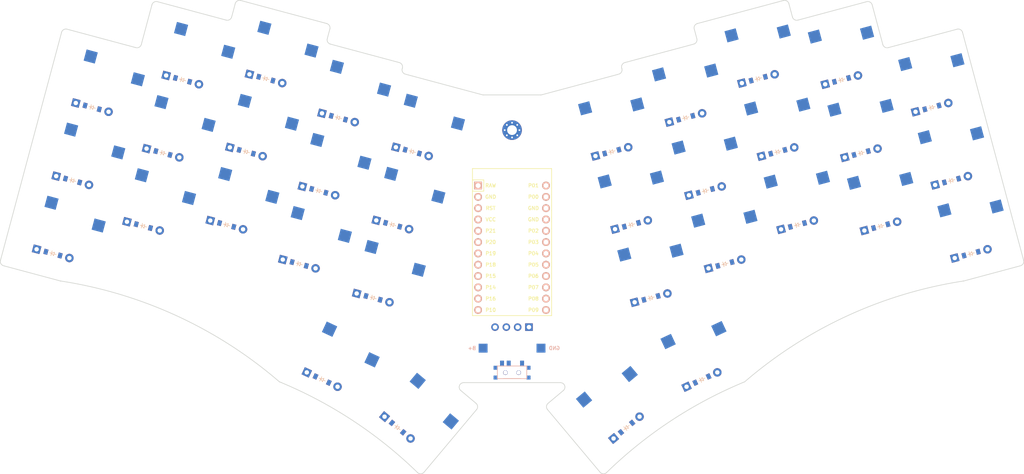
<source format=kicad_pcb>

            
(kicad_pcb (version 20171130) (host pcbnew 5.1.6)

  (page A3)
  (title_block
    (title oled_unicorny)
    (rev v1.0.0)
    (company Unknown)
  )

  (general
    (thickness 1.6)
  )

  (layers
    (0 F.Cu signal)
    (31 B.Cu signal)
    (32 B.Adhes user)
    (33 F.Adhes user)
    (34 B.Paste user)
    (35 F.Paste user)
    (36 B.SilkS user)
    (37 F.SilkS user)
    (38 B.Mask user)
    (39 F.Mask user)
    (40 Dwgs.User user)
    (41 Cmts.User user)
    (42 Eco1.User user)
    (43 Eco2.User user)
    (44 Edge.Cuts user)
    (45 Margin user)
    (46 B.CrtYd user)
    (47 F.CrtYd user)
    (48 B.Fab user)
    (49 F.Fab user)
  )

  (setup
    (last_trace_width 0.25)
    (trace_clearance 0.2)
    (zone_clearance 0.508)
    (zone_45_only no)
    (trace_min 0.2)
    (via_size 0.8)
    (via_drill 0.4)
    (via_min_size 0.4)
    (via_min_drill 0.3)
    (uvia_size 0.3)
    (uvia_drill 0.1)
    (uvias_allowed no)
    (uvia_min_size 0.2)
    (uvia_min_drill 0.1)
    (edge_width 0.05)
    (segment_width 0.2)
    (pcb_text_width 0.3)
    (pcb_text_size 1.5 1.5)
    (mod_edge_width 0.12)
    (mod_text_size 1 1)
    (mod_text_width 0.15)
    (pad_size 1.524 1.524)
    (pad_drill 0.762)
    (pad_to_mask_clearance 0.05)
    (aux_axis_origin 0 0)
    (visible_elements FFFFFF7F)
    (pcbplotparams
      (layerselection 0x010fc_ffffffff)
      (usegerberextensions false)
      (usegerberattributes true)
      (usegerberadvancedattributes true)
      (creategerberjobfile true)
      (excludeedgelayer true)
      (linewidth 0.100000)
      (plotframeref false)
      (viasonmask false)
      (mode 1)
      (useauxorigin false)
      (hpglpennumber 1)
      (hpglpenspeed 20)
      (hpglpendiameter 15.000000)
      (psnegative false)
      (psa4output false)
      (plotreference true)
      (plotvalue true)
      (plotinvisibletext false)
      (padsonsilk false)
      (subtractmaskfromsilk false)
      (outputformat 1)
      (mirror false)
      (drillshape 1)
      (scaleselection 1)
      (outputdirectory ""))
  )

            (net 0 "")
(net 1 "P19")
(net 2 "pinky_bottom")
(net 3 "pinky_home")
(net 4 "pinky_top")
(net 5 "P20")
(net 6 "ring_bottom")
(net 7 "ring_home")
(net 8 "ring_top")
(net 9 "P21")
(net 10 "middle_bottom")
(net 11 "middle_home")
(net 12 "middle_top")
(net 13 "P0")
(net 14 "index_bottom")
(net 15 "index_home")
(net 16 "index_top")
(net 17 "P1")
(net 18 "inner_bottom")
(net 19 "inner_home")
(net 20 "inner_top")
(net 21 "tucky_fan")
(net 22 "reachy_fan")
(net 23 "mirror_pinky_bottom")
(net 24 "mirror_pinky_home")
(net 25 "mirror_pinky_top")
(net 26 "mirror_ring_bottom")
(net 27 "mirror_ring_home")
(net 28 "mirror_ring_top")
(net 29 "mirror_middle_bottom")
(net 30 "mirror_middle_home")
(net 31 "mirror_middle_top")
(net 32 "mirror_index_bottom")
(net 33 "mirror_index_home")
(net 34 "mirror_index_top")
(net 35 "mirror_inner_bottom")
(net 36 "mirror_inner_home")
(net 37 "mirror_inner_top")
(net 38 "mirror_tucky_fan")
(net 39 "mirror_reachy_fan")
(net 40 "P14")
(net 41 "P15")
(net 42 "P18")
(net 43 "P16")
(net 44 "P8")
(net 45 "P7")
(net 46 "P6")
(net 47 "RAW")
(net 48 "B+")
(net 49 "GND")
(net 50 "VCC")
(net 51 "P2")
(net 52 "P3")
(net 53 "RST")
(net 54 "P10")
(net 55 "P4")
(net 56 "P5")
(net 57 "P9")
            
  (net_class Default "This is the default net class."
    (clearance 0.2)
    (trace_width 0.25)
    (via_dia 0.8)
    (via_drill 0.4)
    (uvia_dia 0.3)
    (uvia_drill 0.1)
    (add_net "")
(add_net "P19")
(add_net "pinky_bottom")
(add_net "pinky_home")
(add_net "pinky_top")
(add_net "P20")
(add_net "ring_bottom")
(add_net "ring_home")
(add_net "ring_top")
(add_net "P21")
(add_net "middle_bottom")
(add_net "middle_home")
(add_net "middle_top")
(add_net "P0")
(add_net "index_bottom")
(add_net "index_home")
(add_net "index_top")
(add_net "P1")
(add_net "inner_bottom")
(add_net "inner_home")
(add_net "inner_top")
(add_net "tucky_fan")
(add_net "reachy_fan")
(add_net "mirror_pinky_bottom")
(add_net "mirror_pinky_home")
(add_net "mirror_pinky_top")
(add_net "mirror_ring_bottom")
(add_net "mirror_ring_home")
(add_net "mirror_ring_top")
(add_net "mirror_middle_bottom")
(add_net "mirror_middle_home")
(add_net "mirror_middle_top")
(add_net "mirror_index_bottom")
(add_net "mirror_index_home")
(add_net "mirror_index_top")
(add_net "mirror_inner_bottom")
(add_net "mirror_inner_home")
(add_net "mirror_inner_top")
(add_net "mirror_tucky_fan")
(add_net "mirror_reachy_fan")
(add_net "P14")
(add_net "P15")
(add_net "P18")
(add_net "P16")
(add_net "P8")
(add_net "P7")
(add_net "P6")
(add_net "RAW")
(add_net "B+")
(add_net "GND")
(add_net "VCC")
(add_net "P2")
(add_net "P3")
(add_net "RST")
(add_net "P10")
(add_net "P4")
(add_net "P5")
(add_net "P9")
  )

            
        
      (module PG1350 (layer F.Cu) (tedit 5DD50112)
      (at 70.7106781 122.4744871 -15)

      
      (fp_text reference "S1" (at 0 0) (layer F.SilkS) hide (effects (font (size 1.27 1.27) (thickness 0.15))))
      (fp_text value "" (at 0 0) (layer F.SilkS) hide (effects (font (size 1.27 1.27) (thickness 0.15))))

      
      (fp_line (start -7 -6) (end -7 -7) (layer Dwgs.User) (width 0.15))
      (fp_line (start -7 7) (end -6 7) (layer Dwgs.User) (width 0.15))
      (fp_line (start -6 -7) (end -7 -7) (layer Dwgs.User) (width 0.15))
      (fp_line (start -7 7) (end -7 6) (layer Dwgs.User) (width 0.15))
      (fp_line (start 7 6) (end 7 7) (layer Dwgs.User) (width 0.15))
      (fp_line (start 7 -7) (end 6 -7) (layer Dwgs.User) (width 0.15))
      (fp_line (start 6 7) (end 7 7) (layer Dwgs.User) (width 0.15))
      (fp_line (start 7 -7) (end 7 -6) (layer Dwgs.User) (width 0.15))      
      
      
      (pad "" np_thru_hole circle (at 0 0) (size 3.429 3.429) (drill 3.429) (layers *.Cu *.Mask))
        
      
      (pad "" np_thru_hole circle (at 5.5 0) (size 1.7018 1.7018) (drill 1.7018) (layers *.Cu *.Mask))
      (pad "" np_thru_hole circle (at -5.5 0) (size 1.7018 1.7018) (drill 1.7018) (layers *.Cu *.Mask))
      
        
      
      (fp_line (start -9 -8.5) (end 9 -8.5) (layer Dwgs.User) (width 0.15))
      (fp_line (start 9 -8.5) (end 9 8.5) (layer Dwgs.User) (width 0.15))
      (fp_line (start 9 8.5) (end -9 8.5) (layer Dwgs.User) (width 0.15))
      (fp_line (start -9 8.5) (end -9 -8.5) (layer Dwgs.User) (width 0.15))
      
        
          
          (pad "" np_thru_hole circle (at 5 -3.75) (size 3 3) (drill 3) (layers *.Cu *.Mask))
          (pad "" np_thru_hole circle (at 0 -5.95) (size 3 3) (drill 3) (layers *.Cu *.Mask))
      
          
          (pad 1 smd rect (at -3.275 -5.95 -15) (size 2.6 2.6) (layers B.Cu B.Paste B.Mask)  (net 1 "P19"))
          (pad 2 smd rect (at 8.275 -3.75 -15) (size 2.6 2.6) (layers B.Cu B.Paste B.Mask)  (net 2 "pinky_bottom"))
        )
        

        
      (module PG1350 (layer F.Cu) (tedit 5DD50112)
      (at 75.1106019 106.0537481 -15)

      
      (fp_text reference "S2" (at 0 0) (layer F.SilkS) hide (effects (font (size 1.27 1.27) (thickness 0.15))))
      (fp_text value "" (at 0 0) (layer F.SilkS) hide (effects (font (size 1.27 1.27) (thickness 0.15))))

      
      (fp_line (start -7 -6) (end -7 -7) (layer Dwgs.User) (width 0.15))
      (fp_line (start -7 7) (end -6 7) (layer Dwgs.User) (width 0.15))
      (fp_line (start -6 -7) (end -7 -7) (layer Dwgs.User) (width 0.15))
      (fp_line (start -7 7) (end -7 6) (layer Dwgs.User) (width 0.15))
      (fp_line (start 7 6) (end 7 7) (layer Dwgs.User) (width 0.15))
      (fp_line (start 7 -7) (end 6 -7) (layer Dwgs.User) (width 0.15))
      (fp_line (start 6 7) (end 7 7) (layer Dwgs.User) (width 0.15))
      (fp_line (start 7 -7) (end 7 -6) (layer Dwgs.User) (width 0.15))      
      
      
      (pad "" np_thru_hole circle (at 0 0) (size 3.429 3.429) (drill 3.429) (layers *.Cu *.Mask))
        
      
      (pad "" np_thru_hole circle (at 5.5 0) (size 1.7018 1.7018) (drill 1.7018) (layers *.Cu *.Mask))
      (pad "" np_thru_hole circle (at -5.5 0) (size 1.7018 1.7018) (drill 1.7018) (layers *.Cu *.Mask))
      
        
      
      (fp_line (start -9 -8.5) (end 9 -8.5) (layer Dwgs.User) (width 0.15))
      (fp_line (start 9 -8.5) (end 9 8.5) (layer Dwgs.User) (width 0.15))
      (fp_line (start 9 8.5) (end -9 8.5) (layer Dwgs.User) (width 0.15))
      (fp_line (start -9 8.5) (end -9 -8.5) (layer Dwgs.User) (width 0.15))
      
        
          
          (pad "" np_thru_hole circle (at 5 -3.75) (size 3 3) (drill 3) (layers *.Cu *.Mask))
          (pad "" np_thru_hole circle (at 0 -5.95) (size 3 3) (drill 3) (layers *.Cu *.Mask))
      
          
          (pad 1 smd rect (at -3.275 -5.95 -15) (size 2.6 2.6) (layers B.Cu B.Paste B.Mask)  (net 1 "P19"))
          (pad 2 smd rect (at 8.275 -3.75 -15) (size 2.6 2.6) (layers B.Cu B.Paste B.Mask)  (net 3 "pinky_home"))
        )
        

        
      (module PG1350 (layer F.Cu) (tedit 5DD50112)
      (at 79.5105257 89.633009 -15)

      
      (fp_text reference "S3" (at 0 0) (layer F.SilkS) hide (effects (font (size 1.27 1.27) (thickness 0.15))))
      (fp_text value "" (at 0 0) (layer F.SilkS) hide (effects (font (size 1.27 1.27) (thickness 0.15))))

      
      (fp_line (start -7 -6) (end -7 -7) (layer Dwgs.User) (width 0.15))
      (fp_line (start -7 7) (end -6 7) (layer Dwgs.User) (width 0.15))
      (fp_line (start -6 -7) (end -7 -7) (layer Dwgs.User) (width 0.15))
      (fp_line (start -7 7) (end -7 6) (layer Dwgs.User) (width 0.15))
      (fp_line (start 7 6) (end 7 7) (layer Dwgs.User) (width 0.15))
      (fp_line (start 7 -7) (end 6 -7) (layer Dwgs.User) (width 0.15))
      (fp_line (start 6 7) (end 7 7) (layer Dwgs.User) (width 0.15))
      (fp_line (start 7 -7) (end 7 -6) (layer Dwgs.User) (width 0.15))      
      
      
      (pad "" np_thru_hole circle (at 0 0) (size 3.429 3.429) (drill 3.429) (layers *.Cu *.Mask))
        
      
      (pad "" np_thru_hole circle (at 5.5 0) (size 1.7018 1.7018) (drill 1.7018) (layers *.Cu *.Mask))
      (pad "" np_thru_hole circle (at -5.5 0) (size 1.7018 1.7018) (drill 1.7018) (layers *.Cu *.Mask))
      
        
      
      (fp_line (start -9 -8.5) (end 9 -8.5) (layer Dwgs.User) (width 0.15))
      (fp_line (start 9 -8.5) (end 9 8.5) (layer Dwgs.User) (width 0.15))
      (fp_line (start 9 8.5) (end -9 8.5) (layer Dwgs.User) (width 0.15))
      (fp_line (start -9 8.5) (end -9 -8.5) (layer Dwgs.User) (width 0.15))
      
        
          
          (pad "" np_thru_hole circle (at 5 -3.75) (size 3 3) (drill 3) (layers *.Cu *.Mask))
          (pad "" np_thru_hole circle (at 0 -5.95) (size 3 3) (drill 3) (layers *.Cu *.Mask))
      
          
          (pad 1 smd rect (at -3.275 -5.95 -15) (size 2.6 2.6) (layers B.Cu B.Paste B.Mask)  (net 1 "P19"))
          (pad 2 smd rect (at 8.275 -3.75 -15) (size 2.6 2.6) (layers B.Cu B.Paste B.Mask)  (net 4 "pinky_top"))
        )
        

        
      (module PG1350 (layer F.Cu) (tedit 5DD50112)
      (at 91.0012927 116.2955422 -15)

      
      (fp_text reference "S4" (at 0 0) (layer F.SilkS) hide (effects (font (size 1.27 1.27) (thickness 0.15))))
      (fp_text value "" (at 0 0) (layer F.SilkS) hide (effects (font (size 1.27 1.27) (thickness 0.15))))

      
      (fp_line (start -7 -6) (end -7 -7) (layer Dwgs.User) (width 0.15))
      (fp_line (start -7 7) (end -6 7) (layer Dwgs.User) (width 0.15))
      (fp_line (start -6 -7) (end -7 -7) (layer Dwgs.User) (width 0.15))
      (fp_line (start -7 7) (end -7 6) (layer Dwgs.User) (width 0.15))
      (fp_line (start 7 6) (end 7 7) (layer Dwgs.User) (width 0.15))
      (fp_line (start 7 -7) (end 6 -7) (layer Dwgs.User) (width 0.15))
      (fp_line (start 6 7) (end 7 7) (layer Dwgs.User) (width 0.15))
      (fp_line (start 7 -7) (end 7 -6) (layer Dwgs.User) (width 0.15))      
      
      
      (pad "" np_thru_hole circle (at 0 0) (size 3.429 3.429) (drill 3.429) (layers *.Cu *.Mask))
        
      
      (pad "" np_thru_hole circle (at 5.5 0) (size 1.7018 1.7018) (drill 1.7018) (layers *.Cu *.Mask))
      (pad "" np_thru_hole circle (at -5.5 0) (size 1.7018 1.7018) (drill 1.7018) (layers *.Cu *.Mask))
      
        
      
      (fp_line (start -9 -8.5) (end 9 -8.5) (layer Dwgs.User) (width 0.15))
      (fp_line (start 9 -8.5) (end 9 8.5) (layer Dwgs.User) (width 0.15))
      (fp_line (start 9 8.5) (end -9 8.5) (layer Dwgs.User) (width 0.15))
      (fp_line (start -9 8.5) (end -9 -8.5) (layer Dwgs.User) (width 0.15))
      
        
          
          (pad "" np_thru_hole circle (at 5 -3.75) (size 3 3) (drill 3) (layers *.Cu *.Mask))
          (pad "" np_thru_hole circle (at 0 -5.95) (size 3 3) (drill 3) (layers *.Cu *.Mask))
      
          
          (pad 1 smd rect (at -3.275 -5.95 -15) (size 2.6 2.6) (layers B.Cu B.Paste B.Mask)  (net 5 "P20"))
          (pad 2 smd rect (at 8.275 -3.75 -15) (size 2.6 2.6) (layers B.Cu B.Paste B.Mask)  (net 6 "ring_bottom"))
        )
        

        
      (module PG1350 (layer F.Cu) (tedit 5DD50112)
      (at 95.4012164 99.8748031 -15)

      
      (fp_text reference "S5" (at 0 0) (layer F.SilkS) hide (effects (font (size 1.27 1.27) (thickness 0.15))))
      (fp_text value "" (at 0 0) (layer F.SilkS) hide (effects (font (size 1.27 1.27) (thickness 0.15))))

      
      (fp_line (start -7 -6) (end -7 -7) (layer Dwgs.User) (width 0.15))
      (fp_line (start -7 7) (end -6 7) (layer Dwgs.User) (width 0.15))
      (fp_line (start -6 -7) (end -7 -7) (layer Dwgs.User) (width 0.15))
      (fp_line (start -7 7) (end -7 6) (layer Dwgs.User) (width 0.15))
      (fp_line (start 7 6) (end 7 7) (layer Dwgs.User) (width 0.15))
      (fp_line (start 7 -7) (end 6 -7) (layer Dwgs.User) (width 0.15))
      (fp_line (start 6 7) (end 7 7) (layer Dwgs.User) (width 0.15))
      (fp_line (start 7 -7) (end 7 -6) (layer Dwgs.User) (width 0.15))      
      
      
      (pad "" np_thru_hole circle (at 0 0) (size 3.429 3.429) (drill 3.429) (layers *.Cu *.Mask))
        
      
      (pad "" np_thru_hole circle (at 5.5 0) (size 1.7018 1.7018) (drill 1.7018) (layers *.Cu *.Mask))
      (pad "" np_thru_hole circle (at -5.5 0) (size 1.7018 1.7018) (drill 1.7018) (layers *.Cu *.Mask))
      
        
      
      (fp_line (start -9 -8.5) (end 9 -8.5) (layer Dwgs.User) (width 0.15))
      (fp_line (start 9 -8.5) (end 9 8.5) (layer Dwgs.User) (width 0.15))
      (fp_line (start 9 8.5) (end -9 8.5) (layer Dwgs.User) (width 0.15))
      (fp_line (start -9 8.5) (end -9 -8.5) (layer Dwgs.User) (width 0.15))
      
        
          
          (pad "" np_thru_hole circle (at 5 -3.75) (size 3 3) (drill 3) (layers *.Cu *.Mask))
          (pad "" np_thru_hole circle (at 0 -5.95) (size 3 3) (drill 3) (layers *.Cu *.Mask))
      
          
          (pad 1 smd rect (at -3.275 -5.95 -15) (size 2.6 2.6) (layers B.Cu B.Paste B.Mask)  (net 5 "P20"))
          (pad 2 smd rect (at 8.275 -3.75 -15) (size 2.6 2.6) (layers B.Cu B.Paste B.Mask)  (net 7 "ring_home"))
        )
        

        
      (module PG1350 (layer F.Cu) (tedit 5DD50112)
      (at 99.8011402 83.4540641 -15)

      
      (fp_text reference "S6" (at 0 0) (layer F.SilkS) hide (effects (font (size 1.27 1.27) (thickness 0.15))))
      (fp_text value "" (at 0 0) (layer F.SilkS) hide (effects (font (size 1.27 1.27) (thickness 0.15))))

      
      (fp_line (start -7 -6) (end -7 -7) (layer Dwgs.User) (width 0.15))
      (fp_line (start -7 7) (end -6 7) (layer Dwgs.User) (width 0.15))
      (fp_line (start -6 -7) (end -7 -7) (layer Dwgs.User) (width 0.15))
      (fp_line (start -7 7) (end -7 6) (layer Dwgs.User) (width 0.15))
      (fp_line (start 7 6) (end 7 7) (layer Dwgs.User) (width 0.15))
      (fp_line (start 7 -7) (end 6 -7) (layer Dwgs.User) (width 0.15))
      (fp_line (start 6 7) (end 7 7) (layer Dwgs.User) (width 0.15))
      (fp_line (start 7 -7) (end 7 -6) (layer Dwgs.User) (width 0.15))      
      
      
      (pad "" np_thru_hole circle (at 0 0) (size 3.429 3.429) (drill 3.429) (layers *.Cu *.Mask))
        
      
      (pad "" np_thru_hole circle (at 5.5 0) (size 1.7018 1.7018) (drill 1.7018) (layers *.Cu *.Mask))
      (pad "" np_thru_hole circle (at -5.5 0) (size 1.7018 1.7018) (drill 1.7018) (layers *.Cu *.Mask))
      
        
      
      (fp_line (start -9 -8.5) (end 9 -8.5) (layer Dwgs.User) (width 0.15))
      (fp_line (start 9 -8.5) (end 9 8.5) (layer Dwgs.User) (width 0.15))
      (fp_line (start 9 8.5) (end -9 8.5) (layer Dwgs.User) (width 0.15))
      (fp_line (start -9 8.5) (end -9 -8.5) (layer Dwgs.User) (width 0.15))
      
        
          
          (pad "" np_thru_hole circle (at 5 -3.75) (size 3 3) (drill 3) (layers *.Cu *.Mask))
          (pad "" np_thru_hole circle (at 0 -5.95) (size 3 3) (drill 3) (layers *.Cu *.Mask))
      
          
          (pad 1 smd rect (at -3.275 -5.95 -15) (size 2.6 2.6) (layers B.Cu B.Paste B.Mask)  (net 5 "P20"))
          (pad 2 smd rect (at 8.275 -3.75 -15) (size 2.6 2.6) (layers B.Cu B.Paste B.Mask)  (net 8 "ring_top"))
        )
        

        
      (module PG1350 (layer F.Cu) (tedit 5DD50112)
      (at 109.7079347 116.0280633 -15)

      
      (fp_text reference "S7" (at 0 0) (layer F.SilkS) hide (effects (font (size 1.27 1.27) (thickness 0.15))))
      (fp_text value "" (at 0 0) (layer F.SilkS) hide (effects (font (size 1.27 1.27) (thickness 0.15))))

      
      (fp_line (start -7 -6) (end -7 -7) (layer Dwgs.User) (width 0.15))
      (fp_line (start -7 7) (end -6 7) (layer Dwgs.User) (width 0.15))
      (fp_line (start -6 -7) (end -7 -7) (layer Dwgs.User) (width 0.15))
      (fp_line (start -7 7) (end -7 6) (layer Dwgs.User) (width 0.15))
      (fp_line (start 7 6) (end 7 7) (layer Dwgs.User) (width 0.15))
      (fp_line (start 7 -7) (end 6 -7) (layer Dwgs.User) (width 0.15))
      (fp_line (start 6 7) (end 7 7) (layer Dwgs.User) (width 0.15))
      (fp_line (start 7 -7) (end 7 -6) (layer Dwgs.User) (width 0.15))      
      
      
      (pad "" np_thru_hole circle (at 0 0) (size 3.429 3.429) (drill 3.429) (layers *.Cu *.Mask))
        
      
      (pad "" np_thru_hole circle (at 5.5 0) (size 1.7018 1.7018) (drill 1.7018) (layers *.Cu *.Mask))
      (pad "" np_thru_hole circle (at -5.5 0) (size 1.7018 1.7018) (drill 1.7018) (layers *.Cu *.Mask))
      
        
      
      (fp_line (start -9 -8.5) (end 9 -8.5) (layer Dwgs.User) (width 0.15))
      (fp_line (start 9 -8.5) (end 9 8.5) (layer Dwgs.User) (width 0.15))
      (fp_line (start 9 8.5) (end -9 8.5) (layer Dwgs.User) (width 0.15))
      (fp_line (start -9 8.5) (end -9 -8.5) (layer Dwgs.User) (width 0.15))
      
        
          
          (pad "" np_thru_hole circle (at 5 -3.75) (size 3 3) (drill 3) (layers *.Cu *.Mask))
          (pad "" np_thru_hole circle (at 0 -5.95) (size 3 3) (drill 3) (layers *.Cu *.Mask))
      
          
          (pad 1 smd rect (at -3.275 -5.95 -15) (size 2.6 2.6) (layers B.Cu B.Paste B.Mask)  (net 9 "P21"))
          (pad 2 smd rect (at 8.275 -3.75 -15) (size 2.6 2.6) (layers B.Cu B.Paste B.Mask)  (net 10 "middle_bottom"))
        )
        

        
      (module PG1350 (layer F.Cu) (tedit 5DD50112)
      (at 114.1078584 99.6073242 -15)

      
      (fp_text reference "S8" (at 0 0) (layer F.SilkS) hide (effects (font (size 1.27 1.27) (thickness 0.15))))
      (fp_text value "" (at 0 0) (layer F.SilkS) hide (effects (font (size 1.27 1.27) (thickness 0.15))))

      
      (fp_line (start -7 -6) (end -7 -7) (layer Dwgs.User) (width 0.15))
      (fp_line (start -7 7) (end -6 7) (layer Dwgs.User) (width 0.15))
      (fp_line (start -6 -7) (end -7 -7) (layer Dwgs.User) (width 0.15))
      (fp_line (start -7 7) (end -7 6) (layer Dwgs.User) (width 0.15))
      (fp_line (start 7 6) (end 7 7) (layer Dwgs.User) (width 0.15))
      (fp_line (start 7 -7) (end 6 -7) (layer Dwgs.User) (width 0.15))
      (fp_line (start 6 7) (end 7 7) (layer Dwgs.User) (width 0.15))
      (fp_line (start 7 -7) (end 7 -6) (layer Dwgs.User) (width 0.15))      
      
      
      (pad "" np_thru_hole circle (at 0 0) (size 3.429 3.429) (drill 3.429) (layers *.Cu *.Mask))
        
      
      (pad "" np_thru_hole circle (at 5.5 0) (size 1.7018 1.7018) (drill 1.7018) (layers *.Cu *.Mask))
      (pad "" np_thru_hole circle (at -5.5 0) (size 1.7018 1.7018) (drill 1.7018) (layers *.Cu *.Mask))
      
        
      
      (fp_line (start -9 -8.5) (end 9 -8.5) (layer Dwgs.User) (width 0.15))
      (fp_line (start 9 -8.5) (end 9 8.5) (layer Dwgs.User) (width 0.15))
      (fp_line (start 9 8.5) (end -9 8.5) (layer Dwgs.User) (width 0.15))
      (fp_line (start -9 8.5) (end -9 -8.5) (layer Dwgs.User) (width 0.15))
      
        
          
          (pad "" np_thru_hole circle (at 5 -3.75) (size 3 3) (drill 3) (layers *.Cu *.Mask))
          (pad "" np_thru_hole circle (at 0 -5.95) (size 3 3) (drill 3) (layers *.Cu *.Mask))
      
          
          (pad 1 smd rect (at -3.275 -5.95 -15) (size 2.6 2.6) (layers B.Cu B.Paste B.Mask)  (net 9 "P21"))
          (pad 2 smd rect (at 8.275 -3.75 -15) (size 2.6 2.6) (layers B.Cu B.Paste B.Mask)  (net 11 "middle_home"))
        )
        

        
      (module PG1350 (layer F.Cu) (tedit 5DD50112)
      (at 118.5077822 83.1865852 -15)

      
      (fp_text reference "S9" (at 0 0) (layer F.SilkS) hide (effects (font (size 1.27 1.27) (thickness 0.15))))
      (fp_text value "" (at 0 0) (layer F.SilkS) hide (effects (font (size 1.27 1.27) (thickness 0.15))))

      
      (fp_line (start -7 -6) (end -7 -7) (layer Dwgs.User) (width 0.15))
      (fp_line (start -7 7) (end -6 7) (layer Dwgs.User) (width 0.15))
      (fp_line (start -6 -7) (end -7 -7) (layer Dwgs.User) (width 0.15))
      (fp_line (start -7 7) (end -7 6) (layer Dwgs.User) (width 0.15))
      (fp_line (start 7 6) (end 7 7) (layer Dwgs.User) (width 0.15))
      (fp_line (start 7 -7) (end 6 -7) (layer Dwgs.User) (width 0.15))
      (fp_line (start 6 7) (end 7 7) (layer Dwgs.User) (width 0.15))
      (fp_line (start 7 -7) (end 7 -6) (layer Dwgs.User) (width 0.15))      
      
      
      (pad "" np_thru_hole circle (at 0 0) (size 3.429 3.429) (drill 3.429) (layers *.Cu *.Mask))
        
      
      (pad "" np_thru_hole circle (at 5.5 0) (size 1.7018 1.7018) (drill 1.7018) (layers *.Cu *.Mask))
      (pad "" np_thru_hole circle (at -5.5 0) (size 1.7018 1.7018) (drill 1.7018) (layers *.Cu *.Mask))
      
        
      
      (fp_line (start -9 -8.5) (end 9 -8.5) (layer Dwgs.User) (width 0.15))
      (fp_line (start 9 -8.5) (end 9 8.5) (layer Dwgs.User) (width 0.15))
      (fp_line (start 9 8.5) (end -9 8.5) (layer Dwgs.User) (width 0.15))
      (fp_line (start -9 8.5) (end -9 -8.5) (layer Dwgs.User) (width 0.15))
      
        
          
          (pad "" np_thru_hole circle (at 5 -3.75) (size 3 3) (drill 3) (layers *.Cu *.Mask))
          (pad "" np_thru_hole circle (at 0 -5.95) (size 3 3) (drill 3) (layers *.Cu *.Mask))
      
          
          (pad 1 smd rect (at -3.275 -5.95 -15) (size 2.6 2.6) (layers B.Cu B.Paste B.Mask)  (net 9 "P21"))
          (pad 2 smd rect (at 8.275 -3.75 -15) (size 2.6 2.6) (layers B.Cu B.Paste B.Mask)  (net 12 "middle_top"))
        )
        

        
      (module PG1350 (layer F.Cu) (tedit 5DD50112)
      (at 125.9946186 124.7919909 -15)

      
      (fp_text reference "S10" (at 0 0) (layer F.SilkS) hide (effects (font (size 1.27 1.27) (thickness 0.15))))
      (fp_text value "" (at 0 0) (layer F.SilkS) hide (effects (font (size 1.27 1.27) (thickness 0.15))))

      
      (fp_line (start -7 -6) (end -7 -7) (layer Dwgs.User) (width 0.15))
      (fp_line (start -7 7) (end -6 7) (layer Dwgs.User) (width 0.15))
      (fp_line (start -6 -7) (end -7 -7) (layer Dwgs.User) (width 0.15))
      (fp_line (start -7 7) (end -7 6) (layer Dwgs.User) (width 0.15))
      (fp_line (start 7 6) (end 7 7) (layer Dwgs.User) (width 0.15))
      (fp_line (start 7 -7) (end 6 -7) (layer Dwgs.User) (width 0.15))
      (fp_line (start 6 7) (end 7 7) (layer Dwgs.User) (width 0.15))
      (fp_line (start 7 -7) (end 7 -6) (layer Dwgs.User) (width 0.15))      
      
      
      (pad "" np_thru_hole circle (at 0 0) (size 3.429 3.429) (drill 3.429) (layers *.Cu *.Mask))
        
      
      (pad "" np_thru_hole circle (at 5.5 0) (size 1.7018 1.7018) (drill 1.7018) (layers *.Cu *.Mask))
      (pad "" np_thru_hole circle (at -5.5 0) (size 1.7018 1.7018) (drill 1.7018) (layers *.Cu *.Mask))
      
        
      
      (fp_line (start -9 -8.5) (end 9 -8.5) (layer Dwgs.User) (width 0.15))
      (fp_line (start 9 -8.5) (end 9 8.5) (layer Dwgs.User) (width 0.15))
      (fp_line (start 9 8.5) (end -9 8.5) (layer Dwgs.User) (width 0.15))
      (fp_line (start -9 8.5) (end -9 -8.5) (layer Dwgs.User) (width 0.15))
      
        
          
          (pad "" np_thru_hole circle (at 5 -3.75) (size 3 3) (drill 3) (layers *.Cu *.Mask))
          (pad "" np_thru_hole circle (at 0 -5.95) (size 3 3) (drill 3) (layers *.Cu *.Mask))
      
          
          (pad 1 smd rect (at -3.275 -5.95 -15) (size 2.6 2.6) (layers B.Cu B.Paste B.Mask)  (net 13 "P0"))
          (pad 2 smd rect (at 8.275 -3.75 -15) (size 2.6 2.6) (layers B.Cu B.Paste B.Mask)  (net 14 "index_bottom"))
        )
        

        
      (module PG1350 (layer F.Cu) (tedit 5DD50112)
      (at 130.3945424 108.3712518 -15)

      
      (fp_text reference "S11" (at 0 0) (layer F.SilkS) hide (effects (font (size 1.27 1.27) (thickness 0.15))))
      (fp_text value "" (at 0 0) (layer F.SilkS) hide (effects (font (size 1.27 1.27) (thickness 0.15))))

      
      (fp_line (start -7 -6) (end -7 -7) (layer Dwgs.User) (width 0.15))
      (fp_line (start -7 7) (end -6 7) (layer Dwgs.User) (width 0.15))
      (fp_line (start -6 -7) (end -7 -7) (layer Dwgs.User) (width 0.15))
      (fp_line (start -7 7) (end -7 6) (layer Dwgs.User) (width 0.15))
      (fp_line (start 7 6) (end 7 7) (layer Dwgs.User) (width 0.15))
      (fp_line (start 7 -7) (end 6 -7) (layer Dwgs.User) (width 0.15))
      (fp_line (start 6 7) (end 7 7) (layer Dwgs.User) (width 0.15))
      (fp_line (start 7 -7) (end 7 -6) (layer Dwgs.User) (width 0.15))      
      
      
      (pad "" np_thru_hole circle (at 0 0) (size 3.429 3.429) (drill 3.429) (layers *.Cu *.Mask))
        
      
      (pad "" np_thru_hole circle (at 5.5 0) (size 1.7018 1.7018) (drill 1.7018) (layers *.Cu *.Mask))
      (pad "" np_thru_hole circle (at -5.5 0) (size 1.7018 1.7018) (drill 1.7018) (layers *.Cu *.Mask))
      
        
      
      (fp_line (start -9 -8.5) (end 9 -8.5) (layer Dwgs.User) (width 0.15))
      (fp_line (start 9 -8.5) (end 9 8.5) (layer Dwgs.User) (width 0.15))
      (fp_line (start 9 8.5) (end -9 8.5) (layer Dwgs.User) (width 0.15))
      (fp_line (start -9 8.5) (end -9 -8.5) (layer Dwgs.User) (width 0.15))
      
        
          
          (pad "" np_thru_hole circle (at 5 -3.75) (size 3 3) (drill 3) (layers *.Cu *.Mask))
          (pad "" np_thru_hole circle (at 0 -5.95) (size 3 3) (drill 3) (layers *.Cu *.Mask))
      
          
          (pad 1 smd rect (at -3.275 -5.95 -15) (size 2.6 2.6) (layers B.Cu B.Paste B.Mask)  (net 13 "P0"))
          (pad 2 smd rect (at 8.275 -3.75 -15) (size 2.6 2.6) (layers B.Cu B.Paste B.Mask)  (net 15 "index_home"))
        )
        

        
      (module PG1350 (layer F.Cu) (tedit 5DD50112)
      (at 134.7944661 91.9505128 -15)

      
      (fp_text reference "S12" (at 0 0) (layer F.SilkS) hide (effects (font (size 1.27 1.27) (thickness 0.15))))
      (fp_text value "" (at 0 0) (layer F.SilkS) hide (effects (font (size 1.27 1.27) (thickness 0.15))))

      
      (fp_line (start -7 -6) (end -7 -7) (layer Dwgs.User) (width 0.15))
      (fp_line (start -7 7) (end -6 7) (layer Dwgs.User) (width 0.15))
      (fp_line (start -6 -7) (end -7 -7) (layer Dwgs.User) (width 0.15))
      (fp_line (start -7 7) (end -7 6) (layer Dwgs.User) (width 0.15))
      (fp_line (start 7 6) (end 7 7) (layer Dwgs.User) (width 0.15))
      (fp_line (start 7 -7) (end 6 -7) (layer Dwgs.User) (width 0.15))
      (fp_line (start 6 7) (end 7 7) (layer Dwgs.User) (width 0.15))
      (fp_line (start 7 -7) (end 7 -6) (layer Dwgs.User) (width 0.15))      
      
      
      (pad "" np_thru_hole circle (at 0 0) (size 3.429 3.429) (drill 3.429) (layers *.Cu *.Mask))
        
      
      (pad "" np_thru_hole circle (at 5.5 0) (size 1.7018 1.7018) (drill 1.7018) (layers *.Cu *.Mask))
      (pad "" np_thru_hole circle (at -5.5 0) (size 1.7018 1.7018) (drill 1.7018) (layers *.Cu *.Mask))
      
        
      
      (fp_line (start -9 -8.5) (end 9 -8.5) (layer Dwgs.User) (width 0.15))
      (fp_line (start 9 -8.5) (end 9 8.5) (layer Dwgs.User) (width 0.15))
      (fp_line (start 9 8.5) (end -9 8.5) (layer Dwgs.User) (width 0.15))
      (fp_line (start -9 8.5) (end -9 -8.5) (layer Dwgs.User) (width 0.15))
      
        
          
          (pad "" np_thru_hole circle (at 5 -3.75) (size 3 3) (drill 3) (layers *.Cu *.Mask))
          (pad "" np_thru_hole circle (at 0 -5.95) (size 3 3) (drill 3) (layers *.Cu *.Mask))
      
          
          (pad 1 smd rect (at -3.275 -5.95 -15) (size 2.6 2.6) (layers B.Cu B.Paste B.Mask)  (net 13 "P0"))
          (pad 2 smd rect (at 8.275 -3.75 -15) (size 2.6 2.6) (layers B.Cu B.Paste B.Mask)  (net 16 "index_top"))
        )
        

        
      (module PG1350 (layer F.Cu) (tedit 5DD50112)
      (at 142.5892972 132.4064667 -15)

      
      (fp_text reference "S13" (at 0 0) (layer F.SilkS) hide (effects (font (size 1.27 1.27) (thickness 0.15))))
      (fp_text value "" (at 0 0) (layer F.SilkS) hide (effects (font (size 1.27 1.27) (thickness 0.15))))

      
      (fp_line (start -7 -6) (end -7 -7) (layer Dwgs.User) (width 0.15))
      (fp_line (start -7 7) (end -6 7) (layer Dwgs.User) (width 0.15))
      (fp_line (start -6 -7) (end -7 -7) (layer Dwgs.User) (width 0.15))
      (fp_line (start -7 7) (end -7 6) (layer Dwgs.User) (width 0.15))
      (fp_line (start 7 6) (end 7 7) (layer Dwgs.User) (width 0.15))
      (fp_line (start 7 -7) (end 6 -7) (layer Dwgs.User) (width 0.15))
      (fp_line (start 6 7) (end 7 7) (layer Dwgs.User) (width 0.15))
      (fp_line (start 7 -7) (end 7 -6) (layer Dwgs.User) (width 0.15))      
      
      
      (pad "" np_thru_hole circle (at 0 0) (size 3.429 3.429) (drill 3.429) (layers *.Cu *.Mask))
        
      
      (pad "" np_thru_hole circle (at 5.5 0) (size 1.7018 1.7018) (drill 1.7018) (layers *.Cu *.Mask))
      (pad "" np_thru_hole circle (at -5.5 0) (size 1.7018 1.7018) (drill 1.7018) (layers *.Cu *.Mask))
      
        
      
      (fp_line (start -9 -8.5) (end 9 -8.5) (layer Dwgs.User) (width 0.15))
      (fp_line (start 9 -8.5) (end 9 8.5) (layer Dwgs.User) (width 0.15))
      (fp_line (start 9 8.5) (end -9 8.5) (layer Dwgs.User) (width 0.15))
      (fp_line (start -9 8.5) (end -9 -8.5) (layer Dwgs.User) (width 0.15))
      
        
          
          (pad "" np_thru_hole circle (at 5 -3.75) (size 3 3) (drill 3) (layers *.Cu *.Mask))
          (pad "" np_thru_hole circle (at 0 -5.95) (size 3 3) (drill 3) (layers *.Cu *.Mask))
      
          
          (pad 1 smd rect (at -3.275 -5.95 -15) (size 2.6 2.6) (layers B.Cu B.Paste B.Mask)  (net 17 "P1"))
          (pad 2 smd rect (at 8.275 -3.75 -15) (size 2.6 2.6) (layers B.Cu B.Paste B.Mask)  (net 18 "inner_bottom"))
        )
        

        
      (module PG1350 (layer F.Cu) (tedit 5DD50112)
      (at 146.989221 115.9857276 -15)

      
      (fp_text reference "S14" (at 0 0) (layer F.SilkS) hide (effects (font (size 1.27 1.27) (thickness 0.15))))
      (fp_text value "" (at 0 0) (layer F.SilkS) hide (effects (font (size 1.27 1.27) (thickness 0.15))))

      
      (fp_line (start -7 -6) (end -7 -7) (layer Dwgs.User) (width 0.15))
      (fp_line (start -7 7) (end -6 7) (layer Dwgs.User) (width 0.15))
      (fp_line (start -6 -7) (end -7 -7) (layer Dwgs.User) (width 0.15))
      (fp_line (start -7 7) (end -7 6) (layer Dwgs.User) (width 0.15))
      (fp_line (start 7 6) (end 7 7) (layer Dwgs.User) (width 0.15))
      (fp_line (start 7 -7) (end 6 -7) (layer Dwgs.User) (width 0.15))
      (fp_line (start 6 7) (end 7 7) (layer Dwgs.User) (width 0.15))
      (fp_line (start 7 -7) (end 7 -6) (layer Dwgs.User) (width 0.15))      
      
      
      (pad "" np_thru_hole circle (at 0 0) (size 3.429 3.429) (drill 3.429) (layers *.Cu *.Mask))
        
      
      (pad "" np_thru_hole circle (at 5.5 0) (size 1.7018 1.7018) (drill 1.7018) (layers *.Cu *.Mask))
      (pad "" np_thru_hole circle (at -5.5 0) (size 1.7018 1.7018) (drill 1.7018) (layers *.Cu *.Mask))
      
        
      
      (fp_line (start -9 -8.5) (end 9 -8.5) (layer Dwgs.User) (width 0.15))
      (fp_line (start 9 -8.5) (end 9 8.5) (layer Dwgs.User) (width 0.15))
      (fp_line (start 9 8.5) (end -9 8.5) (layer Dwgs.User) (width 0.15))
      (fp_line (start -9 8.5) (end -9 -8.5) (layer Dwgs.User) (width 0.15))
      
        
          
          (pad "" np_thru_hole circle (at 5 -3.75) (size 3 3) (drill 3) (layers *.Cu *.Mask))
          (pad "" np_thru_hole circle (at 0 -5.95) (size 3 3) (drill 3) (layers *.Cu *.Mask))
      
          
          (pad 1 smd rect (at -3.275 -5.95 -15) (size 2.6 2.6) (layers B.Cu B.Paste B.Mask)  (net 17 "P1"))
          (pad 2 smd rect (at 8.275 -3.75 -15) (size 2.6 2.6) (layers B.Cu B.Paste B.Mask)  (net 19 "inner_home"))
        )
        

        
      (module PG1350 (layer F.Cu) (tedit 5DD50112)
      (at 151.3891447 99.5649886 -15)

      
      (fp_text reference "S15" (at 0 0) (layer F.SilkS) hide (effects (font (size 1.27 1.27) (thickness 0.15))))
      (fp_text value "" (at 0 0) (layer F.SilkS) hide (effects (font (size 1.27 1.27) (thickness 0.15))))

      
      (fp_line (start -7 -6) (end -7 -7) (layer Dwgs.User) (width 0.15))
      (fp_line (start -7 7) (end -6 7) (layer Dwgs.User) (width 0.15))
      (fp_line (start -6 -7) (end -7 -7) (layer Dwgs.User) (width 0.15))
      (fp_line (start -7 7) (end -7 6) (layer Dwgs.User) (width 0.15))
      (fp_line (start 7 6) (end 7 7) (layer Dwgs.User) (width 0.15))
      (fp_line (start 7 -7) (end 6 -7) (layer Dwgs.User) (width 0.15))
      (fp_line (start 6 7) (end 7 7) (layer Dwgs.User) (width 0.15))
      (fp_line (start 7 -7) (end 7 -6) (layer Dwgs.User) (width 0.15))      
      
      
      (pad "" np_thru_hole circle (at 0 0) (size 3.429 3.429) (drill 3.429) (layers *.Cu *.Mask))
        
      
      (pad "" np_thru_hole circle (at 5.5 0) (size 1.7018 1.7018) (drill 1.7018) (layers *.Cu *.Mask))
      (pad "" np_thru_hole circle (at -5.5 0) (size 1.7018 1.7018) (drill 1.7018) (layers *.Cu *.Mask))
      
        
      
      (fp_line (start -9 -8.5) (end 9 -8.5) (layer Dwgs.User) (width 0.15))
      (fp_line (start 9 -8.5) (end 9 8.5) (layer Dwgs.User) (width 0.15))
      (fp_line (start 9 8.5) (end -9 8.5) (layer Dwgs.User) (width 0.15))
      (fp_line (start -9 8.5) (end -9 -8.5) (layer Dwgs.User) (width 0.15))
      
        
          
          (pad "" np_thru_hole circle (at 5 -3.75) (size 3 3) (drill 3) (layers *.Cu *.Mask))
          (pad "" np_thru_hole circle (at 0 -5.95) (size 3 3) (drill 3) (layers *.Cu *.Mask))
      
          
          (pad 1 smd rect (at -3.275 -5.95 -15) (size 2.6 2.6) (layers B.Cu B.Paste B.Mask)  (net 17 "P1"))
          (pad 2 smd rect (at 8.275 -3.75 -15) (size 2.6 2.6) (layers B.Cu B.Paste B.Mask)  (net 20 "inner_top"))
        )
        

        
      (module PG1350 (layer F.Cu) (tedit 5DD50112)
      (at 131.9760755 151.0472314 -25)

      
      (fp_text reference "S16" (at 0 0) (layer F.SilkS) hide (effects (font (size 1.27 1.27) (thickness 0.15))))
      (fp_text value "" (at 0 0) (layer F.SilkS) hide (effects (font (size 1.27 1.27) (thickness 0.15))))

      
      (fp_line (start -7 -6) (end -7 -7) (layer Dwgs.User) (width 0.15))
      (fp_line (start -7 7) (end -6 7) (layer Dwgs.User) (width 0.15))
      (fp_line (start -6 -7) (end -7 -7) (layer Dwgs.User) (width 0.15))
      (fp_line (start -7 7) (end -7 6) (layer Dwgs.User) (width 0.15))
      (fp_line (start 7 6) (end 7 7) (layer Dwgs.User) (width 0.15))
      (fp_line (start 7 -7) (end 6 -7) (layer Dwgs.User) (width 0.15))
      (fp_line (start 6 7) (end 7 7) (layer Dwgs.User) (width 0.15))
      (fp_line (start 7 -7) (end 7 -6) (layer Dwgs.User) (width 0.15))      
      
      
      (pad "" np_thru_hole circle (at 0 0) (size 3.429 3.429) (drill 3.429) (layers *.Cu *.Mask))
        
      
      (pad "" np_thru_hole circle (at 5.5 0) (size 1.7018 1.7018) (drill 1.7018) (layers *.Cu *.Mask))
      (pad "" np_thru_hole circle (at -5.5 0) (size 1.7018 1.7018) (drill 1.7018) (layers *.Cu *.Mask))
      
        
      
      (fp_line (start -9 -8.5) (end 9 -8.5) (layer Dwgs.User) (width 0.15))
      (fp_line (start 9 -8.5) (end 9 8.5) (layer Dwgs.User) (width 0.15))
      (fp_line (start 9 8.5) (end -9 8.5) (layer Dwgs.User) (width 0.15))
      (fp_line (start -9 8.5) (end -9 -8.5) (layer Dwgs.User) (width 0.15))
      
        
          
          (pad "" np_thru_hole circle (at 5 -3.75) (size 3 3) (drill 3) (layers *.Cu *.Mask))
          (pad "" np_thru_hole circle (at 0 -5.95) (size 3 3) (drill 3) (layers *.Cu *.Mask))
      
          
          (pad 1 smd rect (at -3.275 -5.95 -25) (size 2.6 2.6) (layers B.Cu B.Paste B.Mask)  (net 13 "P0"))
          (pad 2 smd rect (at 8.275 -3.75 -25) (size 2.6 2.6) (layers B.Cu B.Paste B.Mask)  (net 21 "tucky_fan"))
        )
        

        
      (module PG1350 (layer F.Cu) (tedit 5DD50112)
      (at 150.0023436 162.5312307 -40)

      
      (fp_text reference "S17" (at 0 0) (layer F.SilkS) hide (effects (font (size 1.27 1.27) (thickness 0.15))))
      (fp_text value "" (at 0 0) (layer F.SilkS) hide (effects (font (size 1.27 1.27) (thickness 0.15))))

      
      (fp_line (start -7 -6) (end -7 -7) (layer Dwgs.User) (width 0.15))
      (fp_line (start -7 7) (end -6 7) (layer Dwgs.User) (width 0.15))
      (fp_line (start -6 -7) (end -7 -7) (layer Dwgs.User) (width 0.15))
      (fp_line (start -7 7) (end -7 6) (layer Dwgs.User) (width 0.15))
      (fp_line (start 7 6) (end 7 7) (layer Dwgs.User) (width 0.15))
      (fp_line (start 7 -7) (end 6 -7) (layer Dwgs.User) (width 0.15))
      (fp_line (start 6 7) (end 7 7) (layer Dwgs.User) (width 0.15))
      (fp_line (start 7 -7) (end 7 -6) (layer Dwgs.User) (width 0.15))      
      
      
      (pad "" np_thru_hole circle (at 0 0) (size 3.429 3.429) (drill 3.429) (layers *.Cu *.Mask))
        
      
      (pad "" np_thru_hole circle (at 5.5 0) (size 1.7018 1.7018) (drill 1.7018) (layers *.Cu *.Mask))
      (pad "" np_thru_hole circle (at -5.5 0) (size 1.7018 1.7018) (drill 1.7018) (layers *.Cu *.Mask))
      
        
      
      (fp_line (start -9 -8.5) (end 9 -8.5) (layer Dwgs.User) (width 0.15))
      (fp_line (start 9 -8.5) (end 9 8.5) (layer Dwgs.User) (width 0.15))
      (fp_line (start 9 8.5) (end -9 8.5) (layer Dwgs.User) (width 0.15))
      (fp_line (start -9 8.5) (end -9 -8.5) (layer Dwgs.User) (width 0.15))
      
        
          
          (pad "" np_thru_hole circle (at 5 -3.75) (size 3 3) (drill 3) (layers *.Cu *.Mask))
          (pad "" np_thru_hole circle (at 0 -5.95) (size 3 3) (drill 3) (layers *.Cu *.Mask))
      
          
          (pad 1 smd rect (at -3.275 -5.95 -40) (size 2.6 2.6) (layers B.Cu B.Paste B.Mask)  (net 17 "P1"))
          (pad 2 smd rect (at 8.275 -3.75 -40) (size 2.6 2.6) (layers B.Cu B.Paste B.Mask)  (net 22 "reachy_fan"))
        )
        

        
      (module PG1350 (layer F.Cu) (tedit 5DD50112)
      (at 274.2940091 122.4744871 15)

      
      (fp_text reference "S18" (at 0 0) (layer F.SilkS) hide (effects (font (size 1.27 1.27) (thickness 0.15))))
      (fp_text value "" (at 0 0) (layer F.SilkS) hide (effects (font (size 1.27 1.27) (thickness 0.15))))

      
      (fp_line (start -7 -6) (end -7 -7) (layer Dwgs.User) (width 0.15))
      (fp_line (start -7 7) (end -6 7) (layer Dwgs.User) (width 0.15))
      (fp_line (start -6 -7) (end -7 -7) (layer Dwgs.User) (width 0.15))
      (fp_line (start -7 7) (end -7 6) (layer Dwgs.User) (width 0.15))
      (fp_line (start 7 6) (end 7 7) (layer Dwgs.User) (width 0.15))
      (fp_line (start 7 -7) (end 6 -7) (layer Dwgs.User) (width 0.15))
      (fp_line (start 6 7) (end 7 7) (layer Dwgs.User) (width 0.15))
      (fp_line (start 7 -7) (end 7 -6) (layer Dwgs.User) (width 0.15))      
      
      
      (pad "" np_thru_hole circle (at 0 0) (size 3.429 3.429) (drill 3.429) (layers *.Cu *.Mask))
        
      
      (pad "" np_thru_hole circle (at 5.5 0) (size 1.7018 1.7018) (drill 1.7018) (layers *.Cu *.Mask))
      (pad "" np_thru_hole circle (at -5.5 0) (size 1.7018 1.7018) (drill 1.7018) (layers *.Cu *.Mask))
      
        
      
      (fp_line (start -9 -8.5) (end 9 -8.5) (layer Dwgs.User) (width 0.15))
      (fp_line (start 9 -8.5) (end 9 8.5) (layer Dwgs.User) (width 0.15))
      (fp_line (start 9 8.5) (end -9 8.5) (layer Dwgs.User) (width 0.15))
      (fp_line (start -9 8.5) (end -9 -8.5) (layer Dwgs.User) (width 0.15))
      
        
          
          (pad "" np_thru_hole circle (at 5 -3.75) (size 3 3) (drill 3) (layers *.Cu *.Mask))
          (pad "" np_thru_hole circle (at 0 -5.95) (size 3 3) (drill 3) (layers *.Cu *.Mask))
      
          
          (pad 1 smd rect (at -3.275 -5.95 15) (size 2.6 2.6) (layers B.Cu B.Paste B.Mask)  (net 1 "P19"))
          (pad 2 smd rect (at 8.275 -3.75 15) (size 2.6 2.6) (layers B.Cu B.Paste B.Mask)  (net 23 "mirror_pinky_bottom"))
        )
        

        
      (module PG1350 (layer F.Cu) (tedit 5DD50112)
      (at 269.8940853 106.0537481 15)

      
      (fp_text reference "S19" (at 0 0) (layer F.SilkS) hide (effects (font (size 1.27 1.27) (thickness 0.15))))
      (fp_text value "" (at 0 0) (layer F.SilkS) hide (effects (font (size 1.27 1.27) (thickness 0.15))))

      
      (fp_line (start -7 -6) (end -7 -7) (layer Dwgs.User) (width 0.15))
      (fp_line (start -7 7) (end -6 7) (layer Dwgs.User) (width 0.15))
      (fp_line (start -6 -7) (end -7 -7) (layer Dwgs.User) (width 0.15))
      (fp_line (start -7 7) (end -7 6) (layer Dwgs.User) (width 0.15))
      (fp_line (start 7 6) (end 7 7) (layer Dwgs.User) (width 0.15))
      (fp_line (start 7 -7) (end 6 -7) (layer Dwgs.User) (width 0.15))
      (fp_line (start 6 7) (end 7 7) (layer Dwgs.User) (width 0.15))
      (fp_line (start 7 -7) (end 7 -6) (layer Dwgs.User) (width 0.15))      
      
      
      (pad "" np_thru_hole circle (at 0 0) (size 3.429 3.429) (drill 3.429) (layers *.Cu *.Mask))
        
      
      (pad "" np_thru_hole circle (at 5.5 0) (size 1.7018 1.7018) (drill 1.7018) (layers *.Cu *.Mask))
      (pad "" np_thru_hole circle (at -5.5 0) (size 1.7018 1.7018) (drill 1.7018) (layers *.Cu *.Mask))
      
        
      
      (fp_line (start -9 -8.5) (end 9 -8.5) (layer Dwgs.User) (width 0.15))
      (fp_line (start 9 -8.5) (end 9 8.5) (layer Dwgs.User) (width 0.15))
      (fp_line (start 9 8.5) (end -9 8.5) (layer Dwgs.User) (width 0.15))
      (fp_line (start -9 8.5) (end -9 -8.5) (layer Dwgs.User) (width 0.15))
      
        
          
          (pad "" np_thru_hole circle (at 5 -3.75) (size 3 3) (drill 3) (layers *.Cu *.Mask))
          (pad "" np_thru_hole circle (at 0 -5.95) (size 3 3) (drill 3) (layers *.Cu *.Mask))
      
          
          (pad 1 smd rect (at -3.275 -5.95 15) (size 2.6 2.6) (layers B.Cu B.Paste B.Mask)  (net 1 "P19"))
          (pad 2 smd rect (at 8.275 -3.75 15) (size 2.6 2.6) (layers B.Cu B.Paste B.Mask)  (net 24 "mirror_pinky_home"))
        )
        

        
      (module PG1350 (layer F.Cu) (tedit 5DD50112)
      (at 265.49416149999996 89.633009 15)

      
      (fp_text reference "S20" (at 0 0) (layer F.SilkS) hide (effects (font (size 1.27 1.27) (thickness 0.15))))
      (fp_text value "" (at 0 0) (layer F.SilkS) hide (effects (font (size 1.27 1.27) (thickness 0.15))))

      
      (fp_line (start -7 -6) (end -7 -7) (layer Dwgs.User) (width 0.15))
      (fp_line (start -7 7) (end -6 7) (layer Dwgs.User) (width 0.15))
      (fp_line (start -6 -7) (end -7 -7) (layer Dwgs.User) (width 0.15))
      (fp_line (start -7 7) (end -7 6) (layer Dwgs.User) (width 0.15))
      (fp_line (start 7 6) (end 7 7) (layer Dwgs.User) (width 0.15))
      (fp_line (start 7 -7) (end 6 -7) (layer Dwgs.User) (width 0.15))
      (fp_line (start 6 7) (end 7 7) (layer Dwgs.User) (width 0.15))
      (fp_line (start 7 -7) (end 7 -6) (layer Dwgs.User) (width 0.15))      
      
      
      (pad "" np_thru_hole circle (at 0 0) (size 3.429 3.429) (drill 3.429) (layers *.Cu *.Mask))
        
      
      (pad "" np_thru_hole circle (at 5.5 0) (size 1.7018 1.7018) (drill 1.7018) (layers *.Cu *.Mask))
      (pad "" np_thru_hole circle (at -5.5 0) (size 1.7018 1.7018) (drill 1.7018) (layers *.Cu *.Mask))
      
        
      
      (fp_line (start -9 -8.5) (end 9 -8.5) (layer Dwgs.User) (width 0.15))
      (fp_line (start 9 -8.5) (end 9 8.5) (layer Dwgs.User) (width 0.15))
      (fp_line (start 9 8.5) (end -9 8.5) (layer Dwgs.User) (width 0.15))
      (fp_line (start -9 8.5) (end -9 -8.5) (layer Dwgs.User) (width 0.15))
      
        
          
          (pad "" np_thru_hole circle (at 5 -3.75) (size 3 3) (drill 3) (layers *.Cu *.Mask))
          (pad "" np_thru_hole circle (at 0 -5.95) (size 3 3) (drill 3) (layers *.Cu *.Mask))
      
          
          (pad 1 smd rect (at -3.275 -5.95 15) (size 2.6 2.6) (layers B.Cu B.Paste B.Mask)  (net 1 "P19"))
          (pad 2 smd rect (at 8.275 -3.75 15) (size 2.6 2.6) (layers B.Cu B.Paste B.Mask)  (net 25 "mirror_pinky_top"))
        )
        

        
      (module PG1350 (layer F.Cu) (tedit 5DD50112)
      (at 254.00339449999998 116.2955422 15)

      
      (fp_text reference "S21" (at 0 0) (layer F.SilkS) hide (effects (font (size 1.27 1.27) (thickness 0.15))))
      (fp_text value "" (at 0 0) (layer F.SilkS) hide (effects (font (size 1.27 1.27) (thickness 0.15))))

      
      (fp_line (start -7 -6) (end -7 -7) (layer Dwgs.User) (width 0.15))
      (fp_line (start -7 7) (end -6 7) (layer Dwgs.User) (width 0.15))
      (fp_line (start -6 -7) (end -7 -7) (layer Dwgs.User) (width 0.15))
      (fp_line (start -7 7) (end -7 6) (layer Dwgs.User) (width 0.15))
      (fp_line (start 7 6) (end 7 7) (layer Dwgs.User) (width 0.15))
      (fp_line (start 7 -7) (end 6 -7) (layer Dwgs.User) (width 0.15))
      (fp_line (start 6 7) (end 7 7) (layer Dwgs.User) (width 0.15))
      (fp_line (start 7 -7) (end 7 -6) (layer Dwgs.User) (width 0.15))      
      
      
      (pad "" np_thru_hole circle (at 0 0) (size 3.429 3.429) (drill 3.429) (layers *.Cu *.Mask))
        
      
      (pad "" np_thru_hole circle (at 5.5 0) (size 1.7018 1.7018) (drill 1.7018) (layers *.Cu *.Mask))
      (pad "" np_thru_hole circle (at -5.5 0) (size 1.7018 1.7018) (drill 1.7018) (layers *.Cu *.Mask))
      
        
      
      (fp_line (start -9 -8.5) (end 9 -8.5) (layer Dwgs.User) (width 0.15))
      (fp_line (start 9 -8.5) (end 9 8.5) (layer Dwgs.User) (width 0.15))
      (fp_line (start 9 8.5) (end -9 8.5) (layer Dwgs.User) (width 0.15))
      (fp_line (start -9 8.5) (end -9 -8.5) (layer Dwgs.User) (width 0.15))
      
        
          
          (pad "" np_thru_hole circle (at 5 -3.75) (size 3 3) (drill 3) (layers *.Cu *.Mask))
          (pad "" np_thru_hole circle (at 0 -5.95) (size 3 3) (drill 3) (layers *.Cu *.Mask))
      
          
          (pad 1 smd rect (at -3.275 -5.95 15) (size 2.6 2.6) (layers B.Cu B.Paste B.Mask)  (net 5 "P20"))
          (pad 2 smd rect (at 8.275 -3.75 15) (size 2.6 2.6) (layers B.Cu B.Paste B.Mask)  (net 26 "mirror_ring_bottom"))
        )
        

        
      (module PG1350 (layer F.Cu) (tedit 5DD50112)
      (at 249.60347079999997 99.8748031 15)

      
      (fp_text reference "S22" (at 0 0) (layer F.SilkS) hide (effects (font (size 1.27 1.27) (thickness 0.15))))
      (fp_text value "" (at 0 0) (layer F.SilkS) hide (effects (font (size 1.27 1.27) (thickness 0.15))))

      
      (fp_line (start -7 -6) (end -7 -7) (layer Dwgs.User) (width 0.15))
      (fp_line (start -7 7) (end -6 7) (layer Dwgs.User) (width 0.15))
      (fp_line (start -6 -7) (end -7 -7) (layer Dwgs.User) (width 0.15))
      (fp_line (start -7 7) (end -7 6) (layer Dwgs.User) (width 0.15))
      (fp_line (start 7 6) (end 7 7) (layer Dwgs.User) (width 0.15))
      (fp_line (start 7 -7) (end 6 -7) (layer Dwgs.User) (width 0.15))
      (fp_line (start 6 7) (end 7 7) (layer Dwgs.User) (width 0.15))
      (fp_line (start 7 -7) (end 7 -6) (layer Dwgs.User) (width 0.15))      
      
      
      (pad "" np_thru_hole circle (at 0 0) (size 3.429 3.429) (drill 3.429) (layers *.Cu *.Mask))
        
      
      (pad "" np_thru_hole circle (at 5.5 0) (size 1.7018 1.7018) (drill 1.7018) (layers *.Cu *.Mask))
      (pad "" np_thru_hole circle (at -5.5 0) (size 1.7018 1.7018) (drill 1.7018) (layers *.Cu *.Mask))
      
        
      
      (fp_line (start -9 -8.5) (end 9 -8.5) (layer Dwgs.User) (width 0.15))
      (fp_line (start 9 -8.5) (end 9 8.5) (layer Dwgs.User) (width 0.15))
      (fp_line (start 9 8.5) (end -9 8.5) (layer Dwgs.User) (width 0.15))
      (fp_line (start -9 8.5) (end -9 -8.5) (layer Dwgs.User) (width 0.15))
      
        
          
          (pad "" np_thru_hole circle (at 5 -3.75) (size 3 3) (drill 3) (layers *.Cu *.Mask))
          (pad "" np_thru_hole circle (at 0 -5.95) (size 3 3) (drill 3) (layers *.Cu *.Mask))
      
          
          (pad 1 smd rect (at -3.275 -5.95 15) (size 2.6 2.6) (layers B.Cu B.Paste B.Mask)  (net 5 "P20"))
          (pad 2 smd rect (at 8.275 -3.75 15) (size 2.6 2.6) (layers B.Cu B.Paste B.Mask)  (net 27 "mirror_ring_home"))
        )
        

        
      (module PG1350 (layer F.Cu) (tedit 5DD50112)
      (at 245.20354699999996 83.4540641 15)

      
      (fp_text reference "S23" (at 0 0) (layer F.SilkS) hide (effects (font (size 1.27 1.27) (thickness 0.15))))
      (fp_text value "" (at 0 0) (layer F.SilkS) hide (effects (font (size 1.27 1.27) (thickness 0.15))))

      
      (fp_line (start -7 -6) (end -7 -7) (layer Dwgs.User) (width 0.15))
      (fp_line (start -7 7) (end -6 7) (layer Dwgs.User) (width 0.15))
      (fp_line (start -6 -7) (end -7 -7) (layer Dwgs.User) (width 0.15))
      (fp_line (start -7 7) (end -7 6) (layer Dwgs.User) (width 0.15))
      (fp_line (start 7 6) (end 7 7) (layer Dwgs.User) (width 0.15))
      (fp_line (start 7 -7) (end 6 -7) (layer Dwgs.User) (width 0.15))
      (fp_line (start 6 7) (end 7 7) (layer Dwgs.User) (width 0.15))
      (fp_line (start 7 -7) (end 7 -6) (layer Dwgs.User) (width 0.15))      
      
      
      (pad "" np_thru_hole circle (at 0 0) (size 3.429 3.429) (drill 3.429) (layers *.Cu *.Mask))
        
      
      (pad "" np_thru_hole circle (at 5.5 0) (size 1.7018 1.7018) (drill 1.7018) (layers *.Cu *.Mask))
      (pad "" np_thru_hole circle (at -5.5 0) (size 1.7018 1.7018) (drill 1.7018) (layers *.Cu *.Mask))
      
        
      
      (fp_line (start -9 -8.5) (end 9 -8.5) (layer Dwgs.User) (width 0.15))
      (fp_line (start 9 -8.5) (end 9 8.5) (layer Dwgs.User) (width 0.15))
      (fp_line (start 9 8.5) (end -9 8.5) (layer Dwgs.User) (width 0.15))
      (fp_line (start -9 8.5) (end -9 -8.5) (layer Dwgs.User) (width 0.15))
      
        
          
          (pad "" np_thru_hole circle (at 5 -3.75) (size 3 3) (drill 3) (layers *.Cu *.Mask))
          (pad "" np_thru_hole circle (at 0 -5.95) (size 3 3) (drill 3) (layers *.Cu *.Mask))
      
          
          (pad 1 smd rect (at -3.275 -5.95 15) (size 2.6 2.6) (layers B.Cu B.Paste B.Mask)  (net 5 "P20"))
          (pad 2 smd rect (at 8.275 -3.75 15) (size 2.6 2.6) (layers B.Cu B.Paste B.Mask)  (net 28 "mirror_ring_top"))
        )
        

        
      (module PG1350 (layer F.Cu) (tedit 5DD50112)
      (at 235.29675249999997 116.0280633 15)

      
      (fp_text reference "S24" (at 0 0) (layer F.SilkS) hide (effects (font (size 1.27 1.27) (thickness 0.15))))
      (fp_text value "" (at 0 0) (layer F.SilkS) hide (effects (font (size 1.27 1.27) (thickness 0.15))))

      
      (fp_line (start -7 -6) (end -7 -7) (layer Dwgs.User) (width 0.15))
      (fp_line (start -7 7) (end -6 7) (layer Dwgs.User) (width 0.15))
      (fp_line (start -6 -7) (end -7 -7) (layer Dwgs.User) (width 0.15))
      (fp_line (start -7 7) (end -7 6) (layer Dwgs.User) (width 0.15))
      (fp_line (start 7 6) (end 7 7) (layer Dwgs.User) (width 0.15))
      (fp_line (start 7 -7) (end 6 -7) (layer Dwgs.User) (width 0.15))
      (fp_line (start 6 7) (end 7 7) (layer Dwgs.User) (width 0.15))
      (fp_line (start 7 -7) (end 7 -6) (layer Dwgs.User) (width 0.15))      
      
      
      (pad "" np_thru_hole circle (at 0 0) (size 3.429 3.429) (drill 3.429) (layers *.Cu *.Mask))
        
      
      (pad "" np_thru_hole circle (at 5.5 0) (size 1.7018 1.7018) (drill 1.7018) (layers *.Cu *.Mask))
      (pad "" np_thru_hole circle (at -5.5 0) (size 1.7018 1.7018) (drill 1.7018) (layers *.Cu *.Mask))
      
        
      
      (fp_line (start -9 -8.5) (end 9 -8.5) (layer Dwgs.User) (width 0.15))
      (fp_line (start 9 -8.5) (end 9 8.5) (layer Dwgs.User) (width 0.15))
      (fp_line (start 9 8.5) (end -9 8.5) (layer Dwgs.User) (width 0.15))
      (fp_line (start -9 8.5) (end -9 -8.5) (layer Dwgs.User) (width 0.15))
      
        
          
          (pad "" np_thru_hole circle (at 5 -3.75) (size 3 3) (drill 3) (layers *.Cu *.Mask))
          (pad "" np_thru_hole circle (at 0 -5.95) (size 3 3) (drill 3) (layers *.Cu *.Mask))
      
          
          (pad 1 smd rect (at -3.275 -5.95 15) (size 2.6 2.6) (layers B.Cu B.Paste B.Mask)  (net 9 "P21"))
          (pad 2 smd rect (at 8.275 -3.75 15) (size 2.6 2.6) (layers B.Cu B.Paste B.Mask)  (net 29 "mirror_middle_bottom"))
        )
        

        
      (module PG1350 (layer F.Cu) (tedit 5DD50112)
      (at 230.89682879999998 99.6073242 15)

      
      (fp_text reference "S25" (at 0 0) (layer F.SilkS) hide (effects (font (size 1.27 1.27) (thickness 0.15))))
      (fp_text value "" (at 0 0) (layer F.SilkS) hide (effects (font (size 1.27 1.27) (thickness 0.15))))

      
      (fp_line (start -7 -6) (end -7 -7) (layer Dwgs.User) (width 0.15))
      (fp_line (start -7 7) (end -6 7) (layer Dwgs.User) (width 0.15))
      (fp_line (start -6 -7) (end -7 -7) (layer Dwgs.User) (width 0.15))
      (fp_line (start -7 7) (end -7 6) (layer Dwgs.User) (width 0.15))
      (fp_line (start 7 6) (end 7 7) (layer Dwgs.User) (width 0.15))
      (fp_line (start 7 -7) (end 6 -7) (layer Dwgs.User) (width 0.15))
      (fp_line (start 6 7) (end 7 7) (layer Dwgs.User) (width 0.15))
      (fp_line (start 7 -7) (end 7 -6) (layer Dwgs.User) (width 0.15))      
      
      
      (pad "" np_thru_hole circle (at 0 0) (size 3.429 3.429) (drill 3.429) (layers *.Cu *.Mask))
        
      
      (pad "" np_thru_hole circle (at 5.5 0) (size 1.7018 1.7018) (drill 1.7018) (layers *.Cu *.Mask))
      (pad "" np_thru_hole circle (at -5.5 0) (size 1.7018 1.7018) (drill 1.7018) (layers *.Cu *.Mask))
      
        
      
      (fp_line (start -9 -8.5) (end 9 -8.5) (layer Dwgs.User) (width 0.15))
      (fp_line (start 9 -8.5) (end 9 8.5) (layer Dwgs.User) (width 0.15))
      (fp_line (start 9 8.5) (end -9 8.5) (layer Dwgs.User) (width 0.15))
      (fp_line (start -9 8.5) (end -9 -8.5) (layer Dwgs.User) (width 0.15))
      
        
          
          (pad "" np_thru_hole circle (at 5 -3.75) (size 3 3) (drill 3) (layers *.Cu *.Mask))
          (pad "" np_thru_hole circle (at 0 -5.95) (size 3 3) (drill 3) (layers *.Cu *.Mask))
      
          
          (pad 1 smd rect (at -3.275 -5.95 15) (size 2.6 2.6) (layers B.Cu B.Paste B.Mask)  (net 9 "P21"))
          (pad 2 smd rect (at 8.275 -3.75 15) (size 2.6 2.6) (layers B.Cu B.Paste B.Mask)  (net 30 "mirror_middle_home"))
        )
        

        
      (module PG1350 (layer F.Cu) (tedit 5DD50112)
      (at 226.49690499999997 83.1865852 15)

      
      (fp_text reference "S26" (at 0 0) (layer F.SilkS) hide (effects (font (size 1.27 1.27) (thickness 0.15))))
      (fp_text value "" (at 0 0) (layer F.SilkS) hide (effects (font (size 1.27 1.27) (thickness 0.15))))

      
      (fp_line (start -7 -6) (end -7 -7) (layer Dwgs.User) (width 0.15))
      (fp_line (start -7 7) (end -6 7) (layer Dwgs.User) (width 0.15))
      (fp_line (start -6 -7) (end -7 -7) (layer Dwgs.User) (width 0.15))
      (fp_line (start -7 7) (end -7 6) (layer Dwgs.User) (width 0.15))
      (fp_line (start 7 6) (end 7 7) (layer Dwgs.User) (width 0.15))
      (fp_line (start 7 -7) (end 6 -7) (layer Dwgs.User) (width 0.15))
      (fp_line (start 6 7) (end 7 7) (layer Dwgs.User) (width 0.15))
      (fp_line (start 7 -7) (end 7 -6) (layer Dwgs.User) (width 0.15))      
      
      
      (pad "" np_thru_hole circle (at 0 0) (size 3.429 3.429) (drill 3.429) (layers *.Cu *.Mask))
        
      
      (pad "" np_thru_hole circle (at 5.5 0) (size 1.7018 1.7018) (drill 1.7018) (layers *.Cu *.Mask))
      (pad "" np_thru_hole circle (at -5.5 0) (size 1.7018 1.7018) (drill 1.7018) (layers *.Cu *.Mask))
      
        
      
      (fp_line (start -9 -8.5) (end 9 -8.5) (layer Dwgs.User) (width 0.15))
      (fp_line (start 9 -8.5) (end 9 8.5) (layer Dwgs.User) (width 0.15))
      (fp_line (start 9 8.5) (end -9 8.5) (layer Dwgs.User) (width 0.15))
      (fp_line (start -9 8.5) (end -9 -8.5) (layer Dwgs.User) (width 0.15))
      
        
          
          (pad "" np_thru_hole circle (at 5 -3.75) (size 3 3) (drill 3) (layers *.Cu *.Mask))
          (pad "" np_thru_hole circle (at 0 -5.95) (size 3 3) (drill 3) (layers *.Cu *.Mask))
      
          
          (pad 1 smd rect (at -3.275 -5.95 15) (size 2.6 2.6) (layers B.Cu B.Paste B.Mask)  (net 9 "P21"))
          (pad 2 smd rect (at 8.275 -3.75 15) (size 2.6 2.6) (layers B.Cu B.Paste B.Mask)  (net 31 "mirror_middle_top"))
        )
        

        
      (module PG1350 (layer F.Cu) (tedit 5DD50112)
      (at 219.01006859999998 124.7919909 15)

      
      (fp_text reference "S27" (at 0 0) (layer F.SilkS) hide (effects (font (size 1.27 1.27) (thickness 0.15))))
      (fp_text value "" (at 0 0) (layer F.SilkS) hide (effects (font (size 1.27 1.27) (thickness 0.15))))

      
      (fp_line (start -7 -6) (end -7 -7) (layer Dwgs.User) (width 0.15))
      (fp_line (start -7 7) (end -6 7) (layer Dwgs.User) (width 0.15))
      (fp_line (start -6 -7) (end -7 -7) (layer Dwgs.User) (width 0.15))
      (fp_line (start -7 7) (end -7 6) (layer Dwgs.User) (width 0.15))
      (fp_line (start 7 6) (end 7 7) (layer Dwgs.User) (width 0.15))
      (fp_line (start 7 -7) (end 6 -7) (layer Dwgs.User) (width 0.15))
      (fp_line (start 6 7) (end 7 7) (layer Dwgs.User) (width 0.15))
      (fp_line (start 7 -7) (end 7 -6) (layer Dwgs.User) (width 0.15))      
      
      
      (pad "" np_thru_hole circle (at 0 0) (size 3.429 3.429) (drill 3.429) (layers *.Cu *.Mask))
        
      
      (pad "" np_thru_hole circle (at 5.5 0) (size 1.7018 1.7018) (drill 1.7018) (layers *.Cu *.Mask))
      (pad "" np_thru_hole circle (at -5.5 0) (size 1.7018 1.7018) (drill 1.7018) (layers *.Cu *.Mask))
      
        
      
      (fp_line (start -9 -8.5) (end 9 -8.5) (layer Dwgs.User) (width 0.15))
      (fp_line (start 9 -8.5) (end 9 8.5) (layer Dwgs.User) (width 0.15))
      (fp_line (start 9 8.5) (end -9 8.5) (layer Dwgs.User) (width 0.15))
      (fp_line (start -9 8.5) (end -9 -8.5) (layer Dwgs.User) (width 0.15))
      
        
          
          (pad "" np_thru_hole circle (at 5 -3.75) (size 3 3) (drill 3) (layers *.Cu *.Mask))
          (pad "" np_thru_hole circle (at 0 -5.95) (size 3 3) (drill 3) (layers *.Cu *.Mask))
      
          
          (pad 1 smd rect (at -3.275 -5.95 15) (size 2.6 2.6) (layers B.Cu B.Paste B.Mask)  (net 13 "P0"))
          (pad 2 smd rect (at 8.275 -3.75 15) (size 2.6 2.6) (layers B.Cu B.Paste B.Mask)  (net 32 "mirror_index_bottom"))
        )
        

        
      (module PG1350 (layer F.Cu) (tedit 5DD50112)
      (at 214.61014479999997 108.3712518 15)

      
      (fp_text reference "S28" (at 0 0) (layer F.SilkS) hide (effects (font (size 1.27 1.27) (thickness 0.15))))
      (fp_text value "" (at 0 0) (layer F.SilkS) hide (effects (font (size 1.27 1.27) (thickness 0.15))))

      
      (fp_line (start -7 -6) (end -7 -7) (layer Dwgs.User) (width 0.15))
      (fp_line (start -7 7) (end -6 7) (layer Dwgs.User) (width 0.15))
      (fp_line (start -6 -7) (end -7 -7) (layer Dwgs.User) (width 0.15))
      (fp_line (start -7 7) (end -7 6) (layer Dwgs.User) (width 0.15))
      (fp_line (start 7 6) (end 7 7) (layer Dwgs.User) (width 0.15))
      (fp_line (start 7 -7) (end 6 -7) (layer Dwgs.User) (width 0.15))
      (fp_line (start 6 7) (end 7 7) (layer Dwgs.User) (width 0.15))
      (fp_line (start 7 -7) (end 7 -6) (layer Dwgs.User) (width 0.15))      
      
      
      (pad "" np_thru_hole circle (at 0 0) (size 3.429 3.429) (drill 3.429) (layers *.Cu *.Mask))
        
      
      (pad "" np_thru_hole circle (at 5.5 0) (size 1.7018 1.7018) (drill 1.7018) (layers *.Cu *.Mask))
      (pad "" np_thru_hole circle (at -5.5 0) (size 1.7018 1.7018) (drill 1.7018) (layers *.Cu *.Mask))
      
        
      
      (fp_line (start -9 -8.5) (end 9 -8.5) (layer Dwgs.User) (width 0.15))
      (fp_line (start 9 -8.5) (end 9 8.5) (layer Dwgs.User) (width 0.15))
      (fp_line (start 9 8.5) (end -9 8.5) (layer Dwgs.User) (width 0.15))
      (fp_line (start -9 8.5) (end -9 -8.5) (layer Dwgs.User) (width 0.15))
      
        
          
          (pad "" np_thru_hole circle (at 5 -3.75) (size 3 3) (drill 3) (layers *.Cu *.Mask))
          (pad "" np_thru_hole circle (at 0 -5.95) (size 3 3) (drill 3) (layers *.Cu *.Mask))
      
          
          (pad 1 smd rect (at -3.275 -5.95 15) (size 2.6 2.6) (layers B.Cu B.Paste B.Mask)  (net 13 "P0"))
          (pad 2 smd rect (at 8.275 -3.75 15) (size 2.6 2.6) (layers B.Cu B.Paste B.Mask)  (net 33 "mirror_index_home"))
        )
        

        
      (module PG1350 (layer F.Cu) (tedit 5DD50112)
      (at 210.21022109999998 91.9505128 15)

      
      (fp_text reference "S29" (at 0 0) (layer F.SilkS) hide (effects (font (size 1.27 1.27) (thickness 0.15))))
      (fp_text value "" (at 0 0) (layer F.SilkS) hide (effects (font (size 1.27 1.27) (thickness 0.15))))

      
      (fp_line (start -7 -6) (end -7 -7) (layer Dwgs.User) (width 0.15))
      (fp_line (start -7 7) (end -6 7) (layer Dwgs.User) (width 0.15))
      (fp_line (start -6 -7) (end -7 -7) (layer Dwgs.User) (width 0.15))
      (fp_line (start -7 7) (end -7 6) (layer Dwgs.User) (width 0.15))
      (fp_line (start 7 6) (end 7 7) (layer Dwgs.User) (width 0.15))
      (fp_line (start 7 -7) (end 6 -7) (layer Dwgs.User) (width 0.15))
      (fp_line (start 6 7) (end 7 7) (layer Dwgs.User) (width 0.15))
      (fp_line (start 7 -7) (end 7 -6) (layer Dwgs.User) (width 0.15))      
      
      
      (pad "" np_thru_hole circle (at 0 0) (size 3.429 3.429) (drill 3.429) (layers *.Cu *.Mask))
        
      
      (pad "" np_thru_hole circle (at 5.5 0) (size 1.7018 1.7018) (drill 1.7018) (layers *.Cu *.Mask))
      (pad "" np_thru_hole circle (at -5.5 0) (size 1.7018 1.7018) (drill 1.7018) (layers *.Cu *.Mask))
      
        
      
      (fp_line (start -9 -8.5) (end 9 -8.5) (layer Dwgs.User) (width 0.15))
      (fp_line (start 9 -8.5) (end 9 8.5) (layer Dwgs.User) (width 0.15))
      (fp_line (start 9 8.5) (end -9 8.5) (layer Dwgs.User) (width 0.15))
      (fp_line (start -9 8.5) (end -9 -8.5) (layer Dwgs.User) (width 0.15))
      
        
          
          (pad "" np_thru_hole circle (at 5 -3.75) (size 3 3) (drill 3) (layers *.Cu *.Mask))
          (pad "" np_thru_hole circle (at 0 -5.95) (size 3 3) (drill 3) (layers *.Cu *.Mask))
      
          
          (pad 1 smd rect (at -3.275 -5.95 15) (size 2.6 2.6) (layers B.Cu B.Paste B.Mask)  (net 13 "P0"))
          (pad 2 smd rect (at 8.275 -3.75 15) (size 2.6 2.6) (layers B.Cu B.Paste B.Mask)  (net 34 "mirror_index_top"))
        )
        

        
      (module PG1350 (layer F.Cu) (tedit 5DD50112)
      (at 202.41538999999997 132.4064667 15)

      
      (fp_text reference "S30" (at 0 0) (layer F.SilkS) hide (effects (font (size 1.27 1.27) (thickness 0.15))))
      (fp_text value "" (at 0 0) (layer F.SilkS) hide (effects (font (size 1.27 1.27) (thickness 0.15))))

      
      (fp_line (start -7 -6) (end -7 -7) (layer Dwgs.User) (width 0.15))
      (fp_line (start -7 7) (end -6 7) (layer Dwgs.User) (width 0.15))
      (fp_line (start -6 -7) (end -7 -7) (layer Dwgs.User) (width 0.15))
      (fp_line (start -7 7) (end -7 6) (layer Dwgs.User) (width 0.15))
      (fp_line (start 7 6) (end 7 7) (layer Dwgs.User) (width 0.15))
      (fp_line (start 7 -7) (end 6 -7) (layer Dwgs.User) (width 0.15))
      (fp_line (start 6 7) (end 7 7) (layer Dwgs.User) (width 0.15))
      (fp_line (start 7 -7) (end 7 -6) (layer Dwgs.User) (width 0.15))      
      
      
      (pad "" np_thru_hole circle (at 0 0) (size 3.429 3.429) (drill 3.429) (layers *.Cu *.Mask))
        
      
      (pad "" np_thru_hole circle (at 5.5 0) (size 1.7018 1.7018) (drill 1.7018) (layers *.Cu *.Mask))
      (pad "" np_thru_hole circle (at -5.5 0) (size 1.7018 1.7018) (drill 1.7018) (layers *.Cu *.Mask))
      
        
      
      (fp_line (start -9 -8.5) (end 9 -8.5) (layer Dwgs.User) (width 0.15))
      (fp_line (start 9 -8.5) (end 9 8.5) (layer Dwgs.User) (width 0.15))
      (fp_line (start 9 8.5) (end -9 8.5) (layer Dwgs.User) (width 0.15))
      (fp_line (start -9 8.5) (end -9 -8.5) (layer Dwgs.User) (width 0.15))
      
        
          
          (pad "" np_thru_hole circle (at 5 -3.75) (size 3 3) (drill 3) (layers *.Cu *.Mask))
          (pad "" np_thru_hole circle (at 0 -5.95) (size 3 3) (drill 3) (layers *.Cu *.Mask))
      
          
          (pad 1 smd rect (at -3.275 -5.95 15) (size 2.6 2.6) (layers B.Cu B.Paste B.Mask)  (net 17 "P1"))
          (pad 2 smd rect (at 8.275 -3.75 15) (size 2.6 2.6) (layers B.Cu B.Paste B.Mask)  (net 35 "mirror_inner_bottom"))
        )
        

        
      (module PG1350 (layer F.Cu) (tedit 5DD50112)
      (at 198.0154662 115.9857276 15)

      
      (fp_text reference "S31" (at 0 0) (layer F.SilkS) hide (effects (font (size 1.27 1.27) (thickness 0.15))))
      (fp_text value "" (at 0 0) (layer F.SilkS) hide (effects (font (size 1.27 1.27) (thickness 0.15))))

      
      (fp_line (start -7 -6) (end -7 -7) (layer Dwgs.User) (width 0.15))
      (fp_line (start -7 7) (end -6 7) (layer Dwgs.User) (width 0.15))
      (fp_line (start -6 -7) (end -7 -7) (layer Dwgs.User) (width 0.15))
      (fp_line (start -7 7) (end -7 6) (layer Dwgs.User) (width 0.15))
      (fp_line (start 7 6) (end 7 7) (layer Dwgs.User) (width 0.15))
      (fp_line (start 7 -7) (end 6 -7) (layer Dwgs.User) (width 0.15))
      (fp_line (start 6 7) (end 7 7) (layer Dwgs.User) (width 0.15))
      (fp_line (start 7 -7) (end 7 -6) (layer Dwgs.User) (width 0.15))      
      
      
      (pad "" np_thru_hole circle (at 0 0) (size 3.429 3.429) (drill 3.429) (layers *.Cu *.Mask))
        
      
      (pad "" np_thru_hole circle (at 5.5 0) (size 1.7018 1.7018) (drill 1.7018) (layers *.Cu *.Mask))
      (pad "" np_thru_hole circle (at -5.5 0) (size 1.7018 1.7018) (drill 1.7018) (layers *.Cu *.Mask))
      
        
      
      (fp_line (start -9 -8.5) (end 9 -8.5) (layer Dwgs.User) (width 0.15))
      (fp_line (start 9 -8.5) (end 9 8.5) (layer Dwgs.User) (width 0.15))
      (fp_line (start 9 8.5) (end -9 8.5) (layer Dwgs.User) (width 0.15))
      (fp_line (start -9 8.5) (end -9 -8.5) (layer Dwgs.User) (width 0.15))
      
        
          
          (pad "" np_thru_hole circle (at 5 -3.75) (size 3 3) (drill 3) (layers *.Cu *.Mask))
          (pad "" np_thru_hole circle (at 0 -5.95) (size 3 3) (drill 3) (layers *.Cu *.Mask))
      
          
          (pad 1 smd rect (at -3.275 -5.95 15) (size 2.6 2.6) (layers B.Cu B.Paste B.Mask)  (net 17 "P1"))
          (pad 2 smd rect (at 8.275 -3.75 15) (size 2.6 2.6) (layers B.Cu B.Paste B.Mask)  (net 36 "mirror_inner_home"))
        )
        

        
      (module PG1350 (layer F.Cu) (tedit 5DD50112)
      (at 193.61554249999998 99.5649886 15)

      
      (fp_text reference "S32" (at 0 0) (layer F.SilkS) hide (effects (font (size 1.27 1.27) (thickness 0.15))))
      (fp_text value "" (at 0 0) (layer F.SilkS) hide (effects (font (size 1.27 1.27) (thickness 0.15))))

      
      (fp_line (start -7 -6) (end -7 -7) (layer Dwgs.User) (width 0.15))
      (fp_line (start -7 7) (end -6 7) (layer Dwgs.User) (width 0.15))
      (fp_line (start -6 -7) (end -7 -7) (layer Dwgs.User) (width 0.15))
      (fp_line (start -7 7) (end -7 6) (layer Dwgs.User) (width 0.15))
      (fp_line (start 7 6) (end 7 7) (layer Dwgs.User) (width 0.15))
      (fp_line (start 7 -7) (end 6 -7) (layer Dwgs.User) (width 0.15))
      (fp_line (start 6 7) (end 7 7) (layer Dwgs.User) (width 0.15))
      (fp_line (start 7 -7) (end 7 -6) (layer Dwgs.User) (width 0.15))      
      
      
      (pad "" np_thru_hole circle (at 0 0) (size 3.429 3.429) (drill 3.429) (layers *.Cu *.Mask))
        
      
      (pad "" np_thru_hole circle (at 5.5 0) (size 1.7018 1.7018) (drill 1.7018) (layers *.Cu *.Mask))
      (pad "" np_thru_hole circle (at -5.5 0) (size 1.7018 1.7018) (drill 1.7018) (layers *.Cu *.Mask))
      
        
      
      (fp_line (start -9 -8.5) (end 9 -8.5) (layer Dwgs.User) (width 0.15))
      (fp_line (start 9 -8.5) (end 9 8.5) (layer Dwgs.User) (width 0.15))
      (fp_line (start 9 8.5) (end -9 8.5) (layer Dwgs.User) (width 0.15))
      (fp_line (start -9 8.5) (end -9 -8.5) (layer Dwgs.User) (width 0.15))
      
        
          
          (pad "" np_thru_hole circle (at 5 -3.75) (size 3 3) (drill 3) (layers *.Cu *.Mask))
          (pad "" np_thru_hole circle (at 0 -5.95) (size 3 3) (drill 3) (layers *.Cu *.Mask))
      
          
          (pad 1 smd rect (at -3.275 -5.95 15) (size 2.6 2.6) (layers B.Cu B.Paste B.Mask)  (net 17 "P1"))
          (pad 2 smd rect (at 8.275 -3.75 15) (size 2.6 2.6) (layers B.Cu B.Paste B.Mask)  (net 37 "mirror_inner_top"))
        )
        

        
      (module PG1350 (layer F.Cu) (tedit 5DD50112)
      (at 213.02861169999997 151.0472314 25)

      
      (fp_text reference "S33" (at 0 0) (layer F.SilkS) hide (effects (font (size 1.27 1.27) (thickness 0.15))))
      (fp_text value "" (at 0 0) (layer F.SilkS) hide (effects (font (size 1.27 1.27) (thickness 0.15))))

      
      (fp_line (start -7 -6) (end -7 -7) (layer Dwgs.User) (width 0.15))
      (fp_line (start -7 7) (end -6 7) (layer Dwgs.User) (width 0.15))
      (fp_line (start -6 -7) (end -7 -7) (layer Dwgs.User) (width 0.15))
      (fp_line (start -7 7) (end -7 6) (layer Dwgs.User) (width 0.15))
      (fp_line (start 7 6) (end 7 7) (layer Dwgs.User) (width 0.15))
      (fp_line (start 7 -7) (end 6 -7) (layer Dwgs.User) (width 0.15))
      (fp_line (start 6 7) (end 7 7) (layer Dwgs.User) (width 0.15))
      (fp_line (start 7 -7) (end 7 -6) (layer Dwgs.User) (width 0.15))      
      
      
      (pad "" np_thru_hole circle (at 0 0) (size 3.429 3.429) (drill 3.429) (layers *.Cu *.Mask))
        
      
      (pad "" np_thru_hole circle (at 5.5 0) (size 1.7018 1.7018) (drill 1.7018) (layers *.Cu *.Mask))
      (pad "" np_thru_hole circle (at -5.5 0) (size 1.7018 1.7018) (drill 1.7018) (layers *.Cu *.Mask))
      
        
      
      (fp_line (start -9 -8.5) (end 9 -8.5) (layer Dwgs.User) (width 0.15))
      (fp_line (start 9 -8.5) (end 9 8.5) (layer Dwgs.User) (width 0.15))
      (fp_line (start 9 8.5) (end -9 8.5) (layer Dwgs.User) (width 0.15))
      (fp_line (start -9 8.5) (end -9 -8.5) (layer Dwgs.User) (width 0.15))
      
        
          
          (pad "" np_thru_hole circle (at 5 -3.75) (size 3 3) (drill 3) (layers *.Cu *.Mask))
          (pad "" np_thru_hole circle (at 0 -5.95) (size 3 3) (drill 3) (layers *.Cu *.Mask))
      
          
          (pad 1 smd rect (at -3.275 -5.95 25) (size 2.6 2.6) (layers B.Cu B.Paste B.Mask)  (net 13 "P0"))
          (pad 2 smd rect (at 8.275 -3.75 25) (size 2.6 2.6) (layers B.Cu B.Paste B.Mask)  (net 38 "mirror_tucky_fan"))
        )
        

        
      (module PG1350 (layer F.Cu) (tedit 5DD50112)
      (at 195.0023436 162.5312307 40)

      
      (fp_text reference "S34" (at 0 0) (layer F.SilkS) hide (effects (font (size 1.27 1.27) (thickness 0.15))))
      (fp_text value "" (at 0 0) (layer F.SilkS) hide (effects (font (size 1.27 1.27) (thickness 0.15))))

      
      (fp_line (start -7 -6) (end -7 -7) (layer Dwgs.User) (width 0.15))
      (fp_line (start -7 7) (end -6 7) (layer Dwgs.User) (width 0.15))
      (fp_line (start -6 -7) (end -7 -7) (layer Dwgs.User) (width 0.15))
      (fp_line (start -7 7) (end -7 6) (layer Dwgs.User) (width 0.15))
      (fp_line (start 7 6) (end 7 7) (layer Dwgs.User) (width 0.15))
      (fp_line (start 7 -7) (end 6 -7) (layer Dwgs.User) (width 0.15))
      (fp_line (start 6 7) (end 7 7) (layer Dwgs.User) (width 0.15))
      (fp_line (start 7 -7) (end 7 -6) (layer Dwgs.User) (width 0.15))      
      
      
      (pad "" np_thru_hole circle (at 0 0) (size 3.429 3.429) (drill 3.429) (layers *.Cu *.Mask))
        
      
      (pad "" np_thru_hole circle (at 5.5 0) (size 1.7018 1.7018) (drill 1.7018) (layers *.Cu *.Mask))
      (pad "" np_thru_hole circle (at -5.5 0) (size 1.7018 1.7018) (drill 1.7018) (layers *.Cu *.Mask))
      
        
      
      (fp_line (start -9 -8.5) (end 9 -8.5) (layer Dwgs.User) (width 0.15))
      (fp_line (start 9 -8.5) (end 9 8.5) (layer Dwgs.User) (width 0.15))
      (fp_line (start 9 8.5) (end -9 8.5) (layer Dwgs.User) (width 0.15))
      (fp_line (start -9 8.5) (end -9 -8.5) (layer Dwgs.User) (width 0.15))
      
        
          
          (pad "" np_thru_hole circle (at 5 -3.75) (size 3 3) (drill 3) (layers *.Cu *.Mask))
          (pad "" np_thru_hole circle (at 0 -5.95) (size 3 3) (drill 3) (layers *.Cu *.Mask))
      
          
          (pad 1 smd rect (at -3.275 -5.95 40) (size 2.6 2.6) (layers B.Cu B.Paste B.Mask)  (net 17 "P1"))
          (pad 2 smd rect (at 8.275 -3.75 40) (size 2.6 2.6) (layers B.Cu B.Paste B.Mask)  (net 39 "mirror_reachy_fan"))
        )
        

  
    (module ComboDiode (layer F.Cu) (tedit 5B24D78E)


        (at 69.4165829 127.30411620000001 -15)

        
        (fp_text reference "D1" (at 0 0) (layer F.SilkS) hide (effects (font (size 1.27 1.27) (thickness 0.15))))
        (fp_text value "" (at 0 0) (layer F.SilkS) hide (effects (font (size 1.27 1.27) (thickness 0.15))))
        
        
        (fp_line (start 0.25 0) (end 0.75 0) (layer F.SilkS) (width 0.1))
        (fp_line (start 0.25 0.4) (end -0.35 0) (layer F.SilkS) (width 0.1))
        (fp_line (start 0.25 -0.4) (end 0.25 0.4) (layer F.SilkS) (width 0.1))
        (fp_line (start -0.35 0) (end 0.25 -0.4) (layer F.SilkS) (width 0.1))
        (fp_line (start -0.35 0) (end -0.35 0.55) (layer F.SilkS) (width 0.1))
        (fp_line (start -0.35 0) (end -0.35 -0.55) (layer F.SilkS) (width 0.1))
        (fp_line (start -0.75 0) (end -0.35 0) (layer F.SilkS) (width 0.1))
        (fp_line (start 0.25 0) (end 0.75 0) (layer B.SilkS) (width 0.1))
        (fp_line (start 0.25 0.4) (end -0.35 0) (layer B.SilkS) (width 0.1))
        (fp_line (start 0.25 -0.4) (end 0.25 0.4) (layer B.SilkS) (width 0.1))
        (fp_line (start -0.35 0) (end 0.25 -0.4) (layer B.SilkS) (width 0.1))
        (fp_line (start -0.35 0) (end -0.35 0.55) (layer B.SilkS) (width 0.1))
        (fp_line (start -0.35 0) (end -0.35 -0.55) (layer B.SilkS) (width 0.1))
        (fp_line (start -0.75 0) (end -0.35 0) (layer B.SilkS) (width 0.1))
    
        
        (pad 1 smd rect (at -1.65 0 -15) (size 0.9 1.2) (layers F.Cu F.Paste F.Mask) (net 40 "P14"))
        (pad 2 smd rect (at 1.65 0 -15) (size 0.9 1.2) (layers B.Cu B.Paste B.Mask) (net 2 "pinky_bottom"))
        (pad 1 smd rect (at -1.65 0 -15) (size 0.9 1.2) (layers B.Cu B.Paste B.Mask) (net 40 "P14"))
        (pad 2 smd rect (at 1.65 0 -15) (size 0.9 1.2) (layers F.Cu F.Paste F.Mask) (net 2 "pinky_bottom"))
        
        
        (pad 1 thru_hole rect (at -3.81 0 -15) (size 1.778 1.778) (drill 0.9906) (layers *.Cu *.Mask) (net 40 "P14"))
        (pad 2 thru_hole circle (at 3.81 0 -15) (size 1.905 1.905) (drill 0.9906) (layers *.Cu *.Mask) (net 2 "pinky_bottom"))
    )
  
    

  
    (module ComboDiode (layer F.Cu) (tedit 5B24D78E)


        (at 73.8165067 110.88337720000001 -15)

        
        (fp_text reference "D2" (at 0 0) (layer F.SilkS) hide (effects (font (size 1.27 1.27) (thickness 0.15))))
        (fp_text value "" (at 0 0) (layer F.SilkS) hide (effects (font (size 1.27 1.27) (thickness 0.15))))
        
        
        (fp_line (start 0.25 0) (end 0.75 0) (layer F.SilkS) (width 0.1))
        (fp_line (start 0.25 0.4) (end -0.35 0) (layer F.SilkS) (width 0.1))
        (fp_line (start 0.25 -0.4) (end 0.25 0.4) (layer F.SilkS) (width 0.1))
        (fp_line (start -0.35 0) (end 0.25 -0.4) (layer F.SilkS) (width 0.1))
        (fp_line (start -0.35 0) (end -0.35 0.55) (layer F.SilkS) (width 0.1))
        (fp_line (start -0.35 0) (end -0.35 -0.55) (layer F.SilkS) (width 0.1))
        (fp_line (start -0.75 0) (end -0.35 0) (layer F.SilkS) (width 0.1))
        (fp_line (start 0.25 0) (end 0.75 0) (layer B.SilkS) (width 0.1))
        (fp_line (start 0.25 0.4) (end -0.35 0) (layer B.SilkS) (width 0.1))
        (fp_line (start 0.25 -0.4) (end 0.25 0.4) (layer B.SilkS) (width 0.1))
        (fp_line (start -0.35 0) (end 0.25 -0.4) (layer B.SilkS) (width 0.1))
        (fp_line (start -0.35 0) (end -0.35 0.55) (layer B.SilkS) (width 0.1))
        (fp_line (start -0.35 0) (end -0.35 -0.55) (layer B.SilkS) (width 0.1))
        (fp_line (start -0.75 0) (end -0.35 0) (layer B.SilkS) (width 0.1))
    
        
        (pad 1 smd rect (at -1.65 0 -15) (size 0.9 1.2) (layers F.Cu F.Paste F.Mask) (net 41 "P15"))
        (pad 2 smd rect (at 1.65 0 -15) (size 0.9 1.2) (layers B.Cu B.Paste B.Mask) (net 3 "pinky_home"))
        (pad 1 smd rect (at -1.65 0 -15) (size 0.9 1.2) (layers B.Cu B.Paste B.Mask) (net 41 "P15"))
        (pad 2 smd rect (at 1.65 0 -15) (size 0.9 1.2) (layers F.Cu F.Paste F.Mask) (net 3 "pinky_home"))
        
        
        (pad 1 thru_hole rect (at -3.81 0 -15) (size 1.778 1.778) (drill 0.9906) (layers *.Cu *.Mask) (net 41 "P15"))
        (pad 2 thru_hole circle (at 3.81 0 -15) (size 1.905 1.905) (drill 0.9906) (layers *.Cu *.Mask) (net 3 "pinky_home"))
    )
  
    

  
    (module ComboDiode (layer F.Cu) (tedit 5B24D78E)


        (at 78.2164305 94.4626381 -15)

        
        (fp_text reference "D3" (at 0 0) (layer F.SilkS) hide (effects (font (size 1.27 1.27) (thickness 0.15))))
        (fp_text value "" (at 0 0) (layer F.SilkS) hide (effects (font (size 1.27 1.27) (thickness 0.15))))
        
        
        (fp_line (start 0.25 0) (end 0.75 0) (layer F.SilkS) (width 0.1))
        (fp_line (start 0.25 0.4) (end -0.35 0) (layer F.SilkS) (width 0.1))
        (fp_line (start 0.25 -0.4) (end 0.25 0.4) (layer F.SilkS) (width 0.1))
        (fp_line (start -0.35 0) (end 0.25 -0.4) (layer F.SilkS) (width 0.1))
        (fp_line (start -0.35 0) (end -0.35 0.55) (layer F.SilkS) (width 0.1))
        (fp_line (start -0.35 0) (end -0.35 -0.55) (layer F.SilkS) (width 0.1))
        (fp_line (start -0.75 0) (end -0.35 0) (layer F.SilkS) (width 0.1))
        (fp_line (start 0.25 0) (end 0.75 0) (layer B.SilkS) (width 0.1))
        (fp_line (start 0.25 0.4) (end -0.35 0) (layer B.SilkS) (width 0.1))
        (fp_line (start 0.25 -0.4) (end 0.25 0.4) (layer B.SilkS) (width 0.1))
        (fp_line (start -0.35 0) (end 0.25 -0.4) (layer B.SilkS) (width 0.1))
        (fp_line (start -0.35 0) (end -0.35 0.55) (layer B.SilkS) (width 0.1))
        (fp_line (start -0.35 0) (end -0.35 -0.55) (layer B.SilkS) (width 0.1))
        (fp_line (start -0.75 0) (end -0.35 0) (layer B.SilkS) (width 0.1))
    
        
        (pad 1 smd rect (at -1.65 0 -15) (size 0.9 1.2) (layers F.Cu F.Paste F.Mask) (net 42 "P18"))
        (pad 2 smd rect (at 1.65 0 -15) (size 0.9 1.2) (layers B.Cu B.Paste B.Mask) (net 4 "pinky_top"))
        (pad 1 smd rect (at -1.65 0 -15) (size 0.9 1.2) (layers B.Cu B.Paste B.Mask) (net 42 "P18"))
        (pad 2 smd rect (at 1.65 0 -15) (size 0.9 1.2) (layers F.Cu F.Paste F.Mask) (net 4 "pinky_top"))
        
        
        (pad 1 thru_hole rect (at -3.81 0 -15) (size 1.778 1.778) (drill 0.9906) (layers *.Cu *.Mask) (net 42 "P18"))
        (pad 2 thru_hole circle (at 3.81 0 -15) (size 1.905 1.905) (drill 0.9906) (layers *.Cu *.Mask) (net 4 "pinky_top"))
    )
  
    

  
    (module ComboDiode (layer F.Cu) (tedit 5B24D78E)


        (at 89.70719749999999 121.1251713 -15)

        
        (fp_text reference "D4" (at 0 0) (layer F.SilkS) hide (effects (font (size 1.27 1.27) (thickness 0.15))))
        (fp_text value "" (at 0 0) (layer F.SilkS) hide (effects (font (size 1.27 1.27) (thickness 0.15))))
        
        
        (fp_line (start 0.25 0) (end 0.75 0) (layer F.SilkS) (width 0.1))
        (fp_line (start 0.25 0.4) (end -0.35 0) (layer F.SilkS) (width 0.1))
        (fp_line (start 0.25 -0.4) (end 0.25 0.4) (layer F.SilkS) (width 0.1))
        (fp_line (start -0.35 0) (end 0.25 -0.4) (layer F.SilkS) (width 0.1))
        (fp_line (start -0.35 0) (end -0.35 0.55) (layer F.SilkS) (width 0.1))
        (fp_line (start -0.35 0) (end -0.35 -0.55) (layer F.SilkS) (width 0.1))
        (fp_line (start -0.75 0) (end -0.35 0) (layer F.SilkS) (width 0.1))
        (fp_line (start 0.25 0) (end 0.75 0) (layer B.SilkS) (width 0.1))
        (fp_line (start 0.25 0.4) (end -0.35 0) (layer B.SilkS) (width 0.1))
        (fp_line (start 0.25 -0.4) (end 0.25 0.4) (layer B.SilkS) (width 0.1))
        (fp_line (start -0.35 0) (end 0.25 -0.4) (layer B.SilkS) (width 0.1))
        (fp_line (start -0.35 0) (end -0.35 0.55) (layer B.SilkS) (width 0.1))
        (fp_line (start -0.35 0) (end -0.35 -0.55) (layer B.SilkS) (width 0.1))
        (fp_line (start -0.75 0) (end -0.35 0) (layer B.SilkS) (width 0.1))
    
        
        (pad 1 smd rect (at -1.65 0 -15) (size 0.9 1.2) (layers F.Cu F.Paste F.Mask) (net 40 "P14"))
        (pad 2 smd rect (at 1.65 0 -15) (size 0.9 1.2) (layers B.Cu B.Paste B.Mask) (net 6 "ring_bottom"))
        (pad 1 smd rect (at -1.65 0 -15) (size 0.9 1.2) (layers B.Cu B.Paste B.Mask) (net 40 "P14"))
        (pad 2 smd rect (at 1.65 0 -15) (size 0.9 1.2) (layers F.Cu F.Paste F.Mask) (net 6 "ring_bottom"))
        
        
        (pad 1 thru_hole rect (at -3.81 0 -15) (size 1.778 1.778) (drill 0.9906) (layers *.Cu *.Mask) (net 40 "P14"))
        (pad 2 thru_hole circle (at 3.81 0 -15) (size 1.905 1.905) (drill 0.9906) (layers *.Cu *.Mask) (net 6 "ring_bottom"))
    )
  
    

  
    (module ComboDiode (layer F.Cu) (tedit 5B24D78E)


        (at 94.1071212 104.7044322 -15)

        
        (fp_text reference "D5" (at 0 0) (layer F.SilkS) hide (effects (font (size 1.27 1.27) (thickness 0.15))))
        (fp_text value "" (at 0 0) (layer F.SilkS) hide (effects (font (size 1.27 1.27) (thickness 0.15))))
        
        
        (fp_line (start 0.25 0) (end 0.75 0) (layer F.SilkS) (width 0.1))
        (fp_line (start 0.25 0.4) (end -0.35 0) (layer F.SilkS) (width 0.1))
        (fp_line (start 0.25 -0.4) (end 0.25 0.4) (layer F.SilkS) (width 0.1))
        (fp_line (start -0.35 0) (end 0.25 -0.4) (layer F.SilkS) (width 0.1))
        (fp_line (start -0.35 0) (end -0.35 0.55) (layer F.SilkS) (width 0.1))
        (fp_line (start -0.35 0) (end -0.35 -0.55) (layer F.SilkS) (width 0.1))
        (fp_line (start -0.75 0) (end -0.35 0) (layer F.SilkS) (width 0.1))
        (fp_line (start 0.25 0) (end 0.75 0) (layer B.SilkS) (width 0.1))
        (fp_line (start 0.25 0.4) (end -0.35 0) (layer B.SilkS) (width 0.1))
        (fp_line (start 0.25 -0.4) (end 0.25 0.4) (layer B.SilkS) (width 0.1))
        (fp_line (start -0.35 0) (end 0.25 -0.4) (layer B.SilkS) (width 0.1))
        (fp_line (start -0.35 0) (end -0.35 0.55) (layer B.SilkS) (width 0.1))
        (fp_line (start -0.35 0) (end -0.35 -0.55) (layer B.SilkS) (width 0.1))
        (fp_line (start -0.75 0) (end -0.35 0) (layer B.SilkS) (width 0.1))
    
        
        (pad 1 smd rect (at -1.65 0 -15) (size 0.9 1.2) (layers F.Cu F.Paste F.Mask) (net 41 "P15"))
        (pad 2 smd rect (at 1.65 0 -15) (size 0.9 1.2) (layers B.Cu B.Paste B.Mask) (net 7 "ring_home"))
        (pad 1 smd rect (at -1.65 0 -15) (size 0.9 1.2) (layers B.Cu B.Paste B.Mask) (net 41 "P15"))
        (pad 2 smd rect (at 1.65 0 -15) (size 0.9 1.2) (layers F.Cu F.Paste F.Mask) (net 7 "ring_home"))
        
        
        (pad 1 thru_hole rect (at -3.81 0 -15) (size 1.778 1.778) (drill 0.9906) (layers *.Cu *.Mask) (net 41 "P15"))
        (pad 2 thru_hole circle (at 3.81 0 -15) (size 1.905 1.905) (drill 0.9906) (layers *.Cu *.Mask) (net 7 "ring_home"))
    )
  
    

  
    (module ComboDiode (layer F.Cu) (tedit 5B24D78E)


        (at 98.507045 88.2836932 -15)

        
        (fp_text reference "D6" (at 0 0) (layer F.SilkS) hide (effects (font (size 1.27 1.27) (thickness 0.15))))
        (fp_text value "" (at 0 0) (layer F.SilkS) hide (effects (font (size 1.27 1.27) (thickness 0.15))))
        
        
        (fp_line (start 0.25 0) (end 0.75 0) (layer F.SilkS) (width 0.1))
        (fp_line (start 0.25 0.4) (end -0.35 0) (layer F.SilkS) (width 0.1))
        (fp_line (start 0.25 -0.4) (end 0.25 0.4) (layer F.SilkS) (width 0.1))
        (fp_line (start -0.35 0) (end 0.25 -0.4) (layer F.SilkS) (width 0.1))
        (fp_line (start -0.35 0) (end -0.35 0.55) (layer F.SilkS) (width 0.1))
        (fp_line (start -0.35 0) (end -0.35 -0.55) (layer F.SilkS) (width 0.1))
        (fp_line (start -0.75 0) (end -0.35 0) (layer F.SilkS) (width 0.1))
        (fp_line (start 0.25 0) (end 0.75 0) (layer B.SilkS) (width 0.1))
        (fp_line (start 0.25 0.4) (end -0.35 0) (layer B.SilkS) (width 0.1))
        (fp_line (start 0.25 -0.4) (end 0.25 0.4) (layer B.SilkS) (width 0.1))
        (fp_line (start -0.35 0) (end 0.25 -0.4) (layer B.SilkS) (width 0.1))
        (fp_line (start -0.35 0) (end -0.35 0.55) (layer B.SilkS) (width 0.1))
        (fp_line (start -0.35 0) (end -0.35 -0.55) (layer B.SilkS) (width 0.1))
        (fp_line (start -0.75 0) (end -0.35 0) (layer B.SilkS) (width 0.1))
    
        
        (pad 1 smd rect (at -1.65 0 -15) (size 0.9 1.2) (layers F.Cu F.Paste F.Mask) (net 42 "P18"))
        (pad 2 smd rect (at 1.65 0 -15) (size 0.9 1.2) (layers B.Cu B.Paste B.Mask) (net 8 "ring_top"))
        (pad 1 smd rect (at -1.65 0 -15) (size 0.9 1.2) (layers B.Cu B.Paste B.Mask) (net 42 "P18"))
        (pad 2 smd rect (at 1.65 0 -15) (size 0.9 1.2) (layers F.Cu F.Paste F.Mask) (net 8 "ring_top"))
        
        
        (pad 1 thru_hole rect (at -3.81 0 -15) (size 1.778 1.778) (drill 0.9906) (layers *.Cu *.Mask) (net 42 "P18"))
        (pad 2 thru_hole circle (at 3.81 0 -15) (size 1.905 1.905) (drill 0.9906) (layers *.Cu *.Mask) (net 8 "ring_top"))
    )
  
    

  
    (module ComboDiode (layer F.Cu) (tedit 5B24D78E)


        (at 108.4138395 120.8576924 -15)

        
        (fp_text reference "D7" (at 0 0) (layer F.SilkS) hide (effects (font (size 1.27 1.27) (thickness 0.15))))
        (fp_text value "" (at 0 0) (layer F.SilkS) hide (effects (font (size 1.27 1.27) (thickness 0.15))))
        
        
        (fp_line (start 0.25 0) (end 0.75 0) (layer F.SilkS) (width 0.1))
        (fp_line (start 0.25 0.4) (end -0.35 0) (layer F.SilkS) (width 0.1))
        (fp_line (start 0.25 -0.4) (end 0.25 0.4) (layer F.SilkS) (width 0.1))
        (fp_line (start -0.35 0) (end 0.25 -0.4) (layer F.SilkS) (width 0.1))
        (fp_line (start -0.35 0) (end -0.35 0.55) (layer F.SilkS) (width 0.1))
        (fp_line (start -0.35 0) (end -0.35 -0.55) (layer F.SilkS) (width 0.1))
        (fp_line (start -0.75 0) (end -0.35 0) (layer F.SilkS) (width 0.1))
        (fp_line (start 0.25 0) (end 0.75 0) (layer B.SilkS) (width 0.1))
        (fp_line (start 0.25 0.4) (end -0.35 0) (layer B.SilkS) (width 0.1))
        (fp_line (start 0.25 -0.4) (end 0.25 0.4) (layer B.SilkS) (width 0.1))
        (fp_line (start -0.35 0) (end 0.25 -0.4) (layer B.SilkS) (width 0.1))
        (fp_line (start -0.35 0) (end -0.35 0.55) (layer B.SilkS) (width 0.1))
        (fp_line (start -0.35 0) (end -0.35 -0.55) (layer B.SilkS) (width 0.1))
        (fp_line (start -0.75 0) (end -0.35 0) (layer B.SilkS) (width 0.1))
    
        
        (pad 1 smd rect (at -1.65 0 -15) (size 0.9 1.2) (layers F.Cu F.Paste F.Mask) (net 40 "P14"))
        (pad 2 smd rect (at 1.65 0 -15) (size 0.9 1.2) (layers B.Cu B.Paste B.Mask) (net 10 "middle_bottom"))
        (pad 1 smd rect (at -1.65 0 -15) (size 0.9 1.2) (layers B.Cu B.Paste B.Mask) (net 40 "P14"))
        (pad 2 smd rect (at 1.65 0 -15) (size 0.9 1.2) (layers F.Cu F.Paste F.Mask) (net 10 "middle_bottom"))
        
        
        (pad 1 thru_hole rect (at -3.81 0 -15) (size 1.778 1.778) (drill 0.9906) (layers *.Cu *.Mask) (net 40 "P14"))
        (pad 2 thru_hole circle (at 3.81 0 -15) (size 1.905 1.905) (drill 0.9906) (layers *.Cu *.Mask) (net 10 "middle_bottom"))
    )
  
    

  
    (module ComboDiode (layer F.Cu) (tedit 5B24D78E)


        (at 112.8137632 104.4369533 -15)

        
        (fp_text reference "D8" (at 0 0) (layer F.SilkS) hide (effects (font (size 1.27 1.27) (thickness 0.15))))
        (fp_text value "" (at 0 0) (layer F.SilkS) hide (effects (font (size 1.27 1.27) (thickness 0.15))))
        
        
        (fp_line (start 0.25 0) (end 0.75 0) (layer F.SilkS) (width 0.1))
        (fp_line (start 0.25 0.4) (end -0.35 0) (layer F.SilkS) (width 0.1))
        (fp_line (start 0.25 -0.4) (end 0.25 0.4) (layer F.SilkS) (width 0.1))
        (fp_line (start -0.35 0) (end 0.25 -0.4) (layer F.SilkS) (width 0.1))
        (fp_line (start -0.35 0) (end -0.35 0.55) (layer F.SilkS) (width 0.1))
        (fp_line (start -0.35 0) (end -0.35 -0.55) (layer F.SilkS) (width 0.1))
        (fp_line (start -0.75 0) (end -0.35 0) (layer F.SilkS) (width 0.1))
        (fp_line (start 0.25 0) (end 0.75 0) (layer B.SilkS) (width 0.1))
        (fp_line (start 0.25 0.4) (end -0.35 0) (layer B.SilkS) (width 0.1))
        (fp_line (start 0.25 -0.4) (end 0.25 0.4) (layer B.SilkS) (width 0.1))
        (fp_line (start -0.35 0) (end 0.25 -0.4) (layer B.SilkS) (width 0.1))
        (fp_line (start -0.35 0) (end -0.35 0.55) (layer B.SilkS) (width 0.1))
        (fp_line (start -0.35 0) (end -0.35 -0.55) (layer B.SilkS) (width 0.1))
        (fp_line (start -0.75 0) (end -0.35 0) (layer B.SilkS) (width 0.1))
    
        
        (pad 1 smd rect (at -1.65 0 -15) (size 0.9 1.2) (layers F.Cu F.Paste F.Mask) (net 41 "P15"))
        (pad 2 smd rect (at 1.65 0 -15) (size 0.9 1.2) (layers B.Cu B.Paste B.Mask) (net 11 "middle_home"))
        (pad 1 smd rect (at -1.65 0 -15) (size 0.9 1.2) (layers B.Cu B.Paste B.Mask) (net 41 "P15"))
        (pad 2 smd rect (at 1.65 0 -15) (size 0.9 1.2) (layers F.Cu F.Paste F.Mask) (net 11 "middle_home"))
        
        
        (pad 1 thru_hole rect (at -3.81 0 -15) (size 1.778 1.778) (drill 0.9906) (layers *.Cu *.Mask) (net 41 "P15"))
        (pad 2 thru_hole circle (at 3.81 0 -15) (size 1.905 1.905) (drill 0.9906) (layers *.Cu *.Mask) (net 11 "middle_home"))
    )
  
    

  
    (module ComboDiode (layer F.Cu) (tedit 5B24D78E)


        (at 117.213687 88.0162143 -15)

        
        (fp_text reference "D9" (at 0 0) (layer F.SilkS) hide (effects (font (size 1.27 1.27) (thickness 0.15))))
        (fp_text value "" (at 0 0) (layer F.SilkS) hide (effects (font (size 1.27 1.27) (thickness 0.15))))
        
        
        (fp_line (start 0.25 0) (end 0.75 0) (layer F.SilkS) (width 0.1))
        (fp_line (start 0.25 0.4) (end -0.35 0) (layer F.SilkS) (width 0.1))
        (fp_line (start 0.25 -0.4) (end 0.25 0.4) (layer F.SilkS) (width 0.1))
        (fp_line (start -0.35 0) (end 0.25 -0.4) (layer F.SilkS) (width 0.1))
        (fp_line (start -0.35 0) (end -0.35 0.55) (layer F.SilkS) (width 0.1))
        (fp_line (start -0.35 0) (end -0.35 -0.55) (layer F.SilkS) (width 0.1))
        (fp_line (start -0.75 0) (end -0.35 0) (layer F.SilkS) (width 0.1))
        (fp_line (start 0.25 0) (end 0.75 0) (layer B.SilkS) (width 0.1))
        (fp_line (start 0.25 0.4) (end -0.35 0) (layer B.SilkS) (width 0.1))
        (fp_line (start 0.25 -0.4) (end 0.25 0.4) (layer B.SilkS) (width 0.1))
        (fp_line (start -0.35 0) (end 0.25 -0.4) (layer B.SilkS) (width 0.1))
        (fp_line (start -0.35 0) (end -0.35 0.55) (layer B.SilkS) (width 0.1))
        (fp_line (start -0.35 0) (end -0.35 -0.55) (layer B.SilkS) (width 0.1))
        (fp_line (start -0.75 0) (end -0.35 0) (layer B.SilkS) (width 0.1))
    
        
        (pad 1 smd rect (at -1.65 0 -15) (size 0.9 1.2) (layers F.Cu F.Paste F.Mask) (net 42 "P18"))
        (pad 2 smd rect (at 1.65 0 -15) (size 0.9 1.2) (layers B.Cu B.Paste B.Mask) (net 12 "middle_top"))
        (pad 1 smd rect (at -1.65 0 -15) (size 0.9 1.2) (layers B.Cu B.Paste B.Mask) (net 42 "P18"))
        (pad 2 smd rect (at 1.65 0 -15) (size 0.9 1.2) (layers F.Cu F.Paste F.Mask) (net 12 "middle_top"))
        
        
        (pad 1 thru_hole rect (at -3.81 0 -15) (size 1.778 1.778) (drill 0.9906) (layers *.Cu *.Mask) (net 42 "P18"))
        (pad 2 thru_hole circle (at 3.81 0 -15) (size 1.905 1.905) (drill 0.9906) (layers *.Cu *.Mask) (net 12 "middle_top"))
    )
  
    

  
    (module ComboDiode (layer F.Cu) (tedit 5B24D78E)


        (at 124.7005234 129.62162 -15)

        
        (fp_text reference "D10" (at 0 0) (layer F.SilkS) hide (effects (font (size 1.27 1.27) (thickness 0.15))))
        (fp_text value "" (at 0 0) (layer F.SilkS) hide (effects (font (size 1.27 1.27) (thickness 0.15))))
        
        
        (fp_line (start 0.25 0) (end 0.75 0) (layer F.SilkS) (width 0.1))
        (fp_line (start 0.25 0.4) (end -0.35 0) (layer F.SilkS) (width 0.1))
        (fp_line (start 0.25 -0.4) (end 0.25 0.4) (layer F.SilkS) (width 0.1))
        (fp_line (start -0.35 0) (end 0.25 -0.4) (layer F.SilkS) (width 0.1))
        (fp_line (start -0.35 0) (end -0.35 0.55) (layer F.SilkS) (width 0.1))
        (fp_line (start -0.35 0) (end -0.35 -0.55) (layer F.SilkS) (width 0.1))
        (fp_line (start -0.75 0) (end -0.35 0) (layer F.SilkS) (width 0.1))
        (fp_line (start 0.25 0) (end 0.75 0) (layer B.SilkS) (width 0.1))
        (fp_line (start 0.25 0.4) (end -0.35 0) (layer B.SilkS) (width 0.1))
        (fp_line (start 0.25 -0.4) (end 0.25 0.4) (layer B.SilkS) (width 0.1))
        (fp_line (start -0.35 0) (end 0.25 -0.4) (layer B.SilkS) (width 0.1))
        (fp_line (start -0.35 0) (end -0.35 0.55) (layer B.SilkS) (width 0.1))
        (fp_line (start -0.35 0) (end -0.35 -0.55) (layer B.SilkS) (width 0.1))
        (fp_line (start -0.75 0) (end -0.35 0) (layer B.SilkS) (width 0.1))
    
        
        (pad 1 smd rect (at -1.65 0 -15) (size 0.9 1.2) (layers F.Cu F.Paste F.Mask) (net 40 "P14"))
        (pad 2 smd rect (at 1.65 0 -15) (size 0.9 1.2) (layers B.Cu B.Paste B.Mask) (net 14 "index_bottom"))
        (pad 1 smd rect (at -1.65 0 -15) (size 0.9 1.2) (layers B.Cu B.Paste B.Mask) (net 40 "P14"))
        (pad 2 smd rect (at 1.65 0 -15) (size 0.9 1.2) (layers F.Cu F.Paste F.Mask) (net 14 "index_bottom"))
        
        
        (pad 1 thru_hole rect (at -3.81 0 -15) (size 1.778 1.778) (drill 0.9906) (layers *.Cu *.Mask) (net 40 "P14"))
        (pad 2 thru_hole circle (at 3.81 0 -15) (size 1.905 1.905) (drill 0.9906) (layers *.Cu *.Mask) (net 14 "index_bottom"))
    )
  
    

  
    (module ComboDiode (layer F.Cu) (tedit 5B24D78E)


        (at 129.10044720000002 113.2008809 -15)

        
        (fp_text reference "D11" (at 0 0) (layer F.SilkS) hide (effects (font (size 1.27 1.27) (thickness 0.15))))
        (fp_text value "" (at 0 0) (layer F.SilkS) hide (effects (font (size 1.27 1.27) (thickness 0.15))))
        
        
        (fp_line (start 0.25 0) (end 0.75 0) (layer F.SilkS) (width 0.1))
        (fp_line (start 0.25 0.4) (end -0.35 0) (layer F.SilkS) (width 0.1))
        (fp_line (start 0.25 -0.4) (end 0.25 0.4) (layer F.SilkS) (width 0.1))
        (fp_line (start -0.35 0) (end 0.25 -0.4) (layer F.SilkS) (width 0.1))
        (fp_line (start -0.35 0) (end -0.35 0.55) (layer F.SilkS) (width 0.1))
        (fp_line (start -0.35 0) (end -0.35 -0.55) (layer F.SilkS) (width 0.1))
        (fp_line (start -0.75 0) (end -0.35 0) (layer F.SilkS) (width 0.1))
        (fp_line (start 0.25 0) (end 0.75 0) (layer B.SilkS) (width 0.1))
        (fp_line (start 0.25 0.4) (end -0.35 0) (layer B.SilkS) (width 0.1))
        (fp_line (start 0.25 -0.4) (end 0.25 0.4) (layer B.SilkS) (width 0.1))
        (fp_line (start -0.35 0) (end 0.25 -0.4) (layer B.SilkS) (width 0.1))
        (fp_line (start -0.35 0) (end -0.35 0.55) (layer B.SilkS) (width 0.1))
        (fp_line (start -0.35 0) (end -0.35 -0.55) (layer B.SilkS) (width 0.1))
        (fp_line (start -0.75 0) (end -0.35 0) (layer B.SilkS) (width 0.1))
    
        
        (pad 1 smd rect (at -1.65 0 -15) (size 0.9 1.2) (layers F.Cu F.Paste F.Mask) (net 41 "P15"))
        (pad 2 smd rect (at 1.65 0 -15) (size 0.9 1.2) (layers B.Cu B.Paste B.Mask) (net 15 "index_home"))
        (pad 1 smd rect (at -1.65 0 -15) (size 0.9 1.2) (layers B.Cu B.Paste B.Mask) (net 41 "P15"))
        (pad 2 smd rect (at 1.65 0 -15) (size 0.9 1.2) (layers F.Cu F.Paste F.Mask) (net 15 "index_home"))
        
        
        (pad 1 thru_hole rect (at -3.81 0 -15) (size 1.778 1.778) (drill 0.9906) (layers *.Cu *.Mask) (net 41 "P15"))
        (pad 2 thru_hole circle (at 3.81 0 -15) (size 1.905 1.905) (drill 0.9906) (layers *.Cu *.Mask) (net 15 "index_home"))
    )
  
    

  
    (module ComboDiode (layer F.Cu) (tedit 5B24D78E)


        (at 133.5003709 96.7801419 -15)

        
        (fp_text reference "D12" (at 0 0) (layer F.SilkS) hide (effects (font (size 1.27 1.27) (thickness 0.15))))
        (fp_text value "" (at 0 0) (layer F.SilkS) hide (effects (font (size 1.27 1.27) (thickness 0.15))))
        
        
        (fp_line (start 0.25 0) (end 0.75 0) (layer F.SilkS) (width 0.1))
        (fp_line (start 0.25 0.4) (end -0.35 0) (layer F.SilkS) (width 0.1))
        (fp_line (start 0.25 -0.4) (end 0.25 0.4) (layer F.SilkS) (width 0.1))
        (fp_line (start -0.35 0) (end 0.25 -0.4) (layer F.SilkS) (width 0.1))
        (fp_line (start -0.35 0) (end -0.35 0.55) (layer F.SilkS) (width 0.1))
        (fp_line (start -0.35 0) (end -0.35 -0.55) (layer F.SilkS) (width 0.1))
        (fp_line (start -0.75 0) (end -0.35 0) (layer F.SilkS) (width 0.1))
        (fp_line (start 0.25 0) (end 0.75 0) (layer B.SilkS) (width 0.1))
        (fp_line (start 0.25 0.4) (end -0.35 0) (layer B.SilkS) (width 0.1))
        (fp_line (start 0.25 -0.4) (end 0.25 0.4) (layer B.SilkS) (width 0.1))
        (fp_line (start -0.35 0) (end 0.25 -0.4) (layer B.SilkS) (width 0.1))
        (fp_line (start -0.35 0) (end -0.35 0.55) (layer B.SilkS) (width 0.1))
        (fp_line (start -0.35 0) (end -0.35 -0.55) (layer B.SilkS) (width 0.1))
        (fp_line (start -0.75 0) (end -0.35 0) (layer B.SilkS) (width 0.1))
    
        
        (pad 1 smd rect (at -1.65 0 -15) (size 0.9 1.2) (layers F.Cu F.Paste F.Mask) (net 42 "P18"))
        (pad 2 smd rect (at 1.65 0 -15) (size 0.9 1.2) (layers B.Cu B.Paste B.Mask) (net 16 "index_top"))
        (pad 1 smd rect (at -1.65 0 -15) (size 0.9 1.2) (layers B.Cu B.Paste B.Mask) (net 42 "P18"))
        (pad 2 smd rect (at 1.65 0 -15) (size 0.9 1.2) (layers F.Cu F.Paste F.Mask) (net 16 "index_top"))
        
        
        (pad 1 thru_hole rect (at -3.81 0 -15) (size 1.778 1.778) (drill 0.9906) (layers *.Cu *.Mask) (net 42 "P18"))
        (pad 2 thru_hole circle (at 3.81 0 -15) (size 1.905 1.905) (drill 0.9906) (layers *.Cu *.Mask) (net 16 "index_top"))
    )
  
    

  
    (module ComboDiode (layer F.Cu) (tedit 5B24D78E)


        (at 141.29520200000002 137.23609580000002 -15)

        
        (fp_text reference "D13" (at 0 0) (layer F.SilkS) hide (effects (font (size 1.27 1.27) (thickness 0.15))))
        (fp_text value "" (at 0 0) (layer F.SilkS) hide (effects (font (size 1.27 1.27) (thickness 0.15))))
        
        
        (fp_line (start 0.25 0) (end 0.75 0) (layer F.SilkS) (width 0.1))
        (fp_line (start 0.25 0.4) (end -0.35 0) (layer F.SilkS) (width 0.1))
        (fp_line (start 0.25 -0.4) (end 0.25 0.4) (layer F.SilkS) (width 0.1))
        (fp_line (start -0.35 0) (end 0.25 -0.4) (layer F.SilkS) (width 0.1))
        (fp_line (start -0.35 0) (end -0.35 0.55) (layer F.SilkS) (width 0.1))
        (fp_line (start -0.35 0) (end -0.35 -0.55) (layer F.SilkS) (width 0.1))
        (fp_line (start -0.75 0) (end -0.35 0) (layer F.SilkS) (width 0.1))
        (fp_line (start 0.25 0) (end 0.75 0) (layer B.SilkS) (width 0.1))
        (fp_line (start 0.25 0.4) (end -0.35 0) (layer B.SilkS) (width 0.1))
        (fp_line (start 0.25 -0.4) (end 0.25 0.4) (layer B.SilkS) (width 0.1))
        (fp_line (start -0.35 0) (end 0.25 -0.4) (layer B.SilkS) (width 0.1))
        (fp_line (start -0.35 0) (end -0.35 0.55) (layer B.SilkS) (width 0.1))
        (fp_line (start -0.35 0) (end -0.35 -0.55) (layer B.SilkS) (width 0.1))
        (fp_line (start -0.75 0) (end -0.35 0) (layer B.SilkS) (width 0.1))
    
        
        (pad 1 smd rect (at -1.65 0 -15) (size 0.9 1.2) (layers F.Cu F.Paste F.Mask) (net 40 "P14"))
        (pad 2 smd rect (at 1.65 0 -15) (size 0.9 1.2) (layers B.Cu B.Paste B.Mask) (net 18 "inner_bottom"))
        (pad 1 smd rect (at -1.65 0 -15) (size 0.9 1.2) (layers B.Cu B.Paste B.Mask) (net 40 "P14"))
        (pad 2 smd rect (at 1.65 0 -15) (size 0.9 1.2) (layers F.Cu F.Paste F.Mask) (net 18 "inner_bottom"))
        
        
        (pad 1 thru_hole rect (at -3.81 0 -15) (size 1.778 1.778) (drill 0.9906) (layers *.Cu *.Mask) (net 40 "P14"))
        (pad 2 thru_hole circle (at 3.81 0 -15) (size 1.905 1.905) (drill 0.9906) (layers *.Cu *.Mask) (net 18 "inner_bottom"))
    )
  
    

  
    (module ComboDiode (layer F.Cu) (tedit 5B24D78E)


        (at 145.6951258 120.81535670000001 -15)

        
        (fp_text reference "D14" (at 0 0) (layer F.SilkS) hide (effects (font (size 1.27 1.27) (thickness 0.15))))
        (fp_text value "" (at 0 0) (layer F.SilkS) hide (effects (font (size 1.27 1.27) (thickness 0.15))))
        
        
        (fp_line (start 0.25 0) (end 0.75 0) (layer F.SilkS) (width 0.1))
        (fp_line (start 0.25 0.4) (end -0.35 0) (layer F.SilkS) (width 0.1))
        (fp_line (start 0.25 -0.4) (end 0.25 0.4) (layer F.SilkS) (width 0.1))
        (fp_line (start -0.35 0) (end 0.25 -0.4) (layer F.SilkS) (width 0.1))
        (fp_line (start -0.35 0) (end -0.35 0.55) (layer F.SilkS) (width 0.1))
        (fp_line (start -0.35 0) (end -0.35 -0.55) (layer F.SilkS) (width 0.1))
        (fp_line (start -0.75 0) (end -0.35 0) (layer F.SilkS) (width 0.1))
        (fp_line (start 0.25 0) (end 0.75 0) (layer B.SilkS) (width 0.1))
        (fp_line (start 0.25 0.4) (end -0.35 0) (layer B.SilkS) (width 0.1))
        (fp_line (start 0.25 -0.4) (end 0.25 0.4) (layer B.SilkS) (width 0.1))
        (fp_line (start -0.35 0) (end 0.25 -0.4) (layer B.SilkS) (width 0.1))
        (fp_line (start -0.35 0) (end -0.35 0.55) (layer B.SilkS) (width 0.1))
        (fp_line (start -0.35 0) (end -0.35 -0.55) (layer B.SilkS) (width 0.1))
        (fp_line (start -0.75 0) (end -0.35 0) (layer B.SilkS) (width 0.1))
    
        
        (pad 1 smd rect (at -1.65 0 -15) (size 0.9 1.2) (layers F.Cu F.Paste F.Mask) (net 41 "P15"))
        (pad 2 smd rect (at 1.65 0 -15) (size 0.9 1.2) (layers B.Cu B.Paste B.Mask) (net 19 "inner_home"))
        (pad 1 smd rect (at -1.65 0 -15) (size 0.9 1.2) (layers B.Cu B.Paste B.Mask) (net 41 "P15"))
        (pad 2 smd rect (at 1.65 0 -15) (size 0.9 1.2) (layers F.Cu F.Paste F.Mask) (net 19 "inner_home"))
        
        
        (pad 1 thru_hole rect (at -3.81 0 -15) (size 1.778 1.778) (drill 0.9906) (layers *.Cu *.Mask) (net 41 "P15"))
        (pad 2 thru_hole circle (at 3.81 0 -15) (size 1.905 1.905) (drill 0.9906) (layers *.Cu *.Mask) (net 19 "inner_home"))
    )
  
    

  
    (module ComboDiode (layer F.Cu) (tedit 5B24D78E)


        (at 150.09504950000002 104.39461770000001 -15)

        
        (fp_text reference "D15" (at 0 0) (layer F.SilkS) hide (effects (font (size 1.27 1.27) (thickness 0.15))))
        (fp_text value "" (at 0 0) (layer F.SilkS) hide (effects (font (size 1.27 1.27) (thickness 0.15))))
        
        
        (fp_line (start 0.25 0) (end 0.75 0) (layer F.SilkS) (width 0.1))
        (fp_line (start 0.25 0.4) (end -0.35 0) (layer F.SilkS) (width 0.1))
        (fp_line (start 0.25 -0.4) (end 0.25 0.4) (layer F.SilkS) (width 0.1))
        (fp_line (start -0.35 0) (end 0.25 -0.4) (layer F.SilkS) (width 0.1))
        (fp_line (start -0.35 0) (end -0.35 0.55) (layer F.SilkS) (width 0.1))
        (fp_line (start -0.35 0) (end -0.35 -0.55) (layer F.SilkS) (width 0.1))
        (fp_line (start -0.75 0) (end -0.35 0) (layer F.SilkS) (width 0.1))
        (fp_line (start 0.25 0) (end 0.75 0) (layer B.SilkS) (width 0.1))
        (fp_line (start 0.25 0.4) (end -0.35 0) (layer B.SilkS) (width 0.1))
        (fp_line (start 0.25 -0.4) (end 0.25 0.4) (layer B.SilkS) (width 0.1))
        (fp_line (start -0.35 0) (end 0.25 -0.4) (layer B.SilkS) (width 0.1))
        (fp_line (start -0.35 0) (end -0.35 0.55) (layer B.SilkS) (width 0.1))
        (fp_line (start -0.35 0) (end -0.35 -0.55) (layer B.SilkS) (width 0.1))
        (fp_line (start -0.75 0) (end -0.35 0) (layer B.SilkS) (width 0.1))
    
        
        (pad 1 smd rect (at -1.65 0 -15) (size 0.9 1.2) (layers F.Cu F.Paste F.Mask) (net 42 "P18"))
        (pad 2 smd rect (at 1.65 0 -15) (size 0.9 1.2) (layers B.Cu B.Paste B.Mask) (net 20 "inner_top"))
        (pad 1 smd rect (at -1.65 0 -15) (size 0.9 1.2) (layers B.Cu B.Paste B.Mask) (net 42 "P18"))
        (pad 2 smd rect (at 1.65 0 -15) (size 0.9 1.2) (layers F.Cu F.Paste F.Mask) (net 20 "inner_top"))
        
        
        (pad 1 thru_hole rect (at -3.81 0 -15) (size 1.778 1.778) (drill 0.9906) (layers *.Cu *.Mask) (net 42 "P18"))
        (pad 2 thru_hole circle (at 3.81 0 -15) (size 1.905 1.905) (drill 0.9906) (layers *.Cu *.Mask) (net 20 "inner_top"))
    )
  
    

  
    (module ComboDiode (layer F.Cu) (tedit 5B24D78E)


        (at 129.8629842 155.57877029999997 -25)

        
        (fp_text reference "D16" (at 0 0) (layer F.SilkS) hide (effects (font (size 1.27 1.27) (thickness 0.15))))
        (fp_text value "" (at 0 0) (layer F.SilkS) hide (effects (font (size 1.27 1.27) (thickness 0.15))))
        
        
        (fp_line (start 0.25 0) (end 0.75 0) (layer F.SilkS) (width 0.1))
        (fp_line (start 0.25 0.4) (end -0.35 0) (layer F.SilkS) (width 0.1))
        (fp_line (start 0.25 -0.4) (end 0.25 0.4) (layer F.SilkS) (width 0.1))
        (fp_line (start -0.35 0) (end 0.25 -0.4) (layer F.SilkS) (width 0.1))
        (fp_line (start -0.35 0) (end -0.35 0.55) (layer F.SilkS) (width 0.1))
        (fp_line (start -0.35 0) (end -0.35 -0.55) (layer F.SilkS) (width 0.1))
        (fp_line (start -0.75 0) (end -0.35 0) (layer F.SilkS) (width 0.1))
        (fp_line (start 0.25 0) (end 0.75 0) (layer B.SilkS) (width 0.1))
        (fp_line (start 0.25 0.4) (end -0.35 0) (layer B.SilkS) (width 0.1))
        (fp_line (start 0.25 -0.4) (end 0.25 0.4) (layer B.SilkS) (width 0.1))
        (fp_line (start -0.35 0) (end 0.25 -0.4) (layer B.SilkS) (width 0.1))
        (fp_line (start -0.35 0) (end -0.35 0.55) (layer B.SilkS) (width 0.1))
        (fp_line (start -0.35 0) (end -0.35 -0.55) (layer B.SilkS) (width 0.1))
        (fp_line (start -0.75 0) (end -0.35 0) (layer B.SilkS) (width 0.1))
    
        
        (pad 1 smd rect (at -1.65 0 -25) (size 0.9 1.2) (layers F.Cu F.Paste F.Mask) (net 43 "P16"))
        (pad 2 smd rect (at 1.65 0 -25) (size 0.9 1.2) (layers B.Cu B.Paste B.Mask) (net 21 "tucky_fan"))
        (pad 1 smd rect (at -1.65 0 -25) (size 0.9 1.2) (layers B.Cu B.Paste B.Mask) (net 43 "P16"))
        (pad 2 smd rect (at 1.65 0 -25) (size 0.9 1.2) (layers F.Cu F.Paste F.Mask) (net 21 "tucky_fan"))
        
        
        (pad 1 thru_hole rect (at -3.81 0 -25) (size 1.778 1.778) (drill 0.9906) (layers *.Cu *.Mask) (net 43 "P16"))
        (pad 2 thru_hole circle (at 3.81 0 -25) (size 1.905 1.905) (drill 0.9906) (layers *.Cu *.Mask) (net 21 "tucky_fan"))
    )
  
    

  
    (module ComboDiode (layer F.Cu) (tedit 5B24D78E)


        (at 146.78840559999998 166.36145290000002 -40)

        
        (fp_text reference "D17" (at 0 0) (layer F.SilkS) hide (effects (font (size 1.27 1.27) (thickness 0.15))))
        (fp_text value "" (at 0 0) (layer F.SilkS) hide (effects (font (size 1.27 1.27) (thickness 0.15))))
        
        
        (fp_line (start 0.25 0) (end 0.75 0) (layer F.SilkS) (width 0.1))
        (fp_line (start 0.25 0.4) (end -0.35 0) (layer F.SilkS) (width 0.1))
        (fp_line (start 0.25 -0.4) (end 0.25 0.4) (layer F.SilkS) (width 0.1))
        (fp_line (start -0.35 0) (end 0.25 -0.4) (layer F.SilkS) (width 0.1))
        (fp_line (start -0.35 0) (end -0.35 0.55) (layer F.SilkS) (width 0.1))
        (fp_line (start -0.35 0) (end -0.35 -0.55) (layer F.SilkS) (width 0.1))
        (fp_line (start -0.75 0) (end -0.35 0) (layer F.SilkS) (width 0.1))
        (fp_line (start 0.25 0) (end 0.75 0) (layer B.SilkS) (width 0.1))
        (fp_line (start 0.25 0.4) (end -0.35 0) (layer B.SilkS) (width 0.1))
        (fp_line (start 0.25 -0.4) (end 0.25 0.4) (layer B.SilkS) (width 0.1))
        (fp_line (start -0.35 0) (end 0.25 -0.4) (layer B.SilkS) (width 0.1))
        (fp_line (start -0.35 0) (end -0.35 0.55) (layer B.SilkS) (width 0.1))
        (fp_line (start -0.35 0) (end -0.35 -0.55) (layer B.SilkS) (width 0.1))
        (fp_line (start -0.75 0) (end -0.35 0) (layer B.SilkS) (width 0.1))
    
        
        (pad 1 smd rect (at -1.65 0 -40) (size 0.9 1.2) (layers F.Cu F.Paste F.Mask) (net 43 "P16"))
        (pad 2 smd rect (at 1.65 0 -40) (size 0.9 1.2) (layers B.Cu B.Paste B.Mask) (net 22 "reachy_fan"))
        (pad 1 smd rect (at -1.65 0 -40) (size 0.9 1.2) (layers B.Cu B.Paste B.Mask) (net 43 "P16"))
        (pad 2 smd rect (at 1.65 0 -40) (size 0.9 1.2) (layers F.Cu F.Paste F.Mask) (net 22 "reachy_fan"))
        
        
        (pad 1 thru_hole rect (at -3.81 0 -40) (size 1.778 1.778) (drill 0.9906) (layers *.Cu *.Mask) (net 43 "P16"))
        (pad 2 thru_hole circle (at 3.81 0 -40) (size 1.905 1.905) (drill 0.9906) (layers *.Cu *.Mask) (net 22 "reachy_fan"))
    )
  
    

  
    (module ComboDiode (layer F.Cu) (tedit 5B24D78E)


        (at 275.5881043 127.30411620000001 15)

        
        (fp_text reference "D18" (at 0 0) (layer F.SilkS) hide (effects (font (size 1.27 1.27) (thickness 0.15))))
        (fp_text value "" (at 0 0) (layer F.SilkS) hide (effects (font (size 1.27 1.27) (thickness 0.15))))
        
        
        (fp_line (start 0.25 0) (end 0.75 0) (layer F.SilkS) (width 0.1))
        (fp_line (start 0.25 0.4) (end -0.35 0) (layer F.SilkS) (width 0.1))
        (fp_line (start 0.25 -0.4) (end 0.25 0.4) (layer F.SilkS) (width 0.1))
        (fp_line (start -0.35 0) (end 0.25 -0.4) (layer F.SilkS) (width 0.1))
        (fp_line (start -0.35 0) (end -0.35 0.55) (layer F.SilkS) (width 0.1))
        (fp_line (start -0.35 0) (end -0.35 -0.55) (layer F.SilkS) (width 0.1))
        (fp_line (start -0.75 0) (end -0.35 0) (layer F.SilkS) (width 0.1))
        (fp_line (start 0.25 0) (end 0.75 0) (layer B.SilkS) (width 0.1))
        (fp_line (start 0.25 0.4) (end -0.35 0) (layer B.SilkS) (width 0.1))
        (fp_line (start 0.25 -0.4) (end 0.25 0.4) (layer B.SilkS) (width 0.1))
        (fp_line (start -0.35 0) (end 0.25 -0.4) (layer B.SilkS) (width 0.1))
        (fp_line (start -0.35 0) (end -0.35 0.55) (layer B.SilkS) (width 0.1))
        (fp_line (start -0.35 0) (end -0.35 -0.55) (layer B.SilkS) (width 0.1))
        (fp_line (start -0.75 0) (end -0.35 0) (layer B.SilkS) (width 0.1))
    
        
        (pad 1 smd rect (at -1.65 0 15) (size 0.9 1.2) (layers F.Cu F.Paste F.Mask) (net 44 "P8"))
        (pad 2 smd rect (at 1.65 0 15) (size 0.9 1.2) (layers B.Cu B.Paste B.Mask) (net 23 "mirror_pinky_bottom"))
        (pad 1 smd rect (at -1.65 0 15) (size 0.9 1.2) (layers B.Cu B.Paste B.Mask) (net 44 "P8"))
        (pad 2 smd rect (at 1.65 0 15) (size 0.9 1.2) (layers F.Cu F.Paste F.Mask) (net 23 "mirror_pinky_bottom"))
        
        
        (pad 1 thru_hole rect (at -3.81 0 15) (size 1.778 1.778) (drill 0.9906) (layers *.Cu *.Mask) (net 44 "P8"))
        (pad 2 thru_hole circle (at 3.81 0 15) (size 1.905 1.905) (drill 0.9906) (layers *.Cu *.Mask) (net 23 "mirror_pinky_bottom"))
    )
  
    

  
    (module ComboDiode (layer F.Cu) (tedit 5B24D78E)


        (at 271.1881805 110.88337720000001 15)

        
        (fp_text reference "D19" (at 0 0) (layer F.SilkS) hide (effects (font (size 1.27 1.27) (thickness 0.15))))
        (fp_text value "" (at 0 0) (layer F.SilkS) hide (effects (font (size 1.27 1.27) (thickness 0.15))))
        
        
        (fp_line (start 0.25 0) (end 0.75 0) (layer F.SilkS) (width 0.1))
        (fp_line (start 0.25 0.4) (end -0.35 0) (layer F.SilkS) (width 0.1))
        (fp_line (start 0.25 -0.4) (end 0.25 0.4) (layer F.SilkS) (width 0.1))
        (fp_line (start -0.35 0) (end 0.25 -0.4) (layer F.SilkS) (width 0.1))
        (fp_line (start -0.35 0) (end -0.35 0.55) (layer F.SilkS) (width 0.1))
        (fp_line (start -0.35 0) (end -0.35 -0.55) (layer F.SilkS) (width 0.1))
        (fp_line (start -0.75 0) (end -0.35 0) (layer F.SilkS) (width 0.1))
        (fp_line (start 0.25 0) (end 0.75 0) (layer B.SilkS) (width 0.1))
        (fp_line (start 0.25 0.4) (end -0.35 0) (layer B.SilkS) (width 0.1))
        (fp_line (start 0.25 -0.4) (end 0.25 0.4) (layer B.SilkS) (width 0.1))
        (fp_line (start -0.35 0) (end 0.25 -0.4) (layer B.SilkS) (width 0.1))
        (fp_line (start -0.35 0) (end -0.35 0.55) (layer B.SilkS) (width 0.1))
        (fp_line (start -0.35 0) (end -0.35 -0.55) (layer B.SilkS) (width 0.1))
        (fp_line (start -0.75 0) (end -0.35 0) (layer B.SilkS) (width 0.1))
    
        
        (pad 1 smd rect (at -1.65 0 15) (size 0.9 1.2) (layers F.Cu F.Paste F.Mask) (net 45 "P7"))
        (pad 2 smd rect (at 1.65 0 15) (size 0.9 1.2) (layers B.Cu B.Paste B.Mask) (net 24 "mirror_pinky_home"))
        (pad 1 smd rect (at -1.65 0 15) (size 0.9 1.2) (layers B.Cu B.Paste B.Mask) (net 45 "P7"))
        (pad 2 smd rect (at 1.65 0 15) (size 0.9 1.2) (layers F.Cu F.Paste F.Mask) (net 24 "mirror_pinky_home"))
        
        
        (pad 1 thru_hole rect (at -3.81 0 15) (size 1.778 1.778) (drill 0.9906) (layers *.Cu *.Mask) (net 45 "P7"))
        (pad 2 thru_hole circle (at 3.81 0 15) (size 1.905 1.905) (drill 0.9906) (layers *.Cu *.Mask) (net 24 "mirror_pinky_home"))
    )
  
    

  
    (module ComboDiode (layer F.Cu) (tedit 5B24D78E)


        (at 266.7882567 94.4626381 15)

        
        (fp_text reference "D20" (at 0 0) (layer F.SilkS) hide (effects (font (size 1.27 1.27) (thickness 0.15))))
        (fp_text value "" (at 0 0) (layer F.SilkS) hide (effects (font (size 1.27 1.27) (thickness 0.15))))
        
        
        (fp_line (start 0.25 0) (end 0.75 0) (layer F.SilkS) (width 0.1))
        (fp_line (start 0.25 0.4) (end -0.35 0) (layer F.SilkS) (width 0.1))
        (fp_line (start 0.25 -0.4) (end 0.25 0.4) (layer F.SilkS) (width 0.1))
        (fp_line (start -0.35 0) (end 0.25 -0.4) (layer F.SilkS) (width 0.1))
        (fp_line (start -0.35 0) (end -0.35 0.55) (layer F.SilkS) (width 0.1))
        (fp_line (start -0.35 0) (end -0.35 -0.55) (layer F.SilkS) (width 0.1))
        (fp_line (start -0.75 0) (end -0.35 0) (layer F.SilkS) (width 0.1))
        (fp_line (start 0.25 0) (end 0.75 0) (layer B.SilkS) (width 0.1))
        (fp_line (start 0.25 0.4) (end -0.35 0) (layer B.SilkS) (width 0.1))
        (fp_line (start 0.25 -0.4) (end 0.25 0.4) (layer B.SilkS) (width 0.1))
        (fp_line (start -0.35 0) (end 0.25 -0.4) (layer B.SilkS) (width 0.1))
        (fp_line (start -0.35 0) (end -0.35 0.55) (layer B.SilkS) (width 0.1))
        (fp_line (start -0.35 0) (end -0.35 -0.55) (layer B.SilkS) (width 0.1))
        (fp_line (start -0.75 0) (end -0.35 0) (layer B.SilkS) (width 0.1))
    
        
        (pad 1 smd rect (at -1.65 0 15) (size 0.9 1.2) (layers F.Cu F.Paste F.Mask) (net 46 "P6"))
        (pad 2 smd rect (at 1.65 0 15) (size 0.9 1.2) (layers B.Cu B.Paste B.Mask) (net 25 "mirror_pinky_top"))
        (pad 1 smd rect (at -1.65 0 15) (size 0.9 1.2) (layers B.Cu B.Paste B.Mask) (net 46 "P6"))
        (pad 2 smd rect (at 1.65 0 15) (size 0.9 1.2) (layers F.Cu F.Paste F.Mask) (net 25 "mirror_pinky_top"))
        
        
        (pad 1 thru_hole rect (at -3.81 0 15) (size 1.778 1.778) (drill 0.9906) (layers *.Cu *.Mask) (net 46 "P6"))
        (pad 2 thru_hole circle (at 3.81 0 15) (size 1.905 1.905) (drill 0.9906) (layers *.Cu *.Mask) (net 25 "mirror_pinky_top"))
    )
  
    

  
    (module ComboDiode (layer F.Cu) (tedit 5B24D78E)


        (at 255.29748969999997 121.1251713 15)

        
        (fp_text reference "D21" (at 0 0) (layer F.SilkS) hide (effects (font (size 1.27 1.27) (thickness 0.15))))
        (fp_text value "" (at 0 0) (layer F.SilkS) hide (effects (font (size 1.27 1.27) (thickness 0.15))))
        
        
        (fp_line (start 0.25 0) (end 0.75 0) (layer F.SilkS) (width 0.1))
        (fp_line (start 0.25 0.4) (end -0.35 0) (layer F.SilkS) (width 0.1))
        (fp_line (start 0.25 -0.4) (end 0.25 0.4) (layer F.SilkS) (width 0.1))
        (fp_line (start -0.35 0) (end 0.25 -0.4) (layer F.SilkS) (width 0.1))
        (fp_line (start -0.35 0) (end -0.35 0.55) (layer F.SilkS) (width 0.1))
        (fp_line (start -0.35 0) (end -0.35 -0.55) (layer F.SilkS) (width 0.1))
        (fp_line (start -0.75 0) (end -0.35 0) (layer F.SilkS) (width 0.1))
        (fp_line (start 0.25 0) (end 0.75 0) (layer B.SilkS) (width 0.1))
        (fp_line (start 0.25 0.4) (end -0.35 0) (layer B.SilkS) (width 0.1))
        (fp_line (start 0.25 -0.4) (end 0.25 0.4) (layer B.SilkS) (width 0.1))
        (fp_line (start -0.35 0) (end 0.25 -0.4) (layer B.SilkS) (width 0.1))
        (fp_line (start -0.35 0) (end -0.35 0.55) (layer B.SilkS) (width 0.1))
        (fp_line (start -0.35 0) (end -0.35 -0.55) (layer B.SilkS) (width 0.1))
        (fp_line (start -0.75 0) (end -0.35 0) (layer B.SilkS) (width 0.1))
    
        
        (pad 1 smd rect (at -1.65 0 15) (size 0.9 1.2) (layers F.Cu F.Paste F.Mask) (net 44 "P8"))
        (pad 2 smd rect (at 1.65 0 15) (size 0.9 1.2) (layers B.Cu B.Paste B.Mask) (net 26 "mirror_ring_bottom"))
        (pad 1 smd rect (at -1.65 0 15) (size 0.9 1.2) (layers B.Cu B.Paste B.Mask) (net 44 "P8"))
        (pad 2 smd rect (at 1.65 0 15) (size 0.9 1.2) (layers F.Cu F.Paste F.Mask) (net 26 "mirror_ring_bottom"))
        
        
        (pad 1 thru_hole rect (at -3.81 0 15) (size 1.778 1.778) (drill 0.9906) (layers *.Cu *.Mask) (net 44 "P8"))
        (pad 2 thru_hole circle (at 3.81 0 15) (size 1.905 1.905) (drill 0.9906) (layers *.Cu *.Mask) (net 26 "mirror_ring_bottom"))
    )
  
    

  
    (module ComboDiode (layer F.Cu) (tedit 5B24D78E)


        (at 250.89756599999996 104.7044322 15)

        
        (fp_text reference "D22" (at 0 0) (layer F.SilkS) hide (effects (font (size 1.27 1.27) (thickness 0.15))))
        (fp_text value "" (at 0 0) (layer F.SilkS) hide (effects (font (size 1.27 1.27) (thickness 0.15))))
        
        
        (fp_line (start 0.25 0) (end 0.75 0) (layer F.SilkS) (width 0.1))
        (fp_line (start 0.25 0.4) (end -0.35 0) (layer F.SilkS) (width 0.1))
        (fp_line (start 0.25 -0.4) (end 0.25 0.4) (layer F.SilkS) (width 0.1))
        (fp_line (start -0.35 0) (end 0.25 -0.4) (layer F.SilkS) (width 0.1))
        (fp_line (start -0.35 0) (end -0.35 0.55) (layer F.SilkS) (width 0.1))
        (fp_line (start -0.35 0) (end -0.35 -0.55) (layer F.SilkS) (width 0.1))
        (fp_line (start -0.75 0) (end -0.35 0) (layer F.SilkS) (width 0.1))
        (fp_line (start 0.25 0) (end 0.75 0) (layer B.SilkS) (width 0.1))
        (fp_line (start 0.25 0.4) (end -0.35 0) (layer B.SilkS) (width 0.1))
        (fp_line (start 0.25 -0.4) (end 0.25 0.4) (layer B.SilkS) (width 0.1))
        (fp_line (start -0.35 0) (end 0.25 -0.4) (layer B.SilkS) (width 0.1))
        (fp_line (start -0.35 0) (end -0.35 0.55) (layer B.SilkS) (width 0.1))
        (fp_line (start -0.35 0) (end -0.35 -0.55) (layer B.SilkS) (width 0.1))
        (fp_line (start -0.75 0) (end -0.35 0) (layer B.SilkS) (width 0.1))
    
        
        (pad 1 smd rect (at -1.65 0 15) (size 0.9 1.2) (layers F.Cu F.Paste F.Mask) (net 45 "P7"))
        (pad 2 smd rect (at 1.65 0 15) (size 0.9 1.2) (layers B.Cu B.Paste B.Mask) (net 27 "mirror_ring_home"))
        (pad 1 smd rect (at -1.65 0 15) (size 0.9 1.2) (layers B.Cu B.Paste B.Mask) (net 45 "P7"))
        (pad 2 smd rect (at 1.65 0 15) (size 0.9 1.2) (layers F.Cu F.Paste F.Mask) (net 27 "mirror_ring_home"))
        
        
        (pad 1 thru_hole rect (at -3.81 0 15) (size 1.778 1.778) (drill 0.9906) (layers *.Cu *.Mask) (net 45 "P7"))
        (pad 2 thru_hole circle (at 3.81 0 15) (size 1.905 1.905) (drill 0.9906) (layers *.Cu *.Mask) (net 27 "mirror_ring_home"))
    )
  
    

  
    (module ComboDiode (layer F.Cu) (tedit 5B24D78E)


        (at 246.49764219999994 88.2836932 15)

        
        (fp_text reference "D23" (at 0 0) (layer F.SilkS) hide (effects (font (size 1.27 1.27) (thickness 0.15))))
        (fp_text value "" (at 0 0) (layer F.SilkS) hide (effects (font (size 1.27 1.27) (thickness 0.15))))
        
        
        (fp_line (start 0.25 0) (end 0.75 0) (layer F.SilkS) (width 0.1))
        (fp_line (start 0.25 0.4) (end -0.35 0) (layer F.SilkS) (width 0.1))
        (fp_line (start 0.25 -0.4) (end 0.25 0.4) (layer F.SilkS) (width 0.1))
        (fp_line (start -0.35 0) (end 0.25 -0.4) (layer F.SilkS) (width 0.1))
        (fp_line (start -0.35 0) (end -0.35 0.55) (layer F.SilkS) (width 0.1))
        (fp_line (start -0.35 0) (end -0.35 -0.55) (layer F.SilkS) (width 0.1))
        (fp_line (start -0.75 0) (end -0.35 0) (layer F.SilkS) (width 0.1))
        (fp_line (start 0.25 0) (end 0.75 0) (layer B.SilkS) (width 0.1))
        (fp_line (start 0.25 0.4) (end -0.35 0) (layer B.SilkS) (width 0.1))
        (fp_line (start 0.25 -0.4) (end 0.25 0.4) (layer B.SilkS) (width 0.1))
        (fp_line (start -0.35 0) (end 0.25 -0.4) (layer B.SilkS) (width 0.1))
        (fp_line (start -0.35 0) (end -0.35 0.55) (layer B.SilkS) (width 0.1))
        (fp_line (start -0.35 0) (end -0.35 -0.55) (layer B.SilkS) (width 0.1))
        (fp_line (start -0.75 0) (end -0.35 0) (layer B.SilkS) (width 0.1))
    
        
        (pad 1 smd rect (at -1.65 0 15) (size 0.9 1.2) (layers F.Cu F.Paste F.Mask) (net 46 "P6"))
        (pad 2 smd rect (at 1.65 0 15) (size 0.9 1.2) (layers B.Cu B.Paste B.Mask) (net 28 "mirror_ring_top"))
        (pad 1 smd rect (at -1.65 0 15) (size 0.9 1.2) (layers B.Cu B.Paste B.Mask) (net 46 "P6"))
        (pad 2 smd rect (at 1.65 0 15) (size 0.9 1.2) (layers F.Cu F.Paste F.Mask) (net 28 "mirror_ring_top"))
        
        
        (pad 1 thru_hole rect (at -3.81 0 15) (size 1.778 1.778) (drill 0.9906) (layers *.Cu *.Mask) (net 46 "P6"))
        (pad 2 thru_hole circle (at 3.81 0 15) (size 1.905 1.905) (drill 0.9906) (layers *.Cu *.Mask) (net 28 "mirror_ring_top"))
    )
  
    

  
    (module ComboDiode (layer F.Cu) (tedit 5B24D78E)


        (at 236.59084769999996 120.8576924 15)

        
        (fp_text reference "D24" (at 0 0) (layer F.SilkS) hide (effects (font (size 1.27 1.27) (thickness 0.15))))
        (fp_text value "" (at 0 0) (layer F.SilkS) hide (effects (font (size 1.27 1.27) (thickness 0.15))))
        
        
        (fp_line (start 0.25 0) (end 0.75 0) (layer F.SilkS) (width 0.1))
        (fp_line (start 0.25 0.4) (end -0.35 0) (layer F.SilkS) (width 0.1))
        (fp_line (start 0.25 -0.4) (end 0.25 0.4) (layer F.SilkS) (width 0.1))
        (fp_line (start -0.35 0) (end 0.25 -0.4) (layer F.SilkS) (width 0.1))
        (fp_line (start -0.35 0) (end -0.35 0.55) (layer F.SilkS) (width 0.1))
        (fp_line (start -0.35 0) (end -0.35 -0.55) (layer F.SilkS) (width 0.1))
        (fp_line (start -0.75 0) (end -0.35 0) (layer F.SilkS) (width 0.1))
        (fp_line (start 0.25 0) (end 0.75 0) (layer B.SilkS) (width 0.1))
        (fp_line (start 0.25 0.4) (end -0.35 0) (layer B.SilkS) (width 0.1))
        (fp_line (start 0.25 -0.4) (end 0.25 0.4) (layer B.SilkS) (width 0.1))
        (fp_line (start -0.35 0) (end 0.25 -0.4) (layer B.SilkS) (width 0.1))
        (fp_line (start -0.35 0) (end -0.35 0.55) (layer B.SilkS) (width 0.1))
        (fp_line (start -0.35 0) (end -0.35 -0.55) (layer B.SilkS) (width 0.1))
        (fp_line (start -0.75 0) (end -0.35 0) (layer B.SilkS) (width 0.1))
    
        
        (pad 1 smd rect (at -1.65 0 15) (size 0.9 1.2) (layers F.Cu F.Paste F.Mask) (net 44 "P8"))
        (pad 2 smd rect (at 1.65 0 15) (size 0.9 1.2) (layers B.Cu B.Paste B.Mask) (net 29 "mirror_middle_bottom"))
        (pad 1 smd rect (at -1.65 0 15) (size 0.9 1.2) (layers B.Cu B.Paste B.Mask) (net 44 "P8"))
        (pad 2 smd rect (at 1.65 0 15) (size 0.9 1.2) (layers F.Cu F.Paste F.Mask) (net 29 "mirror_middle_bottom"))
        
        
        (pad 1 thru_hole rect (at -3.81 0 15) (size 1.778 1.778) (drill 0.9906) (layers *.Cu *.Mask) (net 44 "P8"))
        (pad 2 thru_hole circle (at 3.81 0 15) (size 1.905 1.905) (drill 0.9906) (layers *.Cu *.Mask) (net 29 "mirror_middle_bottom"))
    )
  
    

  
    (module ComboDiode (layer F.Cu) (tedit 5B24D78E)


        (at 232.19092399999997 104.4369533 15)

        
        (fp_text reference "D25" (at 0 0) (layer F.SilkS) hide (effects (font (size 1.27 1.27) (thickness 0.15))))
        (fp_text value "" (at 0 0) (layer F.SilkS) hide (effects (font (size 1.27 1.27) (thickness 0.15))))
        
        
        (fp_line (start 0.25 0) (end 0.75 0) (layer F.SilkS) (width 0.1))
        (fp_line (start 0.25 0.4) (end -0.35 0) (layer F.SilkS) (width 0.1))
        (fp_line (start 0.25 -0.4) (end 0.25 0.4) (layer F.SilkS) (width 0.1))
        (fp_line (start -0.35 0) (end 0.25 -0.4) (layer F.SilkS) (width 0.1))
        (fp_line (start -0.35 0) (end -0.35 0.55) (layer F.SilkS) (width 0.1))
        (fp_line (start -0.35 0) (end -0.35 -0.55) (layer F.SilkS) (width 0.1))
        (fp_line (start -0.75 0) (end -0.35 0) (layer F.SilkS) (width 0.1))
        (fp_line (start 0.25 0) (end 0.75 0) (layer B.SilkS) (width 0.1))
        (fp_line (start 0.25 0.4) (end -0.35 0) (layer B.SilkS) (width 0.1))
        (fp_line (start 0.25 -0.4) (end 0.25 0.4) (layer B.SilkS) (width 0.1))
        (fp_line (start -0.35 0) (end 0.25 -0.4) (layer B.SilkS) (width 0.1))
        (fp_line (start -0.35 0) (end -0.35 0.55) (layer B.SilkS) (width 0.1))
        (fp_line (start -0.35 0) (end -0.35 -0.55) (layer B.SilkS) (width 0.1))
        (fp_line (start -0.75 0) (end -0.35 0) (layer B.SilkS) (width 0.1))
    
        
        (pad 1 smd rect (at -1.65 0 15) (size 0.9 1.2) (layers F.Cu F.Paste F.Mask) (net 45 "P7"))
        (pad 2 smd rect (at 1.65 0 15) (size 0.9 1.2) (layers B.Cu B.Paste B.Mask) (net 30 "mirror_middle_home"))
        (pad 1 smd rect (at -1.65 0 15) (size 0.9 1.2) (layers B.Cu B.Paste B.Mask) (net 45 "P7"))
        (pad 2 smd rect (at 1.65 0 15) (size 0.9 1.2) (layers F.Cu F.Paste F.Mask) (net 30 "mirror_middle_home"))
        
        
        (pad 1 thru_hole rect (at -3.81 0 15) (size 1.778 1.778) (drill 0.9906) (layers *.Cu *.Mask) (net 45 "P7"))
        (pad 2 thru_hole circle (at 3.81 0 15) (size 1.905 1.905) (drill 0.9906) (layers *.Cu *.Mask) (net 30 "mirror_middle_home"))
    )
  
    

  
    (module ComboDiode (layer F.Cu) (tedit 5B24D78E)


        (at 227.79100019999996 88.0162143 15)

        
        (fp_text reference "D26" (at 0 0) (layer F.SilkS) hide (effects (font (size 1.27 1.27) (thickness 0.15))))
        (fp_text value "" (at 0 0) (layer F.SilkS) hide (effects (font (size 1.27 1.27) (thickness 0.15))))
        
        
        (fp_line (start 0.25 0) (end 0.75 0) (layer F.SilkS) (width 0.1))
        (fp_line (start 0.25 0.4) (end -0.35 0) (layer F.SilkS) (width 0.1))
        (fp_line (start 0.25 -0.4) (end 0.25 0.4) (layer F.SilkS) (width 0.1))
        (fp_line (start -0.35 0) (end 0.25 -0.4) (layer F.SilkS) (width 0.1))
        (fp_line (start -0.35 0) (end -0.35 0.55) (layer F.SilkS) (width 0.1))
        (fp_line (start -0.35 0) (end -0.35 -0.55) (layer F.SilkS) (width 0.1))
        (fp_line (start -0.75 0) (end -0.35 0) (layer F.SilkS) (width 0.1))
        (fp_line (start 0.25 0) (end 0.75 0) (layer B.SilkS) (width 0.1))
        (fp_line (start 0.25 0.4) (end -0.35 0) (layer B.SilkS) (width 0.1))
        (fp_line (start 0.25 -0.4) (end 0.25 0.4) (layer B.SilkS) (width 0.1))
        (fp_line (start -0.35 0) (end 0.25 -0.4) (layer B.SilkS) (width 0.1))
        (fp_line (start -0.35 0) (end -0.35 0.55) (layer B.SilkS) (width 0.1))
        (fp_line (start -0.35 0) (end -0.35 -0.55) (layer B.SilkS) (width 0.1))
        (fp_line (start -0.75 0) (end -0.35 0) (layer B.SilkS) (width 0.1))
    
        
        (pad 1 smd rect (at -1.65 0 15) (size 0.9 1.2) (layers F.Cu F.Paste F.Mask) (net 46 "P6"))
        (pad 2 smd rect (at 1.65 0 15) (size 0.9 1.2) (layers B.Cu B.Paste B.Mask) (net 31 "mirror_middle_top"))
        (pad 1 smd rect (at -1.65 0 15) (size 0.9 1.2) (layers B.Cu B.Paste B.Mask) (net 46 "P6"))
        (pad 2 smd rect (at 1.65 0 15) (size 0.9 1.2) (layers F.Cu F.Paste F.Mask) (net 31 "mirror_middle_top"))
        
        
        (pad 1 thru_hole rect (at -3.81 0 15) (size 1.778 1.778) (drill 0.9906) (layers *.Cu *.Mask) (net 46 "P6"))
        (pad 2 thru_hole circle (at 3.81 0 15) (size 1.905 1.905) (drill 0.9906) (layers *.Cu *.Mask) (net 31 "mirror_middle_top"))
    )
  
    

  
    (module ComboDiode (layer F.Cu) (tedit 5B24D78E)


        (at 220.30416379999997 129.62162 15)

        
        (fp_text reference "D27" (at 0 0) (layer F.SilkS) hide (effects (font (size 1.27 1.27) (thickness 0.15))))
        (fp_text value "" (at 0 0) (layer F.SilkS) hide (effects (font (size 1.27 1.27) (thickness 0.15))))
        
        
        (fp_line (start 0.25 0) (end 0.75 0) (layer F.SilkS) (width 0.1))
        (fp_line (start 0.25 0.4) (end -0.35 0) (layer F.SilkS) (width 0.1))
        (fp_line (start 0.25 -0.4) (end 0.25 0.4) (layer F.SilkS) (width 0.1))
        (fp_line (start -0.35 0) (end 0.25 -0.4) (layer F.SilkS) (width 0.1))
        (fp_line (start -0.35 0) (end -0.35 0.55) (layer F.SilkS) (width 0.1))
        (fp_line (start -0.35 0) (end -0.35 -0.55) (layer F.SilkS) (width 0.1))
        (fp_line (start -0.75 0) (end -0.35 0) (layer F.SilkS) (width 0.1))
        (fp_line (start 0.25 0) (end 0.75 0) (layer B.SilkS) (width 0.1))
        (fp_line (start 0.25 0.4) (end -0.35 0) (layer B.SilkS) (width 0.1))
        (fp_line (start 0.25 -0.4) (end 0.25 0.4) (layer B.SilkS) (width 0.1))
        (fp_line (start -0.35 0) (end 0.25 -0.4) (layer B.SilkS) (width 0.1))
        (fp_line (start -0.35 0) (end -0.35 0.55) (layer B.SilkS) (width 0.1))
        (fp_line (start -0.35 0) (end -0.35 -0.55) (layer B.SilkS) (width 0.1))
        (fp_line (start -0.75 0) (end -0.35 0) (layer B.SilkS) (width 0.1))
    
        
        (pad 1 smd rect (at -1.65 0 15) (size 0.9 1.2) (layers F.Cu F.Paste F.Mask) (net 44 "P8"))
        (pad 2 smd rect (at 1.65 0 15) (size 0.9 1.2) (layers B.Cu B.Paste B.Mask) (net 32 "mirror_index_bottom"))
        (pad 1 smd rect (at -1.65 0 15) (size 0.9 1.2) (layers B.Cu B.Paste B.Mask) (net 44 "P8"))
        (pad 2 smd rect (at 1.65 0 15) (size 0.9 1.2) (layers F.Cu F.Paste F.Mask) (net 32 "mirror_index_bottom"))
        
        
        (pad 1 thru_hole rect (at -3.81 0 15) (size 1.778 1.778) (drill 0.9906) (layers *.Cu *.Mask) (net 44 "P8"))
        (pad 2 thru_hole circle (at 3.81 0 15) (size 1.905 1.905) (drill 0.9906) (layers *.Cu *.Mask) (net 32 "mirror_index_bottom"))
    )
  
    

  
    (module ComboDiode (layer F.Cu) (tedit 5B24D78E)


        (at 215.90423999999996 113.2008809 15)

        
        (fp_text reference "D28" (at 0 0) (layer F.SilkS) hide (effects (font (size 1.27 1.27) (thickness 0.15))))
        (fp_text value "" (at 0 0) (layer F.SilkS) hide (effects (font (size 1.27 1.27) (thickness 0.15))))
        
        
        (fp_line (start 0.25 0) (end 0.75 0) (layer F.SilkS) (width 0.1))
        (fp_line (start 0.25 0.4) (end -0.35 0) (layer F.SilkS) (width 0.1))
        (fp_line (start 0.25 -0.4) (end 0.25 0.4) (layer F.SilkS) (width 0.1))
        (fp_line (start -0.35 0) (end 0.25 -0.4) (layer F.SilkS) (width 0.1))
        (fp_line (start -0.35 0) (end -0.35 0.55) (layer F.SilkS) (width 0.1))
        (fp_line (start -0.35 0) (end -0.35 -0.55) (layer F.SilkS) (width 0.1))
        (fp_line (start -0.75 0) (end -0.35 0) (layer F.SilkS) (width 0.1))
        (fp_line (start 0.25 0) (end 0.75 0) (layer B.SilkS) (width 0.1))
        (fp_line (start 0.25 0.4) (end -0.35 0) (layer B.SilkS) (width 0.1))
        (fp_line (start 0.25 -0.4) (end 0.25 0.4) (layer B.SilkS) (width 0.1))
        (fp_line (start -0.35 0) (end 0.25 -0.4) (layer B.SilkS) (width 0.1))
        (fp_line (start -0.35 0) (end -0.35 0.55) (layer B.SilkS) (width 0.1))
        (fp_line (start -0.35 0) (end -0.35 -0.55) (layer B.SilkS) (width 0.1))
        (fp_line (start -0.75 0) (end -0.35 0) (layer B.SilkS) (width 0.1))
    
        
        (pad 1 smd rect (at -1.65 0 15) (size 0.9 1.2) (layers F.Cu F.Paste F.Mask) (net 45 "P7"))
        (pad 2 smd rect (at 1.65 0 15) (size 0.9 1.2) (layers B.Cu B.Paste B.Mask) (net 33 "mirror_index_home"))
        (pad 1 smd rect (at -1.65 0 15) (size 0.9 1.2) (layers B.Cu B.Paste B.Mask) (net 45 "P7"))
        (pad 2 smd rect (at 1.65 0 15) (size 0.9 1.2) (layers F.Cu F.Paste F.Mask) (net 33 "mirror_index_home"))
        
        
        (pad 1 thru_hole rect (at -3.81 0 15) (size 1.778 1.778) (drill 0.9906) (layers *.Cu *.Mask) (net 45 "P7"))
        (pad 2 thru_hole circle (at 3.81 0 15) (size 1.905 1.905) (drill 0.9906) (layers *.Cu *.Mask) (net 33 "mirror_index_home"))
    )
  
    

  
    (module ComboDiode (layer F.Cu) (tedit 5B24D78E)


        (at 211.50431629999997 96.7801419 15)

        
        (fp_text reference "D29" (at 0 0) (layer F.SilkS) hide (effects (font (size 1.27 1.27) (thickness 0.15))))
        (fp_text value "" (at 0 0) (layer F.SilkS) hide (effects (font (size 1.27 1.27) (thickness 0.15))))
        
        
        (fp_line (start 0.25 0) (end 0.75 0) (layer F.SilkS) (width 0.1))
        (fp_line (start 0.25 0.4) (end -0.35 0) (layer F.SilkS) (width 0.1))
        (fp_line (start 0.25 -0.4) (end 0.25 0.4) (layer F.SilkS) (width 0.1))
        (fp_line (start -0.35 0) (end 0.25 -0.4) (layer F.SilkS) (width 0.1))
        (fp_line (start -0.35 0) (end -0.35 0.55) (layer F.SilkS) (width 0.1))
        (fp_line (start -0.35 0) (end -0.35 -0.55) (layer F.SilkS) (width 0.1))
        (fp_line (start -0.75 0) (end -0.35 0) (layer F.SilkS) (width 0.1))
        (fp_line (start 0.25 0) (end 0.75 0) (layer B.SilkS) (width 0.1))
        (fp_line (start 0.25 0.4) (end -0.35 0) (layer B.SilkS) (width 0.1))
        (fp_line (start 0.25 -0.4) (end 0.25 0.4) (layer B.SilkS) (width 0.1))
        (fp_line (start -0.35 0) (end 0.25 -0.4) (layer B.SilkS) (width 0.1))
        (fp_line (start -0.35 0) (end -0.35 0.55) (layer B.SilkS) (width 0.1))
        (fp_line (start -0.35 0) (end -0.35 -0.55) (layer B.SilkS) (width 0.1))
        (fp_line (start -0.75 0) (end -0.35 0) (layer B.SilkS) (width 0.1))
    
        
        (pad 1 smd rect (at -1.65 0 15) (size 0.9 1.2) (layers F.Cu F.Paste F.Mask) (net 46 "P6"))
        (pad 2 smd rect (at 1.65 0 15) (size 0.9 1.2) (layers B.Cu B.Paste B.Mask) (net 34 "mirror_index_top"))
        (pad 1 smd rect (at -1.65 0 15) (size 0.9 1.2) (layers B.Cu B.Paste B.Mask) (net 46 "P6"))
        (pad 2 smd rect (at 1.65 0 15) (size 0.9 1.2) (layers F.Cu F.Paste F.Mask) (net 34 "mirror_index_top"))
        
        
        (pad 1 thru_hole rect (at -3.81 0 15) (size 1.778 1.778) (drill 0.9906) (layers *.Cu *.Mask) (net 46 "P6"))
        (pad 2 thru_hole circle (at 3.81 0 15) (size 1.905 1.905) (drill 0.9906) (layers *.Cu *.Mask) (net 34 "mirror_index_top"))
    )
  
    

  
    (module ComboDiode (layer F.Cu) (tedit 5B24D78E)


        (at 203.70948519999996 137.23609580000002 15)

        
        (fp_text reference "D30" (at 0 0) (layer F.SilkS) hide (effects (font (size 1.27 1.27) (thickness 0.15))))
        (fp_text value "" (at 0 0) (layer F.SilkS) hide (effects (font (size 1.27 1.27) (thickness 0.15))))
        
        
        (fp_line (start 0.25 0) (end 0.75 0) (layer F.SilkS) (width 0.1))
        (fp_line (start 0.25 0.4) (end -0.35 0) (layer F.SilkS) (width 0.1))
        (fp_line (start 0.25 -0.4) (end 0.25 0.4) (layer F.SilkS) (width 0.1))
        (fp_line (start -0.35 0) (end 0.25 -0.4) (layer F.SilkS) (width 0.1))
        (fp_line (start -0.35 0) (end -0.35 0.55) (layer F.SilkS) (width 0.1))
        (fp_line (start -0.35 0) (end -0.35 -0.55) (layer F.SilkS) (width 0.1))
        (fp_line (start -0.75 0) (end -0.35 0) (layer F.SilkS) (width 0.1))
        (fp_line (start 0.25 0) (end 0.75 0) (layer B.SilkS) (width 0.1))
        (fp_line (start 0.25 0.4) (end -0.35 0) (layer B.SilkS) (width 0.1))
        (fp_line (start 0.25 -0.4) (end 0.25 0.4) (layer B.SilkS) (width 0.1))
        (fp_line (start -0.35 0) (end 0.25 -0.4) (layer B.SilkS) (width 0.1))
        (fp_line (start -0.35 0) (end -0.35 0.55) (layer B.SilkS) (width 0.1))
        (fp_line (start -0.35 0) (end -0.35 -0.55) (layer B.SilkS) (width 0.1))
        (fp_line (start -0.75 0) (end -0.35 0) (layer B.SilkS) (width 0.1))
    
        
        (pad 1 smd rect (at -1.65 0 15) (size 0.9 1.2) (layers F.Cu F.Paste F.Mask) (net 44 "P8"))
        (pad 2 smd rect (at 1.65 0 15) (size 0.9 1.2) (layers B.Cu B.Paste B.Mask) (net 35 "mirror_inner_bottom"))
        (pad 1 smd rect (at -1.65 0 15) (size 0.9 1.2) (layers B.Cu B.Paste B.Mask) (net 44 "P8"))
        (pad 2 smd rect (at 1.65 0 15) (size 0.9 1.2) (layers F.Cu F.Paste F.Mask) (net 35 "mirror_inner_bottom"))
        
        
        (pad 1 thru_hole rect (at -3.81 0 15) (size 1.778 1.778) (drill 0.9906) (layers *.Cu *.Mask) (net 44 "P8"))
        (pad 2 thru_hole circle (at 3.81 0 15) (size 1.905 1.905) (drill 0.9906) (layers *.Cu *.Mask) (net 35 "mirror_inner_bottom"))
    )
  
    

  
    (module ComboDiode (layer F.Cu) (tedit 5B24D78E)


        (at 199.30956139999998 120.81535670000001 15)

        
        (fp_text reference "D31" (at 0 0) (layer F.SilkS) hide (effects (font (size 1.27 1.27) (thickness 0.15))))
        (fp_text value "" (at 0 0) (layer F.SilkS) hide (effects (font (size 1.27 1.27) (thickness 0.15))))
        
        
        (fp_line (start 0.25 0) (end 0.75 0) (layer F.SilkS) (width 0.1))
        (fp_line (start 0.25 0.4) (end -0.35 0) (layer F.SilkS) (width 0.1))
        (fp_line (start 0.25 -0.4) (end 0.25 0.4) (layer F.SilkS) (width 0.1))
        (fp_line (start -0.35 0) (end 0.25 -0.4) (layer F.SilkS) (width 0.1))
        (fp_line (start -0.35 0) (end -0.35 0.55) (layer F.SilkS) (width 0.1))
        (fp_line (start -0.35 0) (end -0.35 -0.55) (layer F.SilkS) (width 0.1))
        (fp_line (start -0.75 0) (end -0.35 0) (layer F.SilkS) (width 0.1))
        (fp_line (start 0.25 0) (end 0.75 0) (layer B.SilkS) (width 0.1))
        (fp_line (start 0.25 0.4) (end -0.35 0) (layer B.SilkS) (width 0.1))
        (fp_line (start 0.25 -0.4) (end 0.25 0.4) (layer B.SilkS) (width 0.1))
        (fp_line (start -0.35 0) (end 0.25 -0.4) (layer B.SilkS) (width 0.1))
        (fp_line (start -0.35 0) (end -0.35 0.55) (layer B.SilkS) (width 0.1))
        (fp_line (start -0.35 0) (end -0.35 -0.55) (layer B.SilkS) (width 0.1))
        (fp_line (start -0.75 0) (end -0.35 0) (layer B.SilkS) (width 0.1))
    
        
        (pad 1 smd rect (at -1.65 0 15) (size 0.9 1.2) (layers F.Cu F.Paste F.Mask) (net 45 "P7"))
        (pad 2 smd rect (at 1.65 0 15) (size 0.9 1.2) (layers B.Cu B.Paste B.Mask) (net 36 "mirror_inner_home"))
        (pad 1 smd rect (at -1.65 0 15) (size 0.9 1.2) (layers B.Cu B.Paste B.Mask) (net 45 "P7"))
        (pad 2 smd rect (at 1.65 0 15) (size 0.9 1.2) (layers F.Cu F.Paste F.Mask) (net 36 "mirror_inner_home"))
        
        
        (pad 1 thru_hole rect (at -3.81 0 15) (size 1.778 1.778) (drill 0.9906) (layers *.Cu *.Mask) (net 45 "P7"))
        (pad 2 thru_hole circle (at 3.81 0 15) (size 1.905 1.905) (drill 0.9906) (layers *.Cu *.Mask) (net 36 "mirror_inner_home"))
    )
  
    

  
    (module ComboDiode (layer F.Cu) (tedit 5B24D78E)


        (at 194.90963769999996 104.39461770000001 15)

        
        (fp_text reference "D32" (at 0 0) (layer F.SilkS) hide (effects (font (size 1.27 1.27) (thickness 0.15))))
        (fp_text value "" (at 0 0) (layer F.SilkS) hide (effects (font (size 1.27 1.27) (thickness 0.15))))
        
        
        (fp_line (start 0.25 0) (end 0.75 0) (layer F.SilkS) (width 0.1))
        (fp_line (start 0.25 0.4) (end -0.35 0) (layer F.SilkS) (width 0.1))
        (fp_line (start 0.25 -0.4) (end 0.25 0.4) (layer F.SilkS) (width 0.1))
        (fp_line (start -0.35 0) (end 0.25 -0.4) (layer F.SilkS) (width 0.1))
        (fp_line (start -0.35 0) (end -0.35 0.55) (layer F.SilkS) (width 0.1))
        (fp_line (start -0.35 0) (end -0.35 -0.55) (layer F.SilkS) (width 0.1))
        (fp_line (start -0.75 0) (end -0.35 0) (layer F.SilkS) (width 0.1))
        (fp_line (start 0.25 0) (end 0.75 0) (layer B.SilkS) (width 0.1))
        (fp_line (start 0.25 0.4) (end -0.35 0) (layer B.SilkS) (width 0.1))
        (fp_line (start 0.25 -0.4) (end 0.25 0.4) (layer B.SilkS) (width 0.1))
        (fp_line (start -0.35 0) (end 0.25 -0.4) (layer B.SilkS) (width 0.1))
        (fp_line (start -0.35 0) (end -0.35 0.55) (layer B.SilkS) (width 0.1))
        (fp_line (start -0.35 0) (end -0.35 -0.55) (layer B.SilkS) (width 0.1))
        (fp_line (start -0.75 0) (end -0.35 0) (layer B.SilkS) (width 0.1))
    
        
        (pad 1 smd rect (at -1.65 0 15) (size 0.9 1.2) (layers F.Cu F.Paste F.Mask) (net 46 "P6"))
        (pad 2 smd rect (at 1.65 0 15) (size 0.9 1.2) (layers B.Cu B.Paste B.Mask) (net 37 "mirror_inner_top"))
        (pad 1 smd rect (at -1.65 0 15) (size 0.9 1.2) (layers B.Cu B.Paste B.Mask) (net 46 "P6"))
        (pad 2 smd rect (at 1.65 0 15) (size 0.9 1.2) (layers F.Cu F.Paste F.Mask) (net 37 "mirror_inner_top"))
        
        
        (pad 1 thru_hole rect (at -3.81 0 15) (size 1.778 1.778) (drill 0.9906) (layers *.Cu *.Mask) (net 46 "P6"))
        (pad 2 thru_hole circle (at 3.81 0 15) (size 1.905 1.905) (drill 0.9906) (layers *.Cu *.Mask) (net 37 "mirror_inner_top"))
    )
  
    

  
    (module ComboDiode (layer F.Cu) (tedit 5B24D78E)


        (at 215.14170299999998 155.57877029999997 25)

        
        (fp_text reference "D33" (at 0 0) (layer F.SilkS) hide (effects (font (size 1.27 1.27) (thickness 0.15))))
        (fp_text value "" (at 0 0) (layer F.SilkS) hide (effects (font (size 1.27 1.27) (thickness 0.15))))
        
        
        (fp_line (start 0.25 0) (end 0.75 0) (layer F.SilkS) (width 0.1))
        (fp_line (start 0.25 0.4) (end -0.35 0) (layer F.SilkS) (width 0.1))
        (fp_line (start 0.25 -0.4) (end 0.25 0.4) (layer F.SilkS) (width 0.1))
        (fp_line (start -0.35 0) (end 0.25 -0.4) (layer F.SilkS) (width 0.1))
        (fp_line (start -0.35 0) (end -0.35 0.55) (layer F.SilkS) (width 0.1))
        (fp_line (start -0.35 0) (end -0.35 -0.55) (layer F.SilkS) (width 0.1))
        (fp_line (start -0.75 0) (end -0.35 0) (layer F.SilkS) (width 0.1))
        (fp_line (start 0.25 0) (end 0.75 0) (layer B.SilkS) (width 0.1))
        (fp_line (start 0.25 0.4) (end -0.35 0) (layer B.SilkS) (width 0.1))
        (fp_line (start 0.25 -0.4) (end 0.25 0.4) (layer B.SilkS) (width 0.1))
        (fp_line (start -0.35 0) (end 0.25 -0.4) (layer B.SilkS) (width 0.1))
        (fp_line (start -0.35 0) (end -0.35 0.55) (layer B.SilkS) (width 0.1))
        (fp_line (start -0.35 0) (end -0.35 -0.55) (layer B.SilkS) (width 0.1))
        (fp_line (start -0.75 0) (end -0.35 0) (layer B.SilkS) (width 0.1))
    
        
        (pad 1 smd rect (at -1.65 0 25) (size 0.9 1.2) (layers F.Cu F.Paste F.Mask) (net 43 "P16"))
        (pad 2 smd rect (at 1.65 0 25) (size 0.9 1.2) (layers B.Cu B.Paste B.Mask) (net 38 "mirror_tucky_fan"))
        (pad 1 smd rect (at -1.65 0 25) (size 0.9 1.2) (layers B.Cu B.Paste B.Mask) (net 43 "P16"))
        (pad 2 smd rect (at 1.65 0 25) (size 0.9 1.2) (layers F.Cu F.Paste F.Mask) (net 38 "mirror_tucky_fan"))
        
        
        (pad 1 thru_hole rect (at -3.81 0 25) (size 1.778 1.778) (drill 0.9906) (layers *.Cu *.Mask) (net 43 "P16"))
        (pad 2 thru_hole circle (at 3.81 0 25) (size 1.905 1.905) (drill 0.9906) (layers *.Cu *.Mask) (net 38 "mirror_tucky_fan"))
    )
  
    

  
    (module ComboDiode (layer F.Cu) (tedit 5B24D78E)


        (at 198.2162816 166.36145290000002 40)

        
        (fp_text reference "D34" (at 0 0) (layer F.SilkS) hide (effects (font (size 1.27 1.27) (thickness 0.15))))
        (fp_text value "" (at 0 0) (layer F.SilkS) hide (effects (font (size 1.27 1.27) (thickness 0.15))))
        
        
        (fp_line (start 0.25 0) (end 0.75 0) (layer F.SilkS) (width 0.1))
        (fp_line (start 0.25 0.4) (end -0.35 0) (layer F.SilkS) (width 0.1))
        (fp_line (start 0.25 -0.4) (end 0.25 0.4) (layer F.SilkS) (width 0.1))
        (fp_line (start -0.35 0) (end 0.25 -0.4) (layer F.SilkS) (width 0.1))
        (fp_line (start -0.35 0) (end -0.35 0.55) (layer F.SilkS) (width 0.1))
        (fp_line (start -0.35 0) (end -0.35 -0.55) (layer F.SilkS) (width 0.1))
        (fp_line (start -0.75 0) (end -0.35 0) (layer F.SilkS) (width 0.1))
        (fp_line (start 0.25 0) (end 0.75 0) (layer B.SilkS) (width 0.1))
        (fp_line (start 0.25 0.4) (end -0.35 0) (layer B.SilkS) (width 0.1))
        (fp_line (start 0.25 -0.4) (end 0.25 0.4) (layer B.SilkS) (width 0.1))
        (fp_line (start -0.35 0) (end 0.25 -0.4) (layer B.SilkS) (width 0.1))
        (fp_line (start -0.35 0) (end -0.35 0.55) (layer B.SilkS) (width 0.1))
        (fp_line (start -0.35 0) (end -0.35 -0.55) (layer B.SilkS) (width 0.1))
        (fp_line (start -0.75 0) (end -0.35 0) (layer B.SilkS) (width 0.1))
    
        
        (pad 1 smd rect (at -1.65 0 40) (size 0.9 1.2) (layers F.Cu F.Paste F.Mask) (net 43 "P16"))
        (pad 2 smd rect (at 1.65 0 40) (size 0.9 1.2) (layers B.Cu B.Paste B.Mask) (net 39 "mirror_reachy_fan"))
        (pad 1 smd rect (at -1.65 0 40) (size 0.9 1.2) (layers B.Cu B.Paste B.Mask) (net 43 "P16"))
        (pad 2 smd rect (at 1.65 0 40) (size 0.9 1.2) (layers F.Cu F.Paste F.Mask) (net 39 "mirror_reachy_fan"))
        
        
        (pad 1 thru_hole rect (at -3.81 0 40) (size 1.778 1.778) (drill 0.9906) (layers *.Cu *.Mask) (net 43 "P16"))
        (pad 2 thru_hole circle (at 3.81 0 40) (size 1.905 1.905) (drill 0.9906) (layers *.Cu *.Mask) (net 39 "mirror_reachy_fan"))
    )
  
    

        
        (module E73:SPDT_C128955 (layer F.Cu) (tstamp 5BF2CC3C)

            (at 172.5023436 154.0312307 180)

            
            (fp_text reference "T1" (at 0 0) (layer F.SilkS) hide (effects (font (size 1.27 1.27) (thickness 0.15))))
            (fp_text value "" (at 0 0) (layer F.SilkS) hide (effects (font (size 1.27 1.27) (thickness 0.15))))
            
            
            (fp_line (start 1.95 -1.35) (end -1.95 -1.35) (layer B.SilkS) (width 0.15))
            (fp_line (start 0 -1.35) (end -3.3 -1.35) (layer B.SilkS) (width 0.15))
            (fp_line (start -3.3 -1.35) (end -3.3 1.5) (layer B.SilkS) (width 0.15))
            (fp_line (start -3.3 1.5) (end 3.3 1.5) (layer B.SilkS) (width 0.15))
            (fp_line (start 3.3 1.5) (end 3.3 -1.35) (layer B.SilkS) (width 0.15))
            (fp_line (start 0 -1.35) (end 3.3 -1.35) (layer B.SilkS) (width 0.15))
            
            
            (fp_line (start -1.95 -3.85) (end 1.95 -3.85) (layer Dwgs.User) (width 0.15))
            (fp_line (start 1.95 -3.85) (end 1.95 -1.35) (layer Dwgs.User) (width 0.15))
            (fp_line (start -1.95 -1.35) (end -1.95 -3.85) (layer Dwgs.User) (width 0.15))
            
            
            (pad "" np_thru_hole circle (at 1.5 0) (size 1 1) (drill 0.9) (layers *.Cu *.Mask))
            (pad "" np_thru_hole circle (at -1.5 0) (size 1 1) (drill 0.9) (layers *.Cu *.Mask))

            
            (pad 1 smd rect (at -2.25 2.075 180) (size 0.9 1.25) (layers B.Cu B.Paste B.Mask) (net 47 "RAW"))
            (pad 2 smd rect (at 0.75 2.075 180) (size 0.9 1.25) (layers B.Cu B.Paste B.Mask) (net 48 "B+"))
            (pad 3 smd rect (at 2.25 2.075 180) (size 0.9 1.25) (layers B.Cu B.Paste B.Mask))
            
            
            (pad "" smd rect (at 3.7 -1.1 180) (size 0.9 0.9) (layers B.Cu B.Paste B.Mask))
            (pad "" smd rect (at 3.7 1.1 180) (size 0.9 0.9) (layers B.Cu B.Paste B.Mask))
            (pad "" smd rect (at -3.7 1.1 180) (size 0.9 0.9) (layers B.Cu B.Paste B.Mask))
            (pad "" smd rect (at -3.7 -1.1 180) (size 0.9 0.9) (layers B.Cu B.Paste B.Mask))
        )
        
        

    
        (module SMDPad (layer F.Cu) (tedit 5B24D78E)

            (at 166.0023436 148.5312307 0)

            
            (fp_text reference "PAD1" (at 0 0) (layer F.SilkS) hide (effects (font (size 1.27 1.27) (thickness 0.15))))
            (fp_text value "" (at 0 0) (layer F.SilkS) hide (effects (font (size 1.27 1.27) (thickness 0.15))))
            
            
            
            (pad 1 smd rect (at 0 0 0) (size 2 2) (layers B.Cu B.Paste B.Mask) (net 48 "B+"))
(fp_text user B+ (at -2.5 0 0) (layer B.SilkS) (effects (font (size 0.8 0.8) (thickness 0.15)) (justify mirror)))
            
        )
    
        

    
        (module SMDPad (layer F.Cu) (tedit 5B24D78E)

            (at 179.0023436 148.5312307 0)

            
            (fp_text reference "PAD2" (at 0 0) (layer F.SilkS) hide (effects (font (size 1.27 1.27) (thickness 0.15))))
            (fp_text value "" (at 0 0) (layer F.SilkS) hide (effects (font (size 1.27 1.27) (thickness 0.15))))
            
            
            
            (pad 1 smd rect (at 0 0 0) (size 2 2) (layers B.Cu B.Paste B.Mask) (net 49 "GND"))
(fp_text user GND (at 3 0 0) (layer B.SilkS) (effects (font (size 0.8 0.8) (thickness 0.15)) (justify mirror)))
            
        )
    
        

        (module lib:OLED_headers (layer F.Cu) (tedit 5E1ADAC2)
        (at 166.5023436 145.4064667 90) 

                
        (fp_text reference "OLED1" (at 0 0) (layer F.SilkS) hide (effects (font (size 1.27 1.27) (thickness 0.15))))
        (fp_text value OLED (at 0 -7.3) (layer F.Fab) (effects (font (size 1 1) (thickness 0.15))))

        
        (pad 4 thru_hole oval (at 1.6 2.18 360) (size 1.7 1.7) (drill 1) (layers *.Cu *.Mask)
        (net 51 "P2"))
        (pad 3 thru_hole oval (at 1.6 4.72 360) (size 1.7 1.7) (drill 1) (layers *.Cu *.Mask)
        (net 52 "P3"))
        (pad 2 thru_hole oval (at 1.6 7.26 360) (size 1.7 1.7) (drill 1) (layers *.Cu *.Mask)
        (net 50 "VCC"))
        (pad 1 thru_hole rect (at 1.6 9.8 360) (size 1.7 1.7) (drill 1) (layers *.Cu *.Mask)
        (net 49 "GND"))
        )
        

        
      (module ProMicro (layer F.Cu) (tedit 5B307E4C)
      (at 172.5023436 125.9857276 -90)

      
      (fp_text reference "MCU1" (at 0 0) (layer F.SilkS) hide (effects (font (size 1.27 1.27) (thickness 0.15))))
      (fp_text value "" (at 0 0) (layer F.SilkS) hide (effects (font (size 1.27 1.27) (thickness 0.15))))
    
      
      (fp_line (start -19.304 -3.81) (end -14.224 -3.81) (layer Dwgs.User) (width 0.15))
      (fp_line (start -19.304 3.81) (end -19.304 -3.81) (layer Dwgs.User) (width 0.15))
      (fp_line (start -14.224 3.81) (end -19.304 3.81) (layer Dwgs.User) (width 0.15))
      (fp_line (start -14.224 -3.81) (end -14.224 3.81) (layer Dwgs.User) (width 0.15))
    
      
      (fp_line (start -17.78 8.89) (end 15.24 8.89) (layer F.SilkS) (width 0.15))
      (fp_line (start 15.24 8.89) (end 15.24 -8.89) (layer F.SilkS) (width 0.15))
      (fp_line (start 15.24 -8.89) (end -17.78 -8.89) (layer F.SilkS) (width 0.15))
      (fp_line (start -17.78 -8.89) (end -17.78 8.89) (layer F.SilkS) (width 0.15))
      
        
        
        (fp_line (start -15.24 6.35) (end -12.7 6.35) (layer F.SilkS) (width 0.15))
        (fp_line (start -15.24 6.35) (end -15.24 8.89) (layer F.SilkS) (width 0.15))
        (fp_line (start -12.7 6.35) (end -12.7 8.89) (layer F.SilkS) (width 0.15))
      
        
        (fp_text user RAW (at -13.97 4.8 0) (layer F.SilkS) (effects (font (size 0.8 0.8) (thickness 0.15))))
        (fp_text user GND (at -11.43 4.8 0) (layer F.SilkS) (effects (font (size 0.8 0.8) (thickness 0.15))))
        (fp_text user RST (at -8.89 4.8 0) (layer F.SilkS) (effects (font (size 0.8 0.8) (thickness 0.15))))
        (fp_text user VCC (at -6.35 4.8 0) (layer F.SilkS) (effects (font (size 0.8 0.8) (thickness 0.15))))
        (fp_text user P21 (at -3.81 4.8 0) (layer F.SilkS) (effects (font (size 0.8 0.8) (thickness 0.15))))
        (fp_text user P20 (at -1.27 4.8 0) (layer F.SilkS) (effects (font (size 0.8 0.8) (thickness 0.15))))
        (fp_text user P19 (at 1.27 4.8 0) (layer F.SilkS) (effects (font (size 0.8 0.8) (thickness 0.15))))
        (fp_text user P18 (at 3.81 4.8 0) (layer F.SilkS) (effects (font (size 0.8 0.8) (thickness 0.15))))
        (fp_text user P15 (at 6.35 4.8 0) (layer F.SilkS) (effects (font (size 0.8 0.8) (thickness 0.15))))
        (fp_text user P14 (at 8.89 4.8 0) (layer F.SilkS) (effects (font (size 0.8 0.8) (thickness 0.15))))
        (fp_text user P16 (at 11.43 4.8 0) (layer F.SilkS) (effects (font (size 0.8 0.8) (thickness 0.15))))
        (fp_text user P10 (at 13.97 4.8 0) (layer F.SilkS) (effects (font (size 0.8 0.8) (thickness 0.15))))
      
        (fp_text user P01 (at -13.97 -4.8 0) (layer F.SilkS) (effects (font (size 0.8 0.8) (thickness 0.15))))
        (fp_text user P00 (at -11.43 -4.8 0) (layer F.SilkS) (effects (font (size 0.8 0.8) (thickness 0.15))))
        (fp_text user GND (at -8.89 -4.8 0) (layer F.SilkS) (effects (font (size 0.8 0.8) (thickness 0.15))))
        (fp_text user GND (at -6.35 -4.8 0) (layer F.SilkS) (effects (font (size 0.8 0.8) (thickness 0.15))))
        (fp_text user P02 (at -3.81 -4.8 0) (layer F.SilkS) (effects (font (size 0.8 0.8) (thickness 0.15))))
        (fp_text user P03 (at -1.27 -4.8 0) (layer F.SilkS) (effects (font (size 0.8 0.8) (thickness 0.15))))
        (fp_text user P04 (at 1.27 -4.8 0) (layer F.SilkS) (effects (font (size 0.8 0.8) (thickness 0.15))))
        (fp_text user P05 (at 3.81 -4.8 0) (layer F.SilkS) (effects (font (size 0.8 0.8) (thickness 0.15))))
        (fp_text user P06 (at 6.35 -4.8 0) (layer F.SilkS) (effects (font (size 0.8 0.8) (thickness 0.15))))
        (fp_text user P07 (at 8.89 -4.8 0) (layer F.SilkS) (effects (font (size 0.8 0.8) (thickness 0.15))))
        (fp_text user P08 (at 11.43 -4.8 0) (layer F.SilkS) (effects (font (size 0.8 0.8) (thickness 0.15))))
        (fp_text user P09 (at 13.97 -4.8 0) (layer F.SilkS) (effects (font (size 0.8 0.8) (thickness 0.15))))
      
        
        (pad 1 thru_hole rect (at -13.97 7.62 -90) (size 1.7526 1.7526) (drill 1.0922) (layers *.Cu *.SilkS *.Mask) (net 47 "RAW"))
        (pad 2 thru_hole circle (at -11.43 7.62 0) (size 1.7526 1.7526) (drill 1.0922) (layers *.Cu *.SilkS *.Mask) (net 49 "GND"))
        (pad 3 thru_hole circle (at -8.89 7.62 0) (size 1.7526 1.7526) (drill 1.0922) (layers *.Cu *.SilkS *.Mask) (net 53 "RST"))
        (pad 4 thru_hole circle (at -6.35 7.62 0) (size 1.7526 1.7526) (drill 1.0922) (layers *.Cu *.SilkS *.Mask) (net 50 "VCC"))
        (pad 5 thru_hole circle (at -3.81 7.62 0) (size 1.7526 1.7526) (drill 1.0922) (layers *.Cu *.SilkS *.Mask) (net 9 "P21"))
        (pad 6 thru_hole circle (at -1.27 7.62 0) (size 1.7526 1.7526) (drill 1.0922) (layers *.Cu *.SilkS *.Mask) (net 5 "P20"))
        (pad 7 thru_hole circle (at 1.27 7.62 0) (size 1.7526 1.7526) (drill 1.0922) (layers *.Cu *.SilkS *.Mask) (net 1 "P19"))
        (pad 8 thru_hole circle (at 3.81 7.62 0) (size 1.7526 1.7526) (drill 1.0922) (layers *.Cu *.SilkS *.Mask) (net 42 "P18"))
        (pad 9 thru_hole circle (at 6.35 7.62 0) (size 1.7526 1.7526) (drill 1.0922) (layers *.Cu *.SilkS *.Mask) (net 41 "P15"))
        (pad 10 thru_hole circle (at 8.89 7.62 0) (size 1.7526 1.7526) (drill 1.0922) (layers *.Cu *.SilkS *.Mask) (net 40 "P14"))
        (pad 11 thru_hole circle (at 11.43 7.62 0) (size 1.7526 1.7526) (drill 1.0922) (layers *.Cu *.SilkS *.Mask) (net 43 "P16"))
        (pad 12 thru_hole circle (at 13.97 7.62 0) (size 1.7526 1.7526) (drill 1.0922) (layers *.Cu *.SilkS *.Mask) (net 54 "P10"))
        
        (pad 13 thru_hole circle (at -13.97 -7.62 0) (size 1.7526 1.7526) (drill 1.0922) (layers *.Cu *.SilkS *.Mask) (net 17 "P1"))
        (pad 14 thru_hole circle (at -11.43 -7.62 0) (size 1.7526 1.7526) (drill 1.0922) (layers *.Cu *.SilkS *.Mask) (net 13 "P0"))
        (pad 15 thru_hole circle (at -8.89 -7.62 0) (size 1.7526 1.7526) (drill 1.0922) (layers *.Cu *.SilkS *.Mask) (net 49 "GND"))
        (pad 16 thru_hole circle (at -6.35 -7.62 0) (size 1.7526 1.7526) (drill 1.0922) (layers *.Cu *.SilkS *.Mask) (net 49 "GND"))
        (pad 17 thru_hole circle (at -3.81 -7.62 0) (size 1.7526 1.7526) (drill 1.0922) (layers *.Cu *.SilkS *.Mask) (net 51 "P2"))
        (pad 18 thru_hole circle (at -1.27 -7.62 0) (size 1.7526 1.7526) (drill 1.0922) (layers *.Cu *.SilkS *.Mask) (net 52 "P3"))
        (pad 19 thru_hole circle (at 1.27 -7.62 0) (size 1.7526 1.7526) (drill 1.0922) (layers *.Cu *.SilkS *.Mask) (net 55 "P4"))
        (pad 20 thru_hole circle (at 3.81 -7.62 0) (size 1.7526 1.7526) (drill 1.0922) (layers *.Cu *.SilkS *.Mask) (net 56 "P5"))
        (pad 21 thru_hole circle (at 6.35 -7.62 0) (size 1.7526 1.7526) (drill 1.0922) (layers *.Cu *.SilkS *.Mask) (net 46 "P6"))
        (pad 22 thru_hole circle (at 8.89 -7.62 0) (size 1.7526 1.7526) (drill 1.0922) (layers *.Cu *.SilkS *.Mask) (net 45 "P7"))
        (pad 23 thru_hole circle (at 11.43 -7.62 0) (size 1.7526 1.7526) (drill 1.0922) (layers *.Cu *.SilkS *.Mask) (net 44 "P8"))
        (pad 24 thru_hole circle (at 13.97 -7.62 0) (size 1.7526 1.7526) (drill 1.0922) (layers *.Cu *.SilkS *.Mask) (net 57 "P9"))
      )
        

    (module "MountingHole_2.2mm_M2_Pad_Via" (version 20210722) (generator pcbnew) (layer "F.Cu")
      (tedit 56DDB9C7)
      (at 172.5023436 99.5649886 0) 
    
      (fp_text reference "_1" (at 0 -3.2) (layer "F.SilkS") hide 
        (effects (font (size 1 1) (thickness 0.15)))
        (tstamp b68bb25c-687d-44b1-b966-dad4cac66b35)
      )
    
      (fp_circle (center 0 0) (end 2.45 0) (layer "F.CrtYd") (width 0.05) (fill none) (tstamp b2688462-c375-45d3-9095-3425fb17c88f))
      (pad "1" thru_hole circle locked (at 1.166726 1.166726) (size 0.7 0.7) (drill 0.4) (layers *.Cu *.Mask) (tstamp 2a7fc905-328f-4bbb-9222-ca8d15d03a86))
      (pad "1" thru_hole circle locked (at 0 0) (size 4.4 4.4) (drill 2.2) (layers *.Cu *.Mask) (tstamp 47ee1d53-0551-4b6d-bc24-3f3f14c73c36))
      (pad "1" thru_hole circle locked (at 0 1.65) (size 0.7 0.7) (drill 0.4) (layers *.Cu *.Mask) (tstamp 4eef65bc-4add-40d7-8319-14dcdbae0d44))
      (pad "1" thru_hole circle locked (at 1.166726 -1.166726) (size 0.7 0.7) (drill 0.4) (layers *.Cu *.Mask) (tstamp 56155f4d-2ebc-4ad4-8d82-7aa7846deba8))
      (pad "1" thru_hole circle locked (at -1.65 0) (size 0.7 0.7) (drill 0.4) (layers *.Cu *.Mask) (tstamp 787d6162-1d3c-4def-859e-6532ce27c1ef))
      (pad "1" thru_hole circle locked (at -1.166726 -1.166726) (size 0.7 0.7) (drill 0.4) (layers *.Cu *.Mask) (tstamp 8d699d12-7099-4814-bbe6-11bc74c6e8b2))
      (pad "1" thru_hole circle locked (at -1.166726 1.166726) (size 0.7 0.7) (drill 0.4) (layers *.Cu *.Mask) (tstamp 95ab0420-a56b-46ee-98ad-5072a1a93a6f))
      (pad "1" thru_hole circle locked (at 1.65 0) (size 0.7 0.7) (drill 0.4) (layers *.Cu *.Mask) (tstamp cde0acf2-b3b4-46de-9f6e-3ab519744000))
      (pad "1" thru_hole circle locked (at 0 -1.65) (size 0.7 0.7) (drill 0.4) (layers *.Cu *.Mask) (tstamp ff0de415-ae11-46fb-b780-c24aee621212))
    )
            (gr_line (start 58.33381982809988 130.0285178442813) (end 71.01184611792237 133.42558473311277) (angle 90) (layer Edge.Cuts) (width 0.15))
(gr_line (start 57.62671302809988 128.8037730442813) (end 71.34412255317544 77.60970412560022) (angle 90) (layer Edge.Cuts) (width 0.15))
(gr_line (start 88.02368065918145 81.04370207153359) (end 72.56886735317543 76.90259732560024) (angle 90) (layer Edge.Cuts) (width 0.15))
(gr_line (start 108.3142952081109 74.86475718464419) (end 92.859481853177 70.72365242560065) (angle 90) (layer Edge.Cuts) (width 0.15))
(gr_line (start 91.63473705317699 71.43075922560064) (end 89.24842545918142 80.33659527153367) (angle 90) (layer Edge.Cuts) (width 0.15))
(gr_line (start 131.00940436779246 79.03063253569411) (end 131.5917472715126 76.85729925421998) (angle 90) (layer Edge.Cuts) (width 0.15))
(gr_line (start 130.88464047151257 75.63255445421999) (end 111.56612385317696 70.45617352560063) (angle 90) (layer Edge.Cuts) (width 0.15))
(gr_line (start 110.34137905317698 71.16328032560062) (end 109.53904000811093 74.15765038464417) (angle 90) (layer Edge.Cuts) (width 0.15))
(gr_line (start 147.83702009938983 85.77577510323385) (end 147.8784311770009 85.62122685569034) (angle 90) (layer Edge.Cuts) (width 0.15))
(gr_line (start 147.17132437700084 84.39648205569057) (end 131.7165111677925 80.25537733569408) (angle 90) (layer Edge.Cuts) (width 0.15))
(gr_line (start 152.7368310314683 176.38535764249497) (end 164.53531480329346 162.3244722272681) (angle 90) (layer Edge.Cuts) (width 0.15))
(gr_line (start 164.41205800329345 160.91564022726809) (end 160.9876892971116 158.04225369999995) (angle 90) (layer Edge.Cuts) (width 0.15))
(gr_line (start 273.9928410820776 133.42558473311277) (end 286.6708673719001 130.02851784428134) (angle 90) (layer Edge.Cuts) (width 0.15))
(gr_line (start 273.6605646468246 77.60970412560039) (end 287.3779741719001 128.80377304428134) (angle 90) (layer Edge.Cuts) (width 0.15))
(gr_line (start 272.4358198468246 76.90259732560024) (end 256.98100654081856 81.04370207153354) (angle 90) (layer Edge.Cuts) (width 0.15))
(gr_line (start 255.75626174081853 80.33659527153361) (end 253.36995014682296 71.43075922560058) (angle 90) (layer Edge.Cuts) (width 0.15))
(gr_line (start 252.14520534682296 70.72365242560068) (end 236.69039199188904 74.86475718464419) (angle 90) (layer Edge.Cuts) (width 0.15))
(gr_line (start 235.46564719188905 74.15765038464417) (end 234.66330814682297 71.16328032560057) (angle 90) (layer Edge.Cuts) (width 0.15))
(gr_line (start 233.43856334682297 70.45617352560063) (end 214.12004672848738 75.63255445421999) (angle 90) (layer Edge.Cuts) (width 0.15))
(gr_line (start 213.4129399284874 76.85729925421992) (end 213.99528283220755 79.03063253569417) (angle 90) (layer Edge.Cuts) (width 0.15))
(gr_line (start 213.28817603220747 80.25537733569408) (end 197.8333628229991 84.39648205569057) (angle 90) (layer Edge.Cuts) (width 0.15))
(gr_line (start 197.12625602299914 85.62122685569057) (end 197.16766710061015 85.77577510323385) (angle 90) (layer Edge.Cuts) (width 0.15))
(gr_line (start 184.0169979028884 158.04225369999997) (end 180.59262919670653 160.91564022726809) (angle 90) (layer Edge.Cuts) (width 0.15))
(gr_line (start 180.46937239670652 162.3244722272681) (end 192.2678561685317 176.38535764249502) (angle 90) (layer Edge.Cuts) (width 0.15))
(gr_arc (start 56.3458876 230.17646159999998) (end 120.2573778 156.08230579999997) (angle -32.0961509032963) (layer Edge.Cuts) (width 0.15))
(gr_arc (start 83.0124083 246.56675059999998) (end 151.27318050000002 176.45905139999996) (angle -381.56592107038756) (layer Edge.Cuts) (width 0.15))
(gr_arc (start 83.0124083 246.56675059999998) (end 120.7126552 156.27104809999997) (angle -0.2885871982387016) (layer Edge.Cuts) (width 0.15))
(gr_arc (start 288.65879959999995 230.17646159999998) (end 273.88500619999996 133.4481952) (angle -392.0961509032963) (layer Edge.Cuts) (width 0.15))
(gr_arc (start 261.9922789 246.56675059999998) (end 224.74730939999998 156.08230579999997) (angle -0.2885871982386732) (layer Edge.Cuts) (width 0.15))
(gr_arc (start 261.9922789 246.56675059999998) (end 224.27967289999998 156.27620929999998) (angle -21.565921070387603) (layer Edge.Cuts) (width 0.15))
(gr_line (start 120.7107397 156.27620929999998) (end 120.7126552 156.27104809999997) (angle 90) (layer Edge.Cuts) (width 0.15))
(gr_line (start 148.54412689938985 87.00051990323396) (end 165.80362505449204 91.62518849999998) (angle 90) (layer Edge.Cuts) (width 0.15))
(gr_line (start 166.06244405449206 91.6592627) (end 178.94224314550786 91.6592627) (angle 90) (layer Edge.Cuts) (width 0.15))
(gr_line (start 179.20106214550785 91.62518850000001) (end 196.46056030061015 87.00051990323394) (angle 90) (layer Edge.Cuts) (width 0.15))
(gr_line (start 224.29203199999998 156.27104809999997) (end 224.29394749999997 156.27620929999998) (angle 90) (layer Edge.Cuts) (width 0.15))
(gr_line (start 224.29394749999997 156.27620929999998) (end 224.27967289999998 156.27620929999998) (angle 90) (layer Edge.Cuts) (width 0.15))
(gr_line (start 183.37421030288837 156.27620929999998) (end 161.6304768971116 156.27620929999998) (angle 90) (layer Edge.Cuts) (width 0.15))
(gr_line (start 120.7250143 156.27620929999998) (end 120.7107397 156.27620929999998) (angle 90) (layer Edge.Cuts) (width 0.15))
(gr_arc (start 71.2706651 132.459659) (end 71.0118461 133.4255848) (angle -6.316037461945825) (layer Edge.Cuts) (width 0.15))
(gr_arc (start 151.97078670000002 175.74257009999997) (end 151.27318040000003 176.45905139999996) (angle -94.23526653826684) (layer Edge.Cuts) (width 0.15))
(gr_arc (start 163.7692704032935 161.68168462726808) (end 164.5353148032935 162.32447222726807) (angle -90.0000000000035) (layer Edge.Cuts) (width 0.15))
(gr_arc (start 161.6304768971116 157.27620929999998) (end 161.6304768971116 156.27620929999998) (angle -139.99999883712144) (layer Edge.Cuts) (width 0.15))
(gr_arc (start 183.37421030288837 157.27620929999998) (end 184.01699790288836 158.04225369999997) (angle -139.9999988371224) (layer Edge.Cuts) (width 0.15))
(gr_arc (start 181.23541679670655 161.68168462726808) (end 180.59262919670655 160.91564022726809) (angle -89.99999999999895) (layer Edge.Cuts) (width 0.15))
(gr_arc (start 193.03390049999996 175.74257009999997) (end 192.26785609999996 176.38535769999996) (angle -94.23526653826326) (layer Edge.Cuts) (width 0.15))
(gr_arc (start 273.73402209999995 132.459659) (end 273.88500619999996 133.4481952) (angle -6.316037461945882) (layer Edge.Cuts) (width 0.15))
(gr_arc (start 286.41204837190014 129.0625920442813) (end 286.67086737190016 130.0285178442813) (angle -90.0000000000008) (layer Edge.Cuts) (width 0.15))
(gr_arc (start 272.6946388468246 77.86852312560029) (end 273.6605646468246 77.60970412560029) (angle -90.00000000000524) (layer Edge.Cuts) (width 0.15))
(gr_arc (start 256.72218754081854 80.07777627153358) (end 255.75626174081853 80.33659527153358) (angle -89.99999999999983) (layer Edge.Cuts) (width 0.15))
(gr_arc (start 252.40402434682295 71.6895782256006) (end 253.36995014682296 71.4307592256006) (angle -89.99999999999969) (layer Edge.Cuts) (width 0.15))
(gr_arc (start 236.43157299188908 73.89883138464418) (end 235.46564719188908 74.15765038464419) (angle -89.99999999999889) (layer Edge.Cuts) (width 0.15))
(gr_arc (start 233.697382346823 71.42209932560058) (end 234.663308146823 71.16328032560058) (angle -90.00000000000043) (layer Edge.Cuts) (width 0.15))
(gr_arc (start 214.37886572848737 76.59848025422) (end 214.12004672848738 75.63255445422) (angle -89.99999999999726) (layer Edge.Cuts) (width 0.15))
(gr_arc (start 213.0293570322075 79.28945153569418) (end 213.2881760322075 80.25537733569418) (angle -90.00000000000104) (layer Edge.Cuts) (width 0.15))
(gr_arc (start 198.09218182299912 85.36240785569055) (end 197.83336282299913 84.39648205569056) (angle -90) (layer Edge.Cuts) (width 0.15))
(gr_arc (start 196.20174130061017 86.03459410323387) (end 196.46056030061015 87.00051990323387) (angle -90.00000000000284) (layer Edge.Cuts) (width 0.15))
(gr_arc (start 178.94224314550786 90.6592627) (end 178.94224314550786 91.6592627) (angle -14.999997893715886) (layer Edge.Cuts) (width 0.15))
(gr_arc (start 166.06244405449206 90.6592627) (end 165.80362505449207 91.6251885) (angle -14.999997893717904) (layer Edge.Cuts) (width 0.15))
(gr_arc (start 148.80294589938984 86.03459410323399) (end 147.83702009938983 85.77577510323398) (angle -90.00000000000745) (layer Edge.Cuts) (width 0.15))
(gr_arc (start 146.91250537700085 85.36240785569044) (end 147.87843117700086 85.62122685569044) (angle -89.99999999999282) (layer Edge.Cuts) (width 0.15))
(gr_arc (start 131.9753301677925 79.28945153569408) (end 131.00940436779248 79.03063253569408) (angle -89.99999999999861) (layer Edge.Cuts) (width 0.15))
(gr_arc (start 130.62582147151258 76.59848025421996) (end 131.5917472715126 76.85729925421997) (angle -90.00000000000117) (layer Edge.Cuts) (width 0.15))
(gr_arc (start 111.30730485317696 71.42209932560063) (end 111.56612385317696 70.45617352560063) (angle -89.99999999999982) (layer Edge.Cuts) (width 0.15))
(gr_arc (start 108.57311420811092 73.89883138464415) (end 108.31429520811092 74.86475718464415) (angle -89.99999999999957) (layer Edge.Cuts) (width 0.15))
(gr_arc (start 92.60066285317698 71.68957822560064) (end 92.85948185317699 70.72365242560065) (angle -90.00000000000081) (layer Edge.Cuts) (width 0.15))
(gr_arc (start 88.28249965918143 80.07777627153365) (end 88.02368065918142 81.04370207153364) (angle -89.99999999999847) (layer Edge.Cuts) (width 0.15))
(gr_arc (start 72.31004835317543 77.86852312560023) (end 72.56886735317543 76.90259732560024) (angle -89.99999999999922) (layer Edge.Cuts) (width 0.15))
(gr_arc (start 58.592638828099886 129.06259204428127) (end 57.626713028099886 128.8037730442813) (angle -89.99999999999926) (layer Edge.Cuts) (width 0.15))
            
)

        
</source>
